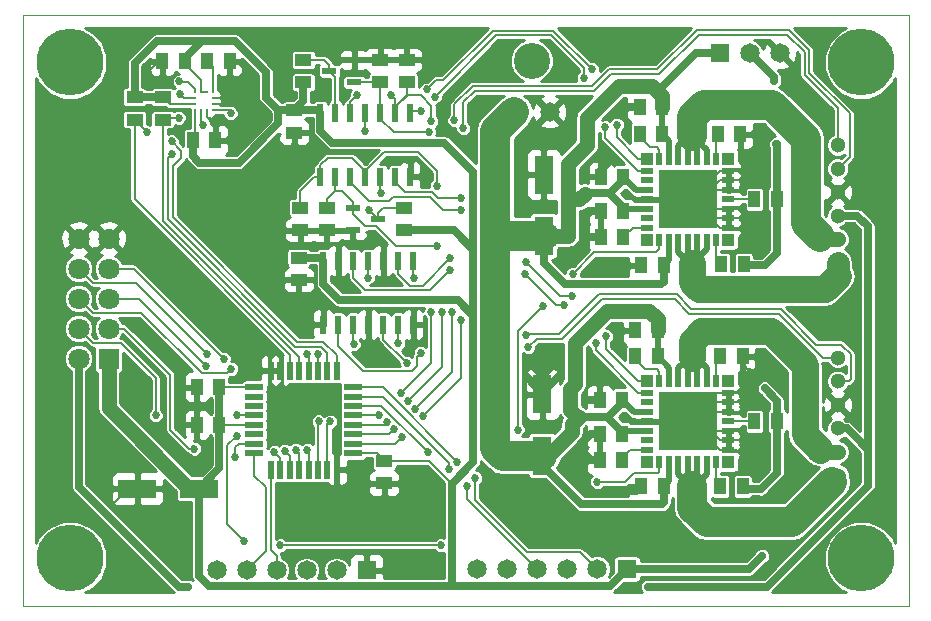
<source format=gtl>
G04 #@! TF.FileFunction,Copper,L1,Top,Signal*
%FSLAX46Y46*%
G04 Gerber Fmt 4.6, Leading zero omitted, Abs format (unit mm)*
G04 Created by KiCad (PCBNEW (2015-11-10 BZR 6307, Git a988d7a)-product) date Thu 12 Nov 2015 09:09:47 PM EST*
%MOMM*%
G01*
G04 APERTURE LIST*
%ADD10C,0.100000*%
%ADD11C,1.300000*%
%ADD12R,1.000000X1.450000*%
%ADD13R,1.450000X1.000000*%
%ADD14R,1.650000X3.250000*%
%ADD15R,1.650000X1.650000*%
%ADD16C,1.650000*%
%ADD17R,1.800000X1.800000*%
%ADD18C,1.800000*%
%ADD19R,1.300000X0.600000*%
%ADD20R,0.600000X1.550000*%
%ADD21R,1.080000X1.080000*%
%ADD22R,1.080000X0.550000*%
%ADD23R,0.550000X1.080000*%
%ADD24R,5.000000X5.000000*%
%ADD25C,3.050000*%
%ADD26R,1.500000X0.550000*%
%ADD27R,0.550000X1.500000*%
%ADD28R,0.250000X0.250000*%
%ADD29R,3.250000X1.650000*%
%ADD30C,5.650000*%
%ADD31C,0.685800*%
%ADD32C,0.635000*%
%ADD33C,0.203200*%
%ADD34C,1.270000*%
%ADD35C,0.508000*%
%ADD36C,2.540000*%
%ADD37C,1.905000*%
%ADD38C,2.286000*%
%ADD39C,0.254000*%
G04 APERTURE END LIST*
D10*
X113000000Y-150000000D02*
X113000000Y-100000000D01*
X188000000Y-150000000D02*
X113000000Y-150000000D01*
X188000000Y-100000000D02*
X188000000Y-150000000D01*
X113000000Y-100000000D02*
X188000000Y-100000000D01*
D11*
X182000000Y-139000000D03*
X182000000Y-137000000D03*
X182000000Y-135000000D03*
X182000000Y-133000000D03*
X182000000Y-131000000D03*
X182000000Y-129000000D03*
D12*
X129650000Y-134700000D03*
X127750000Y-134700000D03*
D13*
X143600000Y-137750000D03*
X143600000Y-139650000D03*
D12*
X129650000Y-131500000D03*
X127750000Y-131500000D03*
X126711457Y-103894165D03*
X124811457Y-103894165D03*
X127411457Y-110594165D03*
X129311457Y-110594165D03*
X128611457Y-103894165D03*
X130511457Y-103894165D03*
D13*
X136000000Y-108050000D03*
X136000000Y-109950000D03*
D14*
X157000000Y-137300000D03*
X157000000Y-132100000D03*
X157100000Y-118700000D03*
X157100000Y-113500000D03*
D12*
X166750000Y-126700000D03*
X164850000Y-126700000D03*
X167150000Y-107800000D03*
X165250000Y-107800000D03*
X167250000Y-139900000D03*
X165350000Y-139900000D03*
X163850000Y-113700000D03*
X161950000Y-113700000D03*
X163750000Y-135500000D03*
X161850000Y-135500000D03*
X167250000Y-121200000D03*
X165350000Y-121200000D03*
X163750000Y-132600000D03*
X161850000Y-132600000D03*
X163850000Y-116600000D03*
X161950000Y-116600000D03*
X166750000Y-128900000D03*
X164850000Y-128900000D03*
X167150000Y-110100000D03*
X165250000Y-110100000D03*
D13*
X136369145Y-120531052D03*
X136369145Y-122431052D03*
D15*
X164160000Y-146900000D03*
D16*
X161620000Y-146900000D03*
X159080000Y-146900000D03*
X156540000Y-146900000D03*
X154000000Y-146900000D03*
X151460000Y-146900000D03*
D17*
X120270000Y-129080000D03*
D18*
X117730000Y-129080000D03*
X120270000Y-126540000D03*
X117730000Y-126540000D03*
X120270000Y-124000000D03*
X117730000Y-124000000D03*
X120270000Y-121460000D03*
X117730000Y-121460000D03*
X120270000Y-118920000D03*
X117730000Y-118920000D03*
D15*
X142120000Y-147000000D03*
D16*
X139580000Y-147000000D03*
X137040000Y-147000000D03*
X134500000Y-147000000D03*
X131960000Y-147000000D03*
X129420000Y-147000000D03*
D13*
X122461457Y-106944165D03*
X122461457Y-108844165D03*
X124861457Y-106944165D03*
X124861457Y-108844165D03*
X138750000Y-116300000D03*
X138750000Y-118200000D03*
X143250000Y-105700000D03*
X143250000Y-103800000D03*
X145250000Y-118200000D03*
X145250000Y-116300000D03*
X136750000Y-105700000D03*
X136750000Y-103800000D03*
X136500000Y-116300000D03*
X136500000Y-118200000D03*
X145500000Y-105700000D03*
X145500000Y-103800000D03*
D12*
X173950000Y-139900000D03*
X172050000Y-139900000D03*
X172050000Y-128900000D03*
X173950000Y-128900000D03*
X174050000Y-121100000D03*
X172150000Y-121100000D03*
X171850000Y-110100000D03*
X173750000Y-110100000D03*
X176850000Y-134400000D03*
X174950000Y-134400000D03*
X176850000Y-115600000D03*
X174950000Y-115600000D03*
X163750000Y-137700000D03*
X161850000Y-137700000D03*
X163850000Y-118800000D03*
X161950000Y-118800000D03*
D19*
X140950000Y-116300000D03*
X140950000Y-118200000D03*
X143050000Y-117250000D03*
X141050000Y-105700000D03*
X141050000Y-103800000D03*
X138950000Y-104750000D03*
D20*
X138190000Y-113700000D03*
X139460000Y-113700000D03*
X140730000Y-113700000D03*
X142000000Y-113700000D03*
X143270000Y-113700000D03*
X144540000Y-113700000D03*
X145810000Y-113700000D03*
X145810000Y-108300000D03*
X144540000Y-108300000D03*
X143270000Y-108300000D03*
X142000000Y-108300000D03*
X140730000Y-108300000D03*
X139460000Y-108300000D03*
X138190000Y-108300000D03*
D21*
X165850000Y-130950000D03*
D22*
X165850000Y-132000000D03*
X165850000Y-132800000D03*
X165850000Y-133600000D03*
X165850000Y-134400000D03*
X165850000Y-135200000D03*
X165850000Y-136000000D03*
X165850000Y-136800000D03*
D21*
X165850000Y-137850000D03*
D23*
X166900000Y-137850000D03*
X167700000Y-137850000D03*
X168500000Y-137850000D03*
X169300000Y-137850000D03*
X170100000Y-137850000D03*
X170900000Y-137850000D03*
X171700000Y-137850000D03*
D21*
X172750000Y-137850000D03*
D22*
X172750000Y-136800000D03*
X172750000Y-136000000D03*
X172750000Y-135200000D03*
X172750000Y-134400000D03*
X172750000Y-133600000D03*
X172750000Y-132800000D03*
X172750000Y-132000000D03*
D21*
X172750000Y-130950000D03*
D23*
X171700000Y-130950000D03*
X170900000Y-130950000D03*
X170100000Y-130950000D03*
X169300000Y-130950000D03*
X168500000Y-130950000D03*
X167700000Y-130950000D03*
X166900000Y-130950000D03*
D24*
X169300000Y-134400000D03*
D21*
X165850000Y-112150000D03*
D22*
X165850000Y-113200000D03*
X165850000Y-114000000D03*
X165850000Y-114800000D03*
X165850000Y-115600000D03*
X165850000Y-116400000D03*
X165850000Y-117200000D03*
X165850000Y-118000000D03*
D21*
X165850000Y-119050000D03*
D23*
X166900000Y-119050000D03*
X167700000Y-119050000D03*
X168500000Y-119050000D03*
X169300000Y-119050000D03*
X170100000Y-119050000D03*
X170900000Y-119050000D03*
X171700000Y-119050000D03*
D21*
X172750000Y-119050000D03*
D22*
X172750000Y-118000000D03*
X172750000Y-117200000D03*
X172750000Y-116400000D03*
X172750000Y-115600000D03*
X172750000Y-114800000D03*
X172750000Y-114000000D03*
X172750000Y-113200000D03*
D21*
X172750000Y-112150000D03*
D23*
X171700000Y-112150000D03*
X170900000Y-112150000D03*
X170100000Y-112150000D03*
X169300000Y-112150000D03*
X168500000Y-112150000D03*
X167700000Y-112150000D03*
X166900000Y-112150000D03*
D24*
X169300000Y-115600000D03*
D11*
X182000000Y-121000000D03*
X182000000Y-119000000D03*
X182000000Y-117000000D03*
X182000000Y-115000000D03*
X182000000Y-113000000D03*
X182000000Y-111000000D03*
D16*
X154600000Y-108200000D03*
X157600000Y-108200000D03*
D25*
X156100000Y-103880000D03*
D26*
X132600000Y-131500000D03*
X132600000Y-132300000D03*
X132600000Y-133100000D03*
X132600000Y-133900000D03*
X132600000Y-134700000D03*
X132600000Y-135500000D03*
X132600000Y-136300000D03*
X132600000Y-137100000D03*
D27*
X134000000Y-138500000D03*
X134800000Y-138500000D03*
X135600000Y-138500000D03*
X136400000Y-138500000D03*
X137200000Y-138500000D03*
X138000000Y-138500000D03*
X138800000Y-138500000D03*
X139600000Y-138500000D03*
D26*
X141000000Y-137100000D03*
X141000000Y-136300000D03*
X141000000Y-135500000D03*
X141000000Y-134700000D03*
X141000000Y-133900000D03*
X141000000Y-133100000D03*
X141000000Y-132300000D03*
X141000000Y-131500000D03*
D27*
X139600000Y-130100000D03*
X138800000Y-130100000D03*
X138000000Y-130100000D03*
X137200000Y-130100000D03*
X136400000Y-130100000D03*
X135600000Y-130100000D03*
X134800000Y-130100000D03*
X134000000Y-130100000D03*
D28*
X129111457Y-108044165D03*
X129111457Y-107544165D03*
X129111457Y-107044165D03*
X129111457Y-106544165D03*
X128611457Y-106544165D03*
X128111457Y-106544165D03*
X127611457Y-106544165D03*
X127611457Y-107044165D03*
X127611457Y-107544165D03*
X127611457Y-108044165D03*
X128111457Y-108044165D03*
X128611457Y-108044165D03*
D29*
X127900000Y-140100000D03*
X122700000Y-140100000D03*
D15*
X172000000Y-103200000D03*
D16*
X174540000Y-103200000D03*
X177080000Y-103200000D03*
D30*
X117000000Y-146000000D03*
X184000000Y-146000000D03*
X184000000Y-104000000D03*
X117000000Y-104000000D03*
D20*
X138450000Y-126200000D03*
X139720000Y-126200000D03*
X140990000Y-126200000D03*
X142260000Y-126200000D03*
X143530000Y-126200000D03*
X144800000Y-126200000D03*
X146070000Y-126200000D03*
X146070000Y-120800000D03*
X144800000Y-120800000D03*
X143530000Y-120800000D03*
X142260000Y-120800000D03*
X140990000Y-120800000D03*
X139720000Y-120800000D03*
X138450000Y-120800000D03*
D31*
X176600000Y-105600000D03*
X176800000Y-110900000D03*
X175800000Y-121200000D03*
X175800000Y-131600000D03*
X175500000Y-140100000D03*
X175600000Y-145800000D03*
X161001937Y-102493070D03*
X153396950Y-104944264D03*
X158613594Y-104839513D03*
X157355812Y-144573337D03*
X145600000Y-112300000D03*
X123600000Y-104800000D03*
X163500000Y-126800000D03*
X164000000Y-121200000D03*
X164000000Y-134100000D03*
X163700000Y-108000000D03*
X143500000Y-119400000D03*
X146100000Y-127700000D03*
X142300000Y-127700000D03*
X137300000Y-125800000D03*
X136400000Y-123800000D03*
X174000000Y-137400000D03*
X174000000Y-136400000D03*
X174020590Y-135462393D03*
X174000000Y-133200000D03*
X174000000Y-132300000D03*
X174600000Y-130200000D03*
X174000000Y-131400000D03*
X174900000Y-110100000D03*
X174300000Y-112500000D03*
X174300000Y-113500000D03*
X173984021Y-114590235D03*
X173941031Y-116522932D03*
X174200000Y-117500000D03*
X174200000Y-118400000D03*
X160700000Y-118800000D03*
X160600000Y-117100000D03*
X162900000Y-112200000D03*
X155600000Y-130600000D03*
X158500000Y-130500000D03*
X156200000Y-129700000D03*
X157000000Y-129100000D03*
X157800000Y-129700000D03*
X160600000Y-132600000D03*
X160714410Y-135900000D03*
X160600000Y-137200000D03*
X163800000Y-140300000D03*
X130600000Y-107300000D03*
X131900000Y-104700000D03*
X136000000Y-111100000D03*
X130500000Y-110600000D03*
X120300000Y-141200000D03*
X119800000Y-140100000D03*
X120000000Y-139000000D03*
X134300000Y-128400000D03*
X143600000Y-140900000D03*
X139600000Y-140200000D03*
X126300000Y-134700000D03*
X126300000Y-131500000D03*
X149800000Y-137800000D03*
X151300000Y-139200000D03*
X149100000Y-138400000D03*
X150600000Y-139900000D03*
X124246109Y-133868405D03*
X131767887Y-144538816D03*
X148400000Y-144900000D03*
X134800000Y-144900000D03*
X131100000Y-135600000D03*
X131100000Y-133900000D03*
X165900000Y-148400000D03*
X127000000Y-148400000D03*
X127529874Y-136717842D03*
X131000000Y-137400000D03*
X128500000Y-129700000D03*
X134300000Y-137000000D03*
X130643847Y-129956153D03*
X136100000Y-136800000D03*
X130008000Y-129092000D03*
X137100000Y-136800000D03*
X128600000Y-128700000D03*
X135200000Y-136900000D03*
X123500000Y-109900000D03*
X128300000Y-109300000D03*
X126200000Y-108700000D03*
X130600000Y-108300000D03*
X148060907Y-119552812D03*
X149378006Y-125100000D03*
X146236619Y-133320618D03*
X144433705Y-135080771D03*
X147570770Y-125124791D03*
X147391761Y-109900000D03*
X145000000Y-132000000D03*
X143176467Y-133823533D03*
X142300000Y-116500000D03*
X143300000Y-115100000D03*
X148060907Y-114458233D03*
X150100000Y-125800000D03*
X146906199Y-133905414D03*
X145076467Y-135723533D03*
X148475498Y-125113505D03*
X144200000Y-106800000D03*
X141300000Y-106800000D03*
X147600000Y-109000000D03*
X145608000Y-132692000D03*
X143805086Y-134452152D03*
X158782647Y-124559602D03*
X161500000Y-127800000D03*
X155500000Y-121900000D03*
X150100000Y-116500000D03*
X159543156Y-123822859D03*
X150100000Y-115500000D03*
X155600000Y-120900000D03*
X162400000Y-127200000D03*
X146700000Y-108100000D03*
X147900000Y-106900000D03*
X160500000Y-105300000D03*
X162300000Y-109500000D03*
X142000000Y-109800000D03*
X147200000Y-106300000D03*
X161200000Y-104600000D03*
X163300000Y-109300000D03*
X157047736Y-124630900D03*
X154900000Y-135100000D03*
X159600000Y-121885590D03*
X161636291Y-139524078D03*
X147284467Y-137015533D03*
X142217105Y-122232604D03*
X137072025Y-128724273D03*
X146090586Y-122255710D03*
X137968087Y-128725402D03*
X139022825Y-134411568D03*
X144800000Y-127800000D03*
X138052103Y-134400661D03*
X141006661Y-127871466D03*
X126300000Y-106700000D03*
X125600000Y-110700000D03*
X125646949Y-111740730D03*
X126269140Y-105623762D03*
X146700000Y-128600000D03*
X155600000Y-127100000D03*
X145547045Y-129493342D03*
X155800000Y-128100000D03*
X149537886Y-108912526D03*
X149200000Y-120600000D03*
X149200000Y-121600000D03*
X150300000Y-109600000D03*
D32*
X176600000Y-105600000D02*
X176600000Y-105260000D01*
X176600000Y-105260000D02*
X174540000Y-103200000D01*
X151158490Y-125444375D02*
X149869408Y-124155293D01*
X149869408Y-124155293D02*
X149869408Y-124135856D01*
X139815856Y-124135856D02*
X138450000Y-122770000D01*
X149869408Y-124135856D02*
X139815856Y-124135856D01*
X138450000Y-122770000D02*
X138450000Y-120800000D01*
X176850000Y-115600000D02*
X176850000Y-110950000D01*
X176850000Y-110950000D02*
X176800000Y-110900000D01*
X176850000Y-120150000D02*
X176850000Y-115600000D01*
X175800000Y-121200000D02*
X176850000Y-120150000D01*
X175800000Y-121200000D02*
X174150000Y-121200000D01*
X174150000Y-121200000D02*
X174050000Y-121100000D01*
X176850000Y-134400000D02*
X176850000Y-132650000D01*
X176850000Y-132650000D02*
X175800000Y-131600000D01*
X176850000Y-134400000D02*
X176850000Y-138750000D01*
X176850000Y-138750000D02*
X175500000Y-140100000D01*
X136369145Y-120531052D02*
X138181052Y-120531052D01*
X138181052Y-120531052D02*
X138450000Y-120800000D01*
X134640000Y-108050000D02*
X134640000Y-109160000D01*
X134640000Y-109160000D02*
X131300000Y-112500000D01*
X131300000Y-112500000D02*
X127957292Y-112500000D01*
X127957292Y-112500000D02*
X127411457Y-111954165D01*
X127411457Y-111954165D02*
X127411457Y-110594165D01*
D33*
X127611457Y-108044165D02*
X127611457Y-110394165D01*
X127611457Y-110394165D02*
X127411457Y-110594165D01*
X127611457Y-107544165D02*
X125461457Y-107544165D01*
X128111457Y-106544165D02*
X128111457Y-105519165D01*
X128111457Y-105519165D02*
X126711457Y-104119165D01*
X126711457Y-104119165D02*
X126711457Y-103894165D01*
X128611457Y-106544165D02*
X128111457Y-106544165D01*
D32*
X128019907Y-102200000D02*
X124343360Y-102200000D01*
X130979554Y-102200000D02*
X128019907Y-102200000D01*
X128019907Y-102200000D02*
X128019907Y-102360715D01*
X126711457Y-103669165D02*
X126711457Y-103894165D01*
X128019907Y-102360715D02*
X126711457Y-103669165D01*
D33*
X125461457Y-107544165D02*
X124861457Y-106944165D01*
D32*
X122461457Y-106944165D02*
X124861457Y-106944165D01*
X124343360Y-102200000D02*
X122461457Y-104081903D01*
X122461457Y-104081903D02*
X122461457Y-105809165D01*
X122461457Y-105809165D02*
X122461457Y-106944165D01*
X133600000Y-107010000D02*
X133600000Y-104820446D01*
X133600000Y-104820446D02*
X130979554Y-102200000D01*
X136000000Y-108050000D02*
X134640000Y-108050000D01*
X134640000Y-108050000D02*
X133600000Y-107010000D01*
X151158490Y-137841510D02*
X151158490Y-125444375D01*
X151158490Y-125444375D02*
X151158490Y-123314825D01*
X151158490Y-123314825D02*
X151158490Y-119858490D01*
D33*
X143600000Y-137750000D02*
X147425714Y-137750000D01*
X147425714Y-137750000D02*
X149337857Y-139662143D01*
X132600000Y-131500000D02*
X129650000Y-131500000D01*
X132600000Y-134700000D02*
X129650000Y-134700000D01*
D32*
X136750000Y-105700000D02*
X136750000Y-107300000D01*
X136750000Y-107300000D02*
X136000000Y-108050000D01*
X136000000Y-108050000D02*
X137940000Y-108050000D01*
X137940000Y-108050000D02*
X138190000Y-108300000D01*
X139200000Y-110800000D02*
X138190000Y-109790000D01*
X138190000Y-109790000D02*
X138190000Y-108300000D01*
X148700000Y-110800000D02*
X139200000Y-110800000D01*
X151158490Y-113258490D02*
X148700000Y-110800000D01*
X151158490Y-119858490D02*
X151158490Y-113258490D01*
X151158490Y-119858490D02*
X149500000Y-118200000D01*
X149500000Y-118200000D02*
X145250000Y-118200000D01*
X149337857Y-139662143D02*
X151158490Y-137841510D01*
X149337857Y-148345701D02*
X162714299Y-148345701D01*
X128774063Y-148345701D02*
X149337857Y-148345701D01*
X149337857Y-148345701D02*
X149337857Y-139662143D01*
X175500000Y-140100000D02*
X174150000Y-140100000D01*
X174150000Y-140100000D02*
X173950000Y-139900000D01*
X164160000Y-146900000D02*
X174500000Y-146900000D01*
X174500000Y-146900000D02*
X175600000Y-145800000D01*
X127900000Y-140100000D02*
X127900000Y-147471638D01*
X162714299Y-148345701D02*
X164160000Y-146900000D01*
X127900000Y-147471638D02*
X128774063Y-148345701D01*
X129650000Y-134700000D02*
X129650000Y-131500000D01*
X129650000Y-134700000D02*
X129650000Y-138350000D01*
X129650000Y-138350000D02*
X127900000Y-140100000D01*
D34*
X127900000Y-140100000D02*
X127100000Y-140100000D01*
X127100000Y-140100000D02*
X120270000Y-133270000D01*
X120270000Y-133270000D02*
X120270000Y-131250000D01*
X120270000Y-131250000D02*
X120270000Y-129080000D01*
D33*
X141000000Y-137100000D02*
X142950000Y-137100000D01*
X142950000Y-137100000D02*
X143600000Y-137750000D01*
X145810000Y-113700000D02*
X145810000Y-112510000D01*
X145810000Y-112510000D02*
X145600000Y-112300000D01*
X124811457Y-103894165D02*
X124505835Y-103894165D01*
X124505835Y-103894165D02*
X123600000Y-104800000D01*
X164850000Y-126700000D02*
X163600000Y-126700000D01*
X163600000Y-126700000D02*
X163500000Y-126800000D01*
X165350000Y-121200000D02*
X164000000Y-121200000D01*
X165850000Y-115600000D02*
X169300000Y-115600000D01*
X172750000Y-113200000D02*
X172006800Y-113200000D01*
X172006800Y-113200000D02*
X169606800Y-115600000D01*
X169606800Y-115600000D02*
X169300000Y-115600000D01*
X172750000Y-114000000D02*
X172006800Y-114000000D01*
X172006800Y-114000000D02*
X170406800Y-115600000D01*
X170406800Y-115600000D02*
X169300000Y-115600000D01*
X172750000Y-114800000D02*
X170100000Y-114800000D01*
X170100000Y-114800000D02*
X169300000Y-115600000D01*
X172750000Y-116400000D02*
X170100000Y-116400000D01*
X170100000Y-116400000D02*
X169300000Y-115600000D01*
X172750000Y-117200000D02*
X170900000Y-117200000D01*
X170900000Y-117200000D02*
X169300000Y-115600000D01*
X172750000Y-118000000D02*
X172006800Y-118000000D01*
X172006800Y-118000000D02*
X169606800Y-115600000D01*
X172750000Y-136800000D02*
X172006800Y-136800000D01*
X172006800Y-136800000D02*
X169606800Y-134400000D01*
X169606800Y-134400000D02*
X169300000Y-134400000D01*
X172750000Y-136000000D02*
X172006800Y-136000000D01*
X172006800Y-136000000D02*
X170406800Y-134400000D01*
X170406800Y-134400000D02*
X169300000Y-134400000D01*
X172750000Y-135200000D02*
X170100000Y-135200000D01*
X170100000Y-135200000D02*
X169300000Y-134400000D01*
X172750000Y-132000000D02*
X171700000Y-132000000D01*
X171700000Y-132000000D02*
X169300000Y-134400000D01*
X172750000Y-132800000D02*
X170900000Y-132800000D01*
X170900000Y-132800000D02*
X169300000Y-134400000D01*
X172750000Y-133600000D02*
X170100000Y-133600000D01*
X170100000Y-133600000D02*
X169300000Y-134400000D01*
X165850000Y-134400000D02*
X169300000Y-134400000D01*
X165850000Y-134400000D02*
X164300000Y-134400000D01*
X164300000Y-134400000D02*
X164000000Y-134100000D01*
D32*
X165250000Y-107800000D02*
X163900000Y-107800000D01*
X163900000Y-107800000D02*
X163700000Y-108000000D01*
D33*
X143530000Y-120800000D02*
X143530000Y-119430000D01*
X143530000Y-119430000D02*
X143500000Y-119400000D01*
X146070000Y-126200000D02*
X146070000Y-127670000D01*
X146070000Y-127670000D02*
X146100000Y-127700000D01*
X142260000Y-126200000D02*
X142260000Y-127660000D01*
X142260000Y-127660000D02*
X142300000Y-127700000D01*
X138450000Y-126200000D02*
X137700000Y-126200000D01*
X137700000Y-126200000D02*
X137300000Y-125800000D01*
X136369145Y-122431052D02*
X136369145Y-123769145D01*
X136369145Y-123769145D02*
X136400000Y-123800000D01*
X172750000Y-136800000D02*
X173400000Y-136800000D01*
X173400000Y-136800000D02*
X174000000Y-137400000D01*
X172750000Y-136000000D02*
X173600000Y-136000000D01*
X173600000Y-136000000D02*
X174000000Y-136400000D01*
X172750000Y-135200000D02*
X173758197Y-135200000D01*
X173758197Y-135200000D02*
X174020590Y-135462393D01*
X172750000Y-133600000D02*
X173600000Y-133600000D01*
X173600000Y-133600000D02*
X174000000Y-133200000D01*
X172750000Y-132800000D02*
X173500000Y-132800000D01*
X173500000Y-132800000D02*
X174000000Y-132300000D01*
X173950000Y-128900000D02*
X173950000Y-129550000D01*
X173950000Y-129550000D02*
X174600000Y-130200000D01*
X172750000Y-132000000D02*
X173400000Y-132000000D01*
X173400000Y-132000000D02*
X174000000Y-131400000D01*
X173750000Y-110100000D02*
X174900000Y-110100000D01*
X172750000Y-113200000D02*
X173600000Y-113200000D01*
X173600000Y-113200000D02*
X174300000Y-112500000D01*
X172750000Y-114000000D02*
X173800000Y-114000000D01*
X173800000Y-114000000D02*
X174300000Y-113500000D01*
X172750000Y-114800000D02*
X173774256Y-114800000D01*
X173774256Y-114800000D02*
X173984021Y-114590235D01*
X172750000Y-116400000D02*
X173818099Y-116400000D01*
X173818099Y-116400000D02*
X173941031Y-116522932D01*
X172750000Y-117200000D02*
X173900000Y-117200000D01*
X173900000Y-117200000D02*
X174200000Y-117500000D01*
X172750000Y-118000000D02*
X173800000Y-118000000D01*
X173800000Y-118000000D02*
X174200000Y-118400000D01*
D32*
X161950000Y-118800000D02*
X160700000Y-118800000D01*
X161950000Y-116600000D02*
X161100000Y-116600000D01*
X161100000Y-116600000D02*
X160600000Y-117100000D01*
X161950000Y-113700000D02*
X161950000Y-113150000D01*
X161950000Y-113150000D02*
X162900000Y-112200000D01*
X157000000Y-132000000D02*
X155600000Y-130600000D01*
X157000000Y-132100000D02*
X157000000Y-132000000D01*
X157000000Y-132000000D02*
X158500000Y-130500000D01*
X157000000Y-130500000D02*
X156200000Y-129700000D01*
X157000000Y-132100000D02*
X157000000Y-129100000D01*
X157000000Y-132100000D02*
X157000000Y-130500000D01*
X157000000Y-130500000D02*
X157800000Y-129700000D01*
X161850000Y-132600000D02*
X160600000Y-132600000D01*
X161850000Y-135500000D02*
X161114410Y-135500000D01*
X161114410Y-135500000D02*
X160714410Y-135900000D01*
X161850000Y-137700000D02*
X161100000Y-137700000D01*
X161100000Y-137700000D02*
X160600000Y-137200000D01*
X165350000Y-139900000D02*
X164950000Y-140300000D01*
X164950000Y-140300000D02*
X163800000Y-140300000D01*
D33*
X128611457Y-108044165D02*
X128609669Y-108045953D01*
X128609669Y-108045953D02*
X128609669Y-108655015D01*
X128609669Y-108655015D02*
X129233885Y-109279231D01*
X129233885Y-109279231D02*
X129233885Y-110516593D01*
X129233885Y-110516593D02*
X129311457Y-110594165D01*
X129111457Y-107544165D02*
X130355835Y-107544165D01*
X130355835Y-107544165D02*
X130600000Y-107300000D01*
X129111457Y-107044165D02*
X130344165Y-107044165D01*
X130344165Y-107044165D02*
X130600000Y-107300000D01*
X130511457Y-103894165D02*
X131094165Y-103894165D01*
X131094165Y-103894165D02*
X131900000Y-104700000D01*
X136000000Y-109950000D02*
X136000000Y-111100000D01*
X129311457Y-110594165D02*
X130494165Y-110594165D01*
X130494165Y-110594165D02*
X130500000Y-110600000D01*
X122700000Y-140100000D02*
X121900000Y-140100000D01*
X121900000Y-140100000D02*
X120800000Y-141200000D01*
X120800000Y-141200000D02*
X120300000Y-141200000D01*
X122700000Y-140100000D02*
X119800000Y-140100000D01*
X122700000Y-140100000D02*
X120871800Y-140100000D01*
X120871800Y-140100000D02*
X120000000Y-139228200D01*
X120000000Y-139228200D02*
X120000000Y-139000000D01*
X134800000Y-130100000D02*
X134800000Y-128900000D01*
X134800000Y-128900000D02*
X134300000Y-128400000D01*
X143600000Y-139650000D02*
X143600000Y-140900000D01*
X139600000Y-138500000D02*
X139600000Y-140200000D01*
X127750000Y-134700000D02*
X126300000Y-134700000D01*
X127750000Y-131500000D02*
X126300000Y-131500000D01*
X129111457Y-106544165D02*
X129111457Y-104394165D01*
X129111457Y-104394165D02*
X128611457Y-103894165D01*
D34*
X159731901Y-131268099D02*
X159731901Y-129224050D01*
X166014938Y-125039736D02*
X162437050Y-125039736D01*
X162437050Y-125039736D02*
X159731901Y-127744885D01*
X159731901Y-127744885D02*
X159731901Y-129224050D01*
X159936201Y-134036201D02*
X159368099Y-133468099D01*
X159368099Y-133468099D02*
X159368099Y-131631901D01*
X159368099Y-131631901D02*
X159731901Y-131268099D01*
X166014938Y-125039736D02*
X166750000Y-125774798D01*
X166750000Y-125774798D02*
X166750000Y-126700000D01*
D32*
X167150000Y-107800000D02*
X167150000Y-106090000D01*
X167150000Y-106090000D02*
X170040000Y-103200000D01*
X170040000Y-103200000D02*
X172000000Y-103200000D01*
D34*
X167150000Y-107800000D02*
X167150000Y-106874798D01*
X167150000Y-106874798D02*
X166266606Y-105991404D01*
X166266606Y-105991404D02*
X163501924Y-105991404D01*
X163501924Y-105991404D02*
X160800000Y-108693328D01*
X160800000Y-108693328D02*
X160800000Y-111000000D01*
X160800000Y-111000000D02*
X159197619Y-112602381D01*
X159197619Y-112602381D02*
X159197619Y-115604754D01*
X159197619Y-115604754D02*
X159197619Y-118697381D01*
X159197619Y-118697381D02*
X159195000Y-118700000D01*
D32*
X161907008Y-115060000D02*
X160664798Y-115060000D01*
X160664798Y-115060000D02*
X160574798Y-115150000D01*
D34*
X160120044Y-115604754D02*
X160574798Y-115150000D01*
X159197619Y-115604754D02*
X160120044Y-115604754D01*
X157100000Y-118700000D02*
X159195000Y-118700000D01*
D32*
X162715000Y-115060000D02*
X161907008Y-115060000D01*
X163850000Y-116600000D02*
X163850000Y-116246298D01*
X163850000Y-116246298D02*
X162663702Y-115060000D01*
X162663702Y-115060000D02*
X161907008Y-115060000D01*
X163850000Y-113700000D02*
X163850000Y-113925000D01*
X163850000Y-113925000D02*
X162715000Y-115060000D01*
X162475000Y-134000000D02*
X159972402Y-134000000D01*
X159972402Y-134000000D02*
X159936201Y-134036201D01*
D34*
X157000000Y-137300000D02*
X157500000Y-137300000D01*
X157500000Y-137300000D02*
X159500000Y-135300000D01*
X159500000Y-134600000D02*
X160063799Y-134036201D01*
X159500000Y-135300000D02*
X159500000Y-134600000D01*
X160063799Y-134036201D02*
X159936201Y-134036201D01*
D35*
X167150000Y-110100000D02*
X167150000Y-107800000D01*
X167700000Y-112150000D02*
X167700000Y-110650000D01*
X167700000Y-110650000D02*
X167150000Y-110100000D01*
X165850000Y-114800000D02*
X164950000Y-114800000D01*
X164950000Y-114800000D02*
X163850000Y-113700000D01*
X165850000Y-116400000D02*
X164050000Y-116400000D01*
X164050000Y-116400000D02*
X163850000Y-116600000D01*
X167700000Y-119050000D02*
X167700000Y-120750000D01*
X167700000Y-120750000D02*
X167250000Y-121200000D01*
D32*
X167250000Y-121200000D02*
X167250000Y-122560000D01*
X167010000Y-122800000D02*
X158940000Y-122800000D01*
X167250000Y-122560000D02*
X167010000Y-122800000D01*
X158940000Y-122800000D02*
X157100000Y-120960000D01*
X157100000Y-120960000D02*
X157100000Y-118700000D01*
D35*
X167700000Y-129850000D02*
X166750000Y-128900000D01*
X166750000Y-128900000D02*
X166750000Y-126700000D01*
X167700000Y-130950000D02*
X167700000Y-129850000D01*
D32*
X167110000Y-141400000D02*
X160300000Y-141400000D01*
X160300000Y-141400000D02*
X157000000Y-138100000D01*
X157000000Y-138100000D02*
X157000000Y-137300000D01*
X167250000Y-139900000D02*
X167250000Y-141260000D01*
X167250000Y-141260000D02*
X167110000Y-141400000D01*
X163750000Y-132600000D02*
X163795065Y-132645065D01*
X163795065Y-132645065D02*
X163926315Y-132645065D01*
X163926315Y-132645065D02*
X162571380Y-134000000D01*
X162571380Y-134000000D02*
X162475000Y-134000000D01*
X162475000Y-134000000D02*
X163750000Y-135275000D01*
X163750000Y-135275000D02*
X163750000Y-135500000D01*
D35*
X165850000Y-133600000D02*
X164750000Y-133600000D01*
X164750000Y-133600000D02*
X163750000Y-132600000D01*
X165850000Y-135200000D02*
X164050000Y-135200000D01*
X164050000Y-135200000D02*
X163750000Y-135500000D01*
X167700000Y-137850000D02*
X167700000Y-139450000D01*
X167700000Y-139450000D02*
X167250000Y-139900000D01*
D36*
X153000000Y-109800000D02*
X153000000Y-118874555D01*
X153000000Y-118874555D02*
X153000000Y-136665000D01*
X157100000Y-118700000D02*
X153174555Y-118700000D01*
X153174555Y-118700000D02*
X153000000Y-118874555D01*
X153635000Y-137300000D02*
X157000000Y-137300000D01*
X153000000Y-136665000D02*
X153635000Y-137300000D01*
X154600000Y-108200000D02*
X153000000Y-109800000D01*
D33*
X166900000Y-130950000D02*
X166900000Y-130206800D01*
X166900000Y-130206800D02*
X166673801Y-129980601D01*
X166673801Y-129980601D02*
X165705601Y-129980601D01*
X164850000Y-129125000D02*
X164850000Y-128900000D01*
X165705601Y-129980601D02*
X164850000Y-129125000D01*
X166900000Y-112150000D02*
X166900000Y-111406800D01*
X166673801Y-111180601D02*
X166105601Y-111180601D01*
X166900000Y-111406800D02*
X166673801Y-111180601D01*
X166105601Y-111180601D02*
X165250000Y-110325000D01*
X165250000Y-110325000D02*
X165250000Y-110100000D01*
X149800000Y-137800000D02*
X143500000Y-131500000D01*
X143500000Y-131500000D02*
X141000000Y-131500000D01*
X151557375Y-141342625D02*
X151300000Y-141085250D01*
X151300000Y-141085250D02*
X151300000Y-139200000D01*
X155707375Y-145492625D02*
X151557375Y-141342625D01*
X160212625Y-145492625D02*
X155707375Y-145492625D01*
X161620000Y-146900000D02*
X160212625Y-145492625D01*
X149100000Y-138400000D02*
X149100000Y-137915067D01*
X149100000Y-137915067D02*
X143484933Y-132300000D01*
X143484933Y-132300000D02*
X141953200Y-132300000D01*
X141953200Y-132300000D02*
X141000000Y-132300000D01*
X156540000Y-146900000D02*
X150600000Y-140960000D01*
X150600000Y-140960000D02*
X150600000Y-139900000D01*
X124246109Y-133383472D02*
X124246109Y-133868405D01*
X124246109Y-130707467D02*
X124246109Y-133383472D01*
X121283443Y-127744801D02*
X124246109Y-130707467D01*
X118934801Y-127744801D02*
X121283443Y-127744801D01*
X117730000Y-126540000D02*
X118934801Y-127744801D01*
X131424988Y-144195917D02*
X131767887Y-144538816D01*
X130298240Y-143069169D02*
X131424988Y-144195917D01*
X130298240Y-136401760D02*
X130298240Y-143069169D01*
X131100000Y-135600000D02*
X130298240Y-136401760D01*
X134800000Y-144900000D02*
X148400000Y-144900000D01*
X132600000Y-133900000D02*
X131100000Y-133900000D01*
D32*
X182000000Y-117000000D02*
X183654062Y-117000000D01*
X183654062Y-117000000D02*
X184555638Y-117901576D01*
X184555638Y-117901576D02*
X184555638Y-136806757D01*
X165900000Y-148400000D02*
X176000000Y-148400000D01*
X176000000Y-148400000D02*
X184555638Y-139844362D01*
X184555638Y-139844362D02*
X184555638Y-136806757D01*
X184555638Y-136806757D02*
X183600000Y-135851119D01*
X183600000Y-135851119D02*
X182748881Y-135000000D01*
X182748881Y-135000000D02*
X182000000Y-135000000D01*
X117730000Y-139930000D02*
X126200000Y-148400000D01*
X126200000Y-148400000D02*
X127000000Y-148400000D01*
X117730000Y-129080000D02*
X117730000Y-139930000D01*
D33*
X125485102Y-135158003D02*
X127044941Y-136717842D01*
X125485102Y-130482310D02*
X125485102Y-135158003D01*
X121542792Y-126540000D02*
X125485102Y-130482310D01*
X120270000Y-126540000D02*
X121542792Y-126540000D01*
X127044941Y-136717842D02*
X127529874Y-136717842D01*
X131000000Y-137400000D02*
X130978004Y-137378004D01*
X130978004Y-137378004D02*
X130978004Y-136604382D01*
X130978004Y-136604382D02*
X131282386Y-136300000D01*
X131282386Y-136300000D02*
X132600000Y-136300000D01*
X128500000Y-129700000D02*
X122800000Y-124000000D01*
X122800000Y-124000000D02*
X120270000Y-124000000D01*
X134800000Y-138500000D02*
X134800000Y-137500000D01*
X134800000Y-137500000D02*
X134300000Y-137000000D01*
X130300948Y-130299052D02*
X130643847Y-129956153D01*
X128147701Y-130347701D02*
X130252299Y-130347701D01*
X118934801Y-125204801D02*
X123004801Y-125204801D01*
X117730000Y-124000000D02*
X118934801Y-125204801D01*
X130252299Y-130347701D02*
X130300948Y-130299052D01*
X123004801Y-125204801D02*
X128147701Y-130347701D01*
X136400000Y-138500000D02*
X136400000Y-137100000D01*
X136400000Y-137100000D02*
X136100000Y-136800000D01*
X130008000Y-129092000D02*
X122376000Y-121460000D01*
X122376000Y-121460000D02*
X120270000Y-121460000D01*
X137200000Y-138500000D02*
X137200000Y-136900000D01*
X137200000Y-136900000D02*
X137100000Y-136800000D01*
X128600000Y-128700000D02*
X122564801Y-122664801D01*
X122564801Y-122664801D02*
X118934801Y-122664801D01*
X118934801Y-122664801D02*
X118629999Y-122359999D01*
X118629999Y-122359999D02*
X117730000Y-121460000D01*
X135600000Y-138500000D02*
X135600000Y-137300000D01*
X135600000Y-137300000D02*
X135200000Y-136900000D01*
X134500000Y-147000000D02*
X134500000Y-145833274D01*
X134500000Y-145833274D02*
X134000000Y-145333274D01*
X134000000Y-145333274D02*
X134000000Y-139453200D01*
X134000000Y-139453200D02*
X134000000Y-138500000D01*
X133593590Y-139993590D02*
X132600000Y-139000000D01*
X132600000Y-139000000D02*
X132600000Y-137100000D01*
X131960000Y-147000000D02*
X133593590Y-145366410D01*
X133593590Y-145366410D02*
X133593590Y-139993590D01*
X123500000Y-109900000D02*
X123500000Y-109882708D01*
X123500000Y-109882708D02*
X122461457Y-108844165D01*
X128111457Y-108044165D02*
X128111457Y-109111457D01*
X128111457Y-109111457D02*
X128300000Y-109300000D01*
X135600000Y-130100000D02*
X135600000Y-128741402D01*
X135600000Y-128741402D02*
X122461457Y-115602859D01*
X122461457Y-115602859D02*
X122461457Y-109547365D01*
X122461457Y-109547365D02*
X122461457Y-108844165D01*
X136400000Y-130100000D02*
X136400000Y-128966652D01*
X136400000Y-128966652D02*
X124861457Y-117428109D01*
X124861457Y-117428109D02*
X124861457Y-109547365D01*
X124861457Y-109547365D02*
X124861457Y-108844165D01*
X126200000Y-108700000D02*
X125005622Y-108700000D01*
X125005622Y-108700000D02*
X124861457Y-108844165D01*
X129111457Y-108044165D02*
X130344165Y-108044165D01*
X130344165Y-108044165D02*
X130600000Y-108300000D01*
X144611410Y-119552812D02*
X147575974Y-119552812D01*
X142913399Y-117854801D02*
X144611410Y-119552812D01*
X140950000Y-116803200D02*
X142001601Y-117854801D01*
X142001601Y-117854801D02*
X142913399Y-117854801D01*
X140950000Y-116300000D02*
X140950000Y-116803200D01*
X147575974Y-119552812D02*
X148060907Y-119552812D01*
X146236619Y-133320618D02*
X149378006Y-130179231D01*
X149378006Y-130179231D02*
X149378006Y-125100000D01*
X141000000Y-135500000D02*
X144014476Y-135500000D01*
X144014476Y-135500000D02*
X144433705Y-135080771D01*
X140950000Y-116300000D02*
X140950000Y-115796800D01*
X140950000Y-115796800D02*
X140040000Y-114886800D01*
X140040000Y-114886800D02*
X139460000Y-114886800D01*
X138750000Y-116300000D02*
X138750000Y-115596800D01*
X139460000Y-114678200D02*
X139460000Y-113700000D01*
X138750000Y-115596800D02*
X139460000Y-114886800D01*
X139460000Y-114886800D02*
X139460000Y-114678200D01*
X147570770Y-125609724D02*
X147570770Y-125124791D01*
X145000000Y-132000000D02*
X147570770Y-129429230D01*
X147570770Y-129429230D02*
X147570770Y-125609724D01*
X144395000Y-109900000D02*
X146906828Y-109900000D01*
X143270000Y-108775000D02*
X144395000Y-109900000D01*
X146906828Y-109900000D02*
X147391761Y-109900000D01*
X143270000Y-108300000D02*
X143270000Y-108775000D01*
X143250000Y-105700000D02*
X143250000Y-108280000D01*
X143250000Y-108280000D02*
X143270000Y-108300000D01*
X141050000Y-105700000D02*
X143250000Y-105700000D01*
X141000000Y-133900000D02*
X143100000Y-133900000D01*
X143100000Y-133900000D02*
X143176467Y-133823533D01*
X142300000Y-116500000D02*
X143050000Y-117250000D01*
X143270000Y-113700000D02*
X143270000Y-115070000D01*
X143270000Y-115070000D02*
X143300000Y-115100000D01*
X145250000Y-116300000D02*
X143496800Y-116300000D01*
X143496800Y-116300000D02*
X143050000Y-116746800D01*
X143050000Y-116746800D02*
X143050000Y-117250000D01*
X139460000Y-108300000D02*
X139460000Y-105260000D01*
X139460000Y-105260000D02*
X138950000Y-104750000D01*
X138950000Y-104750000D02*
X138950000Y-104246800D01*
X138950000Y-104246800D02*
X138503200Y-103800000D01*
X138503200Y-103800000D02*
X137678200Y-103800000D01*
X137678200Y-103800000D02*
X136750000Y-103800000D01*
X142000000Y-113225000D02*
X143618198Y-111606802D01*
X143618198Y-111606802D02*
X146439911Y-111606802D01*
X146439911Y-111606802D02*
X148060907Y-113227798D01*
X148060907Y-113227798D02*
X148060907Y-114458233D01*
X142000000Y-113225000D02*
X142000000Y-113700000D01*
X146906199Y-133905414D02*
X150100000Y-130711613D01*
X150100000Y-130711613D02*
X150100000Y-125800000D01*
X141000000Y-136300000D02*
X144500000Y-136300000D01*
X144500000Y-136300000D02*
X145076467Y-135723533D01*
X138811800Y-112100000D02*
X140875000Y-112100000D01*
X140875000Y-112100000D02*
X142000000Y-113225000D01*
X138190000Y-113700000D02*
X138190000Y-112721800D01*
X138190000Y-112721800D02*
X138811800Y-112100000D01*
X136500000Y-116300000D02*
X136500000Y-114886800D01*
X136500000Y-114886800D02*
X137686800Y-113700000D01*
X137686800Y-113700000D02*
X138190000Y-113700000D01*
X148475498Y-125598438D02*
X148475498Y-125113505D01*
X148475498Y-129824502D02*
X148475498Y-125598438D01*
X145608000Y-132692000D02*
X148475498Y-129824502D01*
X144540000Y-108300000D02*
X144540000Y-107140000D01*
X144540000Y-107140000D02*
X144200000Y-106800000D01*
X140730000Y-108300000D02*
X140730000Y-107370000D01*
X140730000Y-107370000D02*
X141300000Y-106800000D01*
X145500000Y-105700000D02*
X145500000Y-106865000D01*
X145500000Y-106865000D02*
X144540000Y-107825000D01*
X144540000Y-107825000D02*
X144540000Y-108300000D01*
X146700000Y-106800000D02*
X145565000Y-106800000D01*
X145565000Y-106800000D02*
X144540000Y-107825000D01*
X147600000Y-107700000D02*
X146700000Y-106800000D01*
X147600000Y-109000000D02*
X147600000Y-107700000D01*
X141000000Y-134700000D02*
X143557238Y-134700000D01*
X143557238Y-134700000D02*
X143805086Y-134452152D01*
X171700000Y-137850000D02*
X171700000Y-139550000D01*
X171700000Y-139550000D02*
X172050000Y-139900000D01*
X171700000Y-130950000D02*
X171700000Y-129250000D01*
X171700000Y-129250000D02*
X172050000Y-128900000D01*
X171700000Y-119050000D02*
X171700000Y-120650000D01*
X171700000Y-120650000D02*
X172150000Y-121100000D01*
X171700000Y-112150000D02*
X171700000Y-110250000D01*
X171700000Y-110250000D02*
X171850000Y-110100000D01*
X172750000Y-134400000D02*
X174950000Y-134400000D01*
X172750000Y-115600000D02*
X173493200Y-115600000D01*
X173493200Y-115600000D02*
X174950000Y-115600000D01*
X165850000Y-136800000D02*
X164425000Y-136800000D01*
X164425000Y-136800000D02*
X163750000Y-137475000D01*
X163750000Y-137475000D02*
X163750000Y-137700000D01*
X165850000Y-118000000D02*
X164650000Y-118000000D01*
X164650000Y-118000000D02*
X163850000Y-118800000D01*
X158159602Y-124559602D02*
X158297714Y-124559602D01*
X155500000Y-121900000D02*
X158159602Y-124559602D01*
X158297714Y-124559602D02*
X158782647Y-124559602D01*
X140730000Y-113700000D02*
X140730000Y-114175000D01*
X148569326Y-116500000D02*
X150100000Y-116500000D01*
X140730000Y-114175000D02*
X142338633Y-115783633D01*
X142338633Y-115783633D02*
X143992725Y-115783633D01*
X143992725Y-115783633D02*
X144369948Y-115406410D01*
X144369948Y-115406410D02*
X147475736Y-115406410D01*
X147475736Y-115406410D02*
X148569326Y-116500000D01*
X161500000Y-127800000D02*
X161500000Y-128393200D01*
X161500000Y-128393200D02*
X165106800Y-132000000D01*
X165106800Y-132000000D02*
X165850000Y-132000000D01*
X159058223Y-123822859D02*
X159543156Y-123822859D01*
X155600000Y-120900000D02*
X158522859Y-123822859D01*
X158522859Y-123822859D02*
X159058223Y-123822859D01*
X147644076Y-115000000D02*
X145365000Y-115000000D01*
X145365000Y-115000000D02*
X144540000Y-114175000D01*
X144540000Y-114175000D02*
X144540000Y-113700000D01*
X150100000Y-115500000D02*
X148144076Y-115500000D01*
X148144076Y-115500000D02*
X147644076Y-115000000D01*
X165850000Y-130950000D02*
X165106800Y-130950000D01*
X165106800Y-130950000D02*
X162400000Y-128243200D01*
X162400000Y-128243200D02*
X162400000Y-127200000D01*
X146700000Y-108100000D02*
X146010000Y-108100000D01*
X146010000Y-108100000D02*
X145810000Y-108300000D01*
X153078860Y-101721140D02*
X147900000Y-106900000D01*
X157746390Y-101721140D02*
X153078860Y-101721140D01*
X160500000Y-104474750D02*
X157746390Y-101721140D01*
X160500000Y-105300000D02*
X160500000Y-104474750D01*
X165850000Y-113200000D02*
X165106800Y-113200000D01*
X165106800Y-113200000D02*
X162300000Y-110393200D01*
X162300000Y-110393200D02*
X162300000Y-109500000D01*
X142000000Y-109800000D02*
X142000000Y-108300000D01*
X148600000Y-105500000D02*
X148000000Y-105500000D01*
X148000000Y-105500000D02*
X147200000Y-106300000D01*
X161200000Y-104600000D02*
X157914730Y-101314730D01*
X157914730Y-101314730D02*
X152785270Y-101314730D01*
X152785270Y-101314730D02*
X148600000Y-105500000D01*
X165850000Y-112150000D02*
X165106800Y-112150000D01*
X165106800Y-112150000D02*
X163300000Y-110343200D01*
X163300000Y-110343200D02*
X163300000Y-109300000D01*
X154900000Y-135100000D02*
X154900000Y-126778636D01*
X156704837Y-124973799D02*
X157047736Y-124630900D01*
X154900000Y-126778636D02*
X156704837Y-124973799D01*
X166900000Y-137850000D02*
X166900000Y-138649665D01*
X166900000Y-138649665D02*
X166765112Y-138784553D01*
X164751880Y-138784553D02*
X164012355Y-139524078D01*
X166765112Y-138784553D02*
X164751880Y-138784553D01*
X164012355Y-139524078D02*
X162121224Y-139524078D01*
X162121224Y-139524078D02*
X161636291Y-139524078D01*
X166593200Y-120100000D02*
X161385590Y-120100000D01*
X161385590Y-120100000D02*
X159600000Y-121885590D01*
X166900000Y-119050000D02*
X166900000Y-119793200D01*
X166900000Y-119793200D02*
X166593200Y-120100000D01*
X141000000Y-133100000D02*
X143368934Y-133100000D01*
X143368934Y-133100000D02*
X147284467Y-137015533D01*
X142260000Y-120800000D02*
X142260000Y-122189709D01*
X142260000Y-122189709D02*
X142217105Y-122232604D01*
X137200000Y-130100000D02*
X137200000Y-128852248D01*
X137200000Y-128852248D02*
X137072025Y-128724273D01*
X146070000Y-120800000D02*
X146070000Y-122235124D01*
X146070000Y-122235124D02*
X146090586Y-122255710D01*
X146110000Y-121400000D02*
X146090586Y-121419414D01*
X138000000Y-130100000D02*
X138000000Y-128757315D01*
X138000000Y-128757315D02*
X137968087Y-128725402D01*
X138800000Y-134634393D02*
X139022825Y-134411568D01*
X138800000Y-138500000D02*
X138800000Y-134634393D01*
X144800000Y-127800000D02*
X144800000Y-126200000D01*
X138000000Y-134452764D02*
X138052103Y-134400661D01*
X138000000Y-138500000D02*
X138000000Y-134452764D01*
X140990000Y-127854805D02*
X141006661Y-127871466D01*
X140990000Y-126200000D02*
X140990000Y-127854805D01*
X139600000Y-130100000D02*
X139600000Y-128823967D01*
X139600000Y-128823967D02*
X138446195Y-127670162D01*
X126400000Y-111500000D02*
X125600000Y-110700000D01*
X138446195Y-127670162D02*
X136253010Y-127670162D01*
X136253010Y-127670162D02*
X125710460Y-117127612D01*
X125710460Y-117127612D02*
X125710460Y-112789540D01*
X125710460Y-112789540D02*
X126400000Y-112100000D01*
X126400000Y-112100000D02*
X126400000Y-111500000D01*
X126300000Y-106700000D02*
X126644165Y-107044165D01*
X126644165Y-107044165D02*
X127611457Y-107044165D01*
X125304050Y-112083629D02*
X125646949Y-111740730D01*
X125304050Y-117295952D02*
X125304050Y-112083629D01*
X136084670Y-128076572D02*
X125304050Y-117295952D01*
X138277855Y-128076572D02*
X136084670Y-128076572D01*
X138800000Y-130100000D02*
X138800000Y-128598717D01*
X138800000Y-128598717D02*
X138277855Y-128076572D01*
X127611457Y-106544165D02*
X127611457Y-106247281D01*
X127611457Y-106247281D02*
X127000548Y-105636372D01*
X127000548Y-105636372D02*
X126281750Y-105636372D01*
X126281750Y-105636372D02*
X126269140Y-105623762D01*
D35*
X170100000Y-139500000D02*
X169906306Y-139693694D01*
X169906306Y-139693694D02*
X169700000Y-139900000D01*
X170900000Y-137850000D02*
X170900000Y-138898000D01*
X170900000Y-138898000D02*
X170104306Y-139693694D01*
X170104306Y-139693694D02*
X169906306Y-139693694D01*
X170100000Y-137850000D02*
X170100000Y-139500000D01*
X168500000Y-138898000D02*
X169352169Y-139750169D01*
X169352169Y-139750169D02*
X169502000Y-139900000D01*
X169300000Y-137850000D02*
X169300000Y-139698000D01*
X169300000Y-139698000D02*
X169352169Y-139750169D01*
X168500000Y-137850000D02*
X168500000Y-138898000D01*
X169502000Y-139900000D02*
X169700000Y-139900000D01*
D36*
X169700000Y-141700000D02*
X169700000Y-139900000D01*
X170900000Y-142900000D02*
X169700000Y-141700000D01*
X178100000Y-142900000D02*
X170900000Y-142900000D01*
X179700000Y-141300000D02*
X178100000Y-142900000D01*
X181500000Y-139500000D02*
X179700000Y-141300000D01*
D37*
X181500000Y-139500000D02*
X181000000Y-140000000D01*
D34*
X182000000Y-139000000D02*
X181500000Y-139500000D01*
D38*
X180500000Y-136800000D02*
X179200000Y-135500000D01*
X175567601Y-126777999D02*
X170432399Y-126777999D01*
X179200000Y-135500000D02*
X179200000Y-129600000D01*
X179200000Y-129600000D02*
X176387719Y-126787719D01*
X176387719Y-126787719D02*
X175577321Y-126787719D01*
X175577321Y-126787719D02*
X175567601Y-126777999D01*
X170432399Y-126777999D02*
X170152999Y-127057399D01*
X170152999Y-127057399D02*
X170152999Y-127147001D01*
X170152999Y-127147001D02*
X169700000Y-127600000D01*
X169700000Y-127600000D02*
X169700000Y-129000000D01*
D34*
X180700000Y-137000000D02*
X180500000Y-136800000D01*
X182000000Y-137000000D02*
X180700000Y-137000000D01*
D35*
X170900000Y-130950000D02*
X170900000Y-129902000D01*
X170900000Y-129902000D02*
X170398000Y-129400000D01*
X170398000Y-129400000D02*
X170100000Y-129400000D01*
X170100000Y-130950000D02*
X170100000Y-129400000D01*
X170100000Y-129400000D02*
X169700000Y-129000000D01*
X169300000Y-130950000D02*
X169300000Y-129400000D01*
X169300000Y-129400000D02*
X169700000Y-129000000D01*
X168500000Y-130950000D02*
X168500000Y-129902000D01*
X169402000Y-129000000D02*
X169700000Y-129000000D01*
X168500000Y-129902000D02*
X169402000Y-129000000D01*
D38*
X182000000Y-122100000D02*
X180888614Y-123211386D01*
X180888614Y-123211386D02*
X175678216Y-123211386D01*
X175678216Y-123211386D02*
X175667601Y-123222001D01*
X175667601Y-123222001D02*
X170532399Y-123222001D01*
X170293184Y-123211386D02*
X169700000Y-122618202D01*
X170532399Y-123222001D02*
X170521784Y-123211386D01*
X170521784Y-123211386D02*
X170293184Y-123211386D01*
X169700000Y-122618202D02*
X169700000Y-121000000D01*
D37*
X182000000Y-121000000D02*
X182000000Y-122100000D01*
D35*
X170100000Y-120600000D02*
X169913360Y-120786640D01*
X170900000Y-119800000D02*
X169913360Y-120786640D01*
X169913360Y-120786640D02*
X169700000Y-121000000D01*
X170900000Y-119050000D02*
X170900000Y-119800000D01*
X170100000Y-119050000D02*
X170100000Y-120600000D01*
X169300000Y-119050000D02*
X169300000Y-120600000D01*
X169300000Y-120600000D02*
X169700000Y-121000000D01*
X168500000Y-119050000D02*
X168500000Y-120098000D01*
X168500000Y-120098000D02*
X169402000Y-121000000D01*
X169402000Y-121000000D02*
X169700000Y-121000000D01*
D34*
X182000000Y-119000000D02*
X180700000Y-119000000D01*
X180700000Y-119000000D02*
X179300000Y-117600000D01*
D36*
X179300000Y-117600000D02*
X180500000Y-118800000D01*
X179300000Y-110500000D02*
X179300000Y-117600000D01*
X169700000Y-110200000D02*
X169700000Y-108600000D01*
X176400000Y-107600000D02*
X179300000Y-110500000D01*
X169700000Y-108600000D02*
X170700000Y-107600000D01*
X170700000Y-107600000D02*
X176400000Y-107600000D01*
D35*
X168500000Y-112150000D02*
X168500000Y-111102000D01*
X168500000Y-111102000D02*
X169402000Y-110200000D01*
X169402000Y-110200000D02*
X169700000Y-110200000D01*
X170916999Y-111483001D02*
X170916999Y-111416999D01*
X170916999Y-111416999D02*
X169700000Y-110200000D01*
X170900000Y-112150000D02*
X170900000Y-111500000D01*
X170900000Y-111500000D02*
X170916999Y-111483001D01*
X170100000Y-112150000D02*
X170100000Y-110600000D01*
X170100000Y-110600000D02*
X169700000Y-110200000D01*
X169300000Y-112150000D02*
X169300000Y-110600000D01*
X169300000Y-110600000D02*
X169700000Y-110200000D01*
D33*
X182000000Y-131000000D02*
X182919238Y-131000000D01*
X182919238Y-131000000D02*
X183100000Y-130819238D01*
X155706410Y-126993590D02*
X155600000Y-127100000D01*
X183100000Y-130819238D02*
X183100000Y-128686894D01*
X183100000Y-128686894D02*
X182313106Y-127900000D01*
X182313106Y-127900000D02*
X180194104Y-127900000D01*
X180194104Y-127900000D02*
X177167083Y-124872979D01*
X177167083Y-124872979D02*
X169588951Y-124872979D01*
X169588951Y-124872979D02*
X168358690Y-123642718D01*
X168358690Y-123642718D02*
X161757282Y-123642718D01*
X161757282Y-123642718D02*
X158406410Y-126993590D01*
X158406410Y-126993590D02*
X155706410Y-126993590D01*
X141841043Y-130141043D02*
X139720000Y-128020000D01*
X139720000Y-128020000D02*
X139720000Y-126200000D01*
X146357101Y-129742899D02*
X145958957Y-130141043D01*
X145958957Y-130141043D02*
X141841043Y-130141043D01*
X146700000Y-128600000D02*
X146357101Y-128942899D01*
X146357101Y-128942899D02*
X146357101Y-129742899D01*
X145204146Y-129150443D02*
X145547045Y-129493342D01*
X143530000Y-127476297D02*
X145204146Y-129150443D01*
X143530000Y-126200000D02*
X143530000Y-127476297D01*
X158675852Y-127400000D02*
X156500000Y-127400000D01*
X156500000Y-127400000D02*
X155800000Y-128100000D01*
X166425262Y-124049126D02*
X162026725Y-124049127D01*
X162026725Y-124049127D02*
X158675852Y-127400000D01*
X169420611Y-125279389D02*
X168190348Y-124049126D01*
X168190348Y-124049126D02*
X166425262Y-124049126D01*
X182000000Y-129000000D02*
X180719354Y-129000000D01*
X180719354Y-129000000D02*
X176998743Y-125279389D01*
X176998743Y-125279389D02*
X169420611Y-125279389D01*
X182000000Y-113000000D02*
X183004987Y-111995013D01*
X149537886Y-107564931D02*
X149537886Y-108427593D01*
X183004987Y-111995013D02*
X183004987Y-108304987D01*
X183004987Y-108304987D02*
X179600000Y-104900000D01*
X151109226Y-105993591D02*
X149537886Y-107564931D01*
X179600000Y-104900000D02*
X179600000Y-103000000D01*
X166731660Y-104593590D02*
X162631659Y-104593591D01*
X179600000Y-103000000D02*
X177870658Y-101270658D01*
X177870658Y-101270658D02*
X170054592Y-101270658D01*
X149537886Y-108427593D02*
X149537886Y-108912526D01*
X170054592Y-101270658D02*
X166731660Y-104593590D01*
X161231660Y-105993590D02*
X151109226Y-105993591D01*
X162631659Y-104593591D02*
X161231660Y-105993590D01*
X144800000Y-120800000D02*
X144800000Y-121923722D01*
X144800000Y-121923722D02*
X145779689Y-122903411D01*
X145779689Y-122903411D02*
X146896589Y-122903411D01*
X146896589Y-122903411D02*
X149200000Y-120600000D01*
X182000000Y-111000000D02*
X182000000Y-107874750D01*
X182000000Y-107874750D02*
X179193590Y-105068340D01*
X161400000Y-106400000D02*
X151277567Y-106400000D01*
X179193590Y-105068340D02*
X179193590Y-103168340D01*
X179193590Y-103168340D02*
X177702318Y-101677068D01*
X177702318Y-101677068D02*
X170222932Y-101677068D01*
X170222932Y-101677068D02*
X166900000Y-105000000D01*
X151277567Y-106400000D02*
X150300000Y-107377567D01*
X166900000Y-105000000D02*
X162800000Y-105000000D01*
X162800000Y-105000000D02*
X161400000Y-106400000D01*
X150300000Y-107377567D02*
X150300000Y-109600000D01*
X142009820Y-123309820D02*
X140990000Y-122290000D01*
X140990000Y-122290000D02*
X140990000Y-120800000D01*
X149200000Y-121600000D02*
X147490180Y-123309820D01*
X147490180Y-123309820D02*
X142009820Y-123309820D01*
D39*
G36*
X182215058Y-101323592D02*
X181326711Y-102210389D01*
X180845349Y-103369639D01*
X180844254Y-104624855D01*
X181323592Y-105784942D01*
X182210389Y-106673289D01*
X183369639Y-107154651D01*
X184624855Y-107155746D01*
X185784942Y-106676408D01*
X186673289Y-105789611D01*
X186873000Y-105308653D01*
X186873000Y-144690847D01*
X186676408Y-144215058D01*
X185789611Y-143326711D01*
X184630361Y-142845349D01*
X183375145Y-142844254D01*
X182215058Y-143323592D01*
X181326711Y-144210389D01*
X180845349Y-145369639D01*
X180844254Y-146624855D01*
X181323592Y-147784942D01*
X182210389Y-148673289D01*
X182691347Y-148873000D01*
X176435533Y-148873000D01*
X176457993Y-148857993D01*
X185013631Y-140302355D01*
X185154035Y-140092226D01*
X185203338Y-139844362D01*
X185203338Y-117901576D01*
X185154035Y-117653712D01*
X185013631Y-117443583D01*
X184112055Y-116542007D01*
X183901926Y-116401603D01*
X183654062Y-116352300D01*
X182738433Y-116352300D01*
X182559309Y-116172863D01*
X182663729Y-116129611D01*
X182719410Y-115899016D01*
X182000000Y-115179605D01*
X181280590Y-115899016D01*
X181336271Y-116129611D01*
X181446704Y-116168040D01*
X181445487Y-116168543D01*
X181169512Y-116444036D01*
X181019971Y-116804171D01*
X181019813Y-116984947D01*
X180951000Y-116916134D01*
X180951000Y-115683194D01*
X181100984Y-115719410D01*
X181820395Y-115000000D01*
X182179605Y-115000000D01*
X182899016Y-115719410D01*
X183129611Y-115663729D01*
X183297622Y-115180922D01*
X183268083Y-114670572D01*
X183129611Y-114336271D01*
X182899016Y-114280590D01*
X182179605Y-115000000D01*
X181820395Y-115000000D01*
X181100984Y-114280590D01*
X180951000Y-114316806D01*
X180951000Y-110500000D01*
X180833920Y-109911400D01*
X180825325Y-109868189D01*
X180467433Y-109332566D01*
X177567433Y-106432567D01*
X177059022Y-106092857D01*
X177170294Y-105981778D01*
X177272983Y-105734475D01*
X177273217Y-105466699D01*
X177247700Y-105404943D01*
X177247700Y-105260000D01*
X177198397Y-105012136D01*
X177057993Y-104802007D01*
X176924713Y-104668727D01*
X177437456Y-104645048D01*
X177849044Y-104474563D01*
X177926248Y-104225853D01*
X177080000Y-103379605D01*
X177065858Y-103393748D01*
X176886253Y-103214143D01*
X176900395Y-103200000D01*
X176054147Y-102353752D01*
X175805437Y-102430956D01*
X175650006Y-102861364D01*
X175519902Y-102546486D01*
X175195223Y-102221240D01*
X174924601Y-102108868D01*
X176254016Y-102108868D01*
X176233752Y-102174147D01*
X177080000Y-103020395D01*
X177094143Y-103006253D01*
X177273748Y-103185858D01*
X177259605Y-103200000D01*
X178105853Y-104046248D01*
X178354563Y-103969044D01*
X178551843Y-103422750D01*
X178538020Y-103123428D01*
X178761790Y-103347198D01*
X178761790Y-105068340D01*
X178794659Y-105233583D01*
X178860285Y-105331800D01*
X178888261Y-105373669D01*
X181568200Y-108053608D01*
X181568200Y-110117839D01*
X181445487Y-110168543D01*
X181169512Y-110444036D01*
X181019971Y-110804171D01*
X181019630Y-111194118D01*
X181168543Y-111554513D01*
X181444036Y-111830488D01*
X181804171Y-111980029D01*
X182194118Y-111980370D01*
X182554513Y-111831457D01*
X182573187Y-111812816D01*
X182573187Y-111816155D01*
X182318453Y-112070889D01*
X182195829Y-112019971D01*
X181805882Y-112019630D01*
X181445487Y-112168543D01*
X181169512Y-112444036D01*
X181019971Y-112804171D01*
X181019630Y-113194118D01*
X181168543Y-113554513D01*
X181440691Y-113827137D01*
X181336271Y-113870389D01*
X181280590Y-114100984D01*
X182000000Y-114820395D01*
X182719410Y-114100984D01*
X182663729Y-113870389D01*
X182553296Y-113831960D01*
X182554513Y-113831457D01*
X182830488Y-113555964D01*
X182980029Y-113195829D01*
X182980370Y-112805882D01*
X182929029Y-112681629D01*
X183310316Y-112300342D01*
X183403918Y-112160256D01*
X183436787Y-111995013D01*
X183436787Y-108304992D01*
X183436788Y-108304987D01*
X183403918Y-108139745D01*
X183403918Y-108139744D01*
X183310316Y-107999658D01*
X180031800Y-104721142D01*
X180031800Y-103000000D01*
X179998931Y-102834757D01*
X179905329Y-102694671D01*
X178337658Y-101127000D01*
X182690847Y-101127000D01*
X182215058Y-101323592D01*
X182215058Y-101323592D01*
G37*
X182215058Y-101323592D02*
X181326711Y-102210389D01*
X180845349Y-103369639D01*
X180844254Y-104624855D01*
X181323592Y-105784942D01*
X182210389Y-106673289D01*
X183369639Y-107154651D01*
X184624855Y-107155746D01*
X185784942Y-106676408D01*
X186673289Y-105789611D01*
X186873000Y-105308653D01*
X186873000Y-144690847D01*
X186676408Y-144215058D01*
X185789611Y-143326711D01*
X184630361Y-142845349D01*
X183375145Y-142844254D01*
X182215058Y-143323592D01*
X181326711Y-144210389D01*
X180845349Y-145369639D01*
X180844254Y-146624855D01*
X181323592Y-147784942D01*
X182210389Y-148673289D01*
X182691347Y-148873000D01*
X176435533Y-148873000D01*
X176457993Y-148857993D01*
X185013631Y-140302355D01*
X185154035Y-140092226D01*
X185203338Y-139844362D01*
X185203338Y-117901576D01*
X185154035Y-117653712D01*
X185013631Y-117443583D01*
X184112055Y-116542007D01*
X183901926Y-116401603D01*
X183654062Y-116352300D01*
X182738433Y-116352300D01*
X182559309Y-116172863D01*
X182663729Y-116129611D01*
X182719410Y-115899016D01*
X182000000Y-115179605D01*
X181280590Y-115899016D01*
X181336271Y-116129611D01*
X181446704Y-116168040D01*
X181445487Y-116168543D01*
X181169512Y-116444036D01*
X181019971Y-116804171D01*
X181019813Y-116984947D01*
X180951000Y-116916134D01*
X180951000Y-115683194D01*
X181100984Y-115719410D01*
X181820395Y-115000000D01*
X182179605Y-115000000D01*
X182899016Y-115719410D01*
X183129611Y-115663729D01*
X183297622Y-115180922D01*
X183268083Y-114670572D01*
X183129611Y-114336271D01*
X182899016Y-114280590D01*
X182179605Y-115000000D01*
X181820395Y-115000000D01*
X181100984Y-114280590D01*
X180951000Y-114316806D01*
X180951000Y-110500000D01*
X180833920Y-109911400D01*
X180825325Y-109868189D01*
X180467433Y-109332566D01*
X177567433Y-106432567D01*
X177059022Y-106092857D01*
X177170294Y-105981778D01*
X177272983Y-105734475D01*
X177273217Y-105466699D01*
X177247700Y-105404943D01*
X177247700Y-105260000D01*
X177198397Y-105012136D01*
X177057993Y-104802007D01*
X176924713Y-104668727D01*
X177437456Y-104645048D01*
X177849044Y-104474563D01*
X177926248Y-104225853D01*
X177080000Y-103379605D01*
X177065858Y-103393748D01*
X176886253Y-103214143D01*
X176900395Y-103200000D01*
X176054147Y-102353752D01*
X175805437Y-102430956D01*
X175650006Y-102861364D01*
X175519902Y-102546486D01*
X175195223Y-102221240D01*
X174924601Y-102108868D01*
X176254016Y-102108868D01*
X176233752Y-102174147D01*
X177080000Y-103020395D01*
X177094143Y-103006253D01*
X177273748Y-103185858D01*
X177259605Y-103200000D01*
X178105853Y-104046248D01*
X178354563Y-103969044D01*
X178551843Y-103422750D01*
X178538020Y-103123428D01*
X178761790Y-103347198D01*
X178761790Y-105068340D01*
X178794659Y-105233583D01*
X178860285Y-105331800D01*
X178888261Y-105373669D01*
X181568200Y-108053608D01*
X181568200Y-110117839D01*
X181445487Y-110168543D01*
X181169512Y-110444036D01*
X181019971Y-110804171D01*
X181019630Y-111194118D01*
X181168543Y-111554513D01*
X181444036Y-111830488D01*
X181804171Y-111980029D01*
X182194118Y-111980370D01*
X182554513Y-111831457D01*
X182573187Y-111812816D01*
X182573187Y-111816155D01*
X182318453Y-112070889D01*
X182195829Y-112019971D01*
X181805882Y-112019630D01*
X181445487Y-112168543D01*
X181169512Y-112444036D01*
X181019971Y-112804171D01*
X181019630Y-113194118D01*
X181168543Y-113554513D01*
X181440691Y-113827137D01*
X181336271Y-113870389D01*
X181280590Y-114100984D01*
X182000000Y-114820395D01*
X182719410Y-114100984D01*
X182663729Y-113870389D01*
X182553296Y-113831960D01*
X182554513Y-113831457D01*
X182830488Y-113555964D01*
X182980029Y-113195829D01*
X182980370Y-112805882D01*
X182929029Y-112681629D01*
X183310316Y-112300342D01*
X183403918Y-112160256D01*
X183436787Y-111995013D01*
X183436787Y-108304992D01*
X183436788Y-108304987D01*
X183403918Y-108139745D01*
X183403918Y-108139744D01*
X183310316Y-107999658D01*
X180031800Y-104721142D01*
X180031800Y-103000000D01*
X179998931Y-102834757D01*
X179905329Y-102694671D01*
X178337658Y-101127000D01*
X182690847Y-101127000D01*
X182215058Y-101323592D01*
G36*
X183907938Y-137075043D02*
X183907938Y-139576076D01*
X175731714Y-147752300D01*
X166095363Y-147752300D01*
X166034475Y-147727017D01*
X165766699Y-147726783D01*
X165519217Y-147829041D01*
X165329706Y-148018222D01*
X165227017Y-148265525D01*
X165226783Y-148533301D01*
X165329041Y-148780783D01*
X165421097Y-148873000D01*
X163068568Y-148873000D01*
X163172292Y-148803694D01*
X163914317Y-148061669D01*
X164985000Y-148061669D01*
X165110904Y-148037241D01*
X165221562Y-147964550D01*
X165295636Y-147854813D01*
X165321669Y-147725000D01*
X165321669Y-147547700D01*
X174500000Y-147547700D01*
X174747864Y-147498397D01*
X174957993Y-147357993D01*
X175919850Y-146396136D01*
X175980783Y-146370959D01*
X176170294Y-146181778D01*
X176272983Y-145934475D01*
X176273217Y-145666699D01*
X176170959Y-145419217D01*
X175981778Y-145229706D01*
X175734475Y-145127017D01*
X175466699Y-145126783D01*
X175219217Y-145229041D01*
X175029706Y-145418222D01*
X175004082Y-145479932D01*
X174231714Y-146252300D01*
X165321669Y-146252300D01*
X165321669Y-146075000D01*
X165297241Y-145949096D01*
X165224550Y-145838438D01*
X165114813Y-145764364D01*
X164985000Y-145738331D01*
X163335000Y-145738331D01*
X163209096Y-145762759D01*
X163098438Y-145835450D01*
X163024364Y-145945187D01*
X162998331Y-146075000D01*
X162998331Y-147145683D01*
X162605839Y-147538175D01*
X162774999Y-147130792D01*
X162775400Y-146671225D01*
X162599902Y-146246486D01*
X162275223Y-145921240D01*
X161850792Y-145745001D01*
X161391225Y-145744600D01*
X161167641Y-145836983D01*
X160517954Y-145187296D01*
X160489123Y-145168032D01*
X160377868Y-145093694D01*
X160212625Y-145060825D01*
X155886233Y-145060825D01*
X151731800Y-140906392D01*
X151731800Y-139720031D01*
X151870294Y-139581778D01*
X151972983Y-139334475D01*
X151973217Y-139066699D01*
X151870959Y-138819217D01*
X151681778Y-138629706D01*
X151434475Y-138527017D01*
X151389009Y-138526977D01*
X151616483Y-138299503D01*
X151756887Y-138089374D01*
X151806190Y-137841510D01*
X151806190Y-137792957D01*
X151832567Y-137832433D01*
X152467567Y-138467434D01*
X153003190Y-138825325D01*
X153635000Y-138951000D01*
X155791581Y-138951000D01*
X155814722Y-139070274D01*
X155898596Y-139197956D01*
X156025216Y-139283426D01*
X156175000Y-139313464D01*
X157225636Y-139313464D01*
X159806086Y-141893914D01*
X160032695Y-142045330D01*
X160300000Y-142098500D01*
X167110000Y-142098500D01*
X167377305Y-142045330D01*
X167603914Y-141893914D01*
X167743914Y-141753914D01*
X167895330Y-141527305D01*
X167948500Y-141260000D01*
X167948500Y-140950314D01*
X168022956Y-140901404D01*
X168049000Y-140862821D01*
X168049000Y-141700000D01*
X168174675Y-142331811D01*
X168532567Y-142867433D01*
X169732567Y-144067433D01*
X170268189Y-144425325D01*
X170373013Y-144446176D01*
X170900000Y-144551000D01*
X178100000Y-144551000D01*
X178731811Y-144425325D01*
X179267433Y-144067433D01*
X180867434Y-142467433D01*
X180867436Y-142467430D01*
X182667433Y-140667434D01*
X183025324Y-140131811D01*
X183150999Y-139500000D01*
X183031090Y-138897175D01*
X183031178Y-138795821D01*
X182874549Y-138416749D01*
X182584777Y-138126471D01*
X182279919Y-137999883D01*
X182583251Y-137874549D01*
X182873529Y-137584777D01*
X183030820Y-137205978D01*
X183031178Y-136795821D01*
X182874549Y-136416749D01*
X182584777Y-136126471D01*
X182213570Y-135972333D01*
X182554513Y-135831457D01*
X182609481Y-135776586D01*
X183907938Y-137075043D01*
X183907938Y-137075043D01*
G37*
X183907938Y-137075043D02*
X183907938Y-139576076D01*
X175731714Y-147752300D01*
X166095363Y-147752300D01*
X166034475Y-147727017D01*
X165766699Y-147726783D01*
X165519217Y-147829041D01*
X165329706Y-148018222D01*
X165227017Y-148265525D01*
X165226783Y-148533301D01*
X165329041Y-148780783D01*
X165421097Y-148873000D01*
X163068568Y-148873000D01*
X163172292Y-148803694D01*
X163914317Y-148061669D01*
X164985000Y-148061669D01*
X165110904Y-148037241D01*
X165221562Y-147964550D01*
X165295636Y-147854813D01*
X165321669Y-147725000D01*
X165321669Y-147547700D01*
X174500000Y-147547700D01*
X174747864Y-147498397D01*
X174957993Y-147357993D01*
X175919850Y-146396136D01*
X175980783Y-146370959D01*
X176170294Y-146181778D01*
X176272983Y-145934475D01*
X176273217Y-145666699D01*
X176170959Y-145419217D01*
X175981778Y-145229706D01*
X175734475Y-145127017D01*
X175466699Y-145126783D01*
X175219217Y-145229041D01*
X175029706Y-145418222D01*
X175004082Y-145479932D01*
X174231714Y-146252300D01*
X165321669Y-146252300D01*
X165321669Y-146075000D01*
X165297241Y-145949096D01*
X165224550Y-145838438D01*
X165114813Y-145764364D01*
X164985000Y-145738331D01*
X163335000Y-145738331D01*
X163209096Y-145762759D01*
X163098438Y-145835450D01*
X163024364Y-145945187D01*
X162998331Y-146075000D01*
X162998331Y-147145683D01*
X162605839Y-147538175D01*
X162774999Y-147130792D01*
X162775400Y-146671225D01*
X162599902Y-146246486D01*
X162275223Y-145921240D01*
X161850792Y-145745001D01*
X161391225Y-145744600D01*
X161167641Y-145836983D01*
X160517954Y-145187296D01*
X160489123Y-145168032D01*
X160377868Y-145093694D01*
X160212625Y-145060825D01*
X155886233Y-145060825D01*
X151731800Y-140906392D01*
X151731800Y-139720031D01*
X151870294Y-139581778D01*
X151972983Y-139334475D01*
X151973217Y-139066699D01*
X151870959Y-138819217D01*
X151681778Y-138629706D01*
X151434475Y-138527017D01*
X151389009Y-138526977D01*
X151616483Y-138299503D01*
X151756887Y-138089374D01*
X151806190Y-137841510D01*
X151806190Y-137792957D01*
X151832567Y-137832433D01*
X152467567Y-138467434D01*
X153003190Y-138825325D01*
X153635000Y-138951000D01*
X155791581Y-138951000D01*
X155814722Y-139070274D01*
X155898596Y-139197956D01*
X156025216Y-139283426D01*
X156175000Y-139313464D01*
X157225636Y-139313464D01*
X159806086Y-141893914D01*
X160032695Y-142045330D01*
X160300000Y-142098500D01*
X167110000Y-142098500D01*
X167377305Y-142045330D01*
X167603914Y-141893914D01*
X167743914Y-141753914D01*
X167895330Y-141527305D01*
X167948500Y-141260000D01*
X167948500Y-140950314D01*
X168022956Y-140901404D01*
X168049000Y-140862821D01*
X168049000Y-141700000D01*
X168174675Y-142331811D01*
X168532567Y-142867433D01*
X169732567Y-144067433D01*
X170268189Y-144425325D01*
X170373013Y-144446176D01*
X170900000Y-144551000D01*
X178100000Y-144551000D01*
X178731811Y-144425325D01*
X179267433Y-144067433D01*
X180867434Y-142467433D01*
X180867436Y-142467430D01*
X182667433Y-140667434D01*
X183025324Y-140131811D01*
X183150999Y-139500000D01*
X183031090Y-138897175D01*
X183031178Y-138795821D01*
X182874549Y-138416749D01*
X182584777Y-138126471D01*
X182279919Y-137999883D01*
X182583251Y-137874549D01*
X182873529Y-137584777D01*
X183030820Y-137205978D01*
X183031178Y-136795821D01*
X182874549Y-136416749D01*
X182584777Y-136126471D01*
X182213570Y-135972333D01*
X182554513Y-135831457D01*
X182609481Y-135776586D01*
X183907938Y-137075043D01*
G36*
X148421142Y-105068200D02*
X148000005Y-105068200D01*
X148000000Y-105068199D01*
X147866489Y-105094757D01*
X147834757Y-105101069D01*
X147731154Y-105170294D01*
X147694671Y-105194671D01*
X147262388Y-105626954D01*
X147066699Y-105626783D01*
X146819217Y-105729041D01*
X146629706Y-105918222D01*
X146561669Y-106082074D01*
X146561669Y-105200000D01*
X146537241Y-105074096D01*
X146464550Y-104963438D01*
X146395378Y-104916746D01*
X146584699Y-104838327D01*
X146763327Y-104659698D01*
X146860000Y-104426309D01*
X146860000Y-104085750D01*
X146701250Y-103927000D01*
X145627000Y-103927000D01*
X145627000Y-103947000D01*
X145373000Y-103947000D01*
X145373000Y-103927000D01*
X143377000Y-103927000D01*
X143377000Y-103947000D01*
X143123000Y-103947000D01*
X143123000Y-103927000D01*
X141177000Y-103927000D01*
X141177000Y-104576250D01*
X141335750Y-104735000D01*
X141826309Y-104735000D01*
X141992950Y-104665975D01*
X142165301Y-104838327D01*
X142354834Y-104916834D01*
X142288438Y-104960450D01*
X142214364Y-105070187D01*
X142188331Y-105200000D01*
X142188331Y-105268200D01*
X142008368Y-105268200D01*
X141939550Y-105163438D01*
X141829813Y-105089364D01*
X141700000Y-105063331D01*
X140400000Y-105063331D01*
X140274096Y-105087759D01*
X140163438Y-105160450D01*
X140089364Y-105270187D01*
X140063331Y-105400000D01*
X140063331Y-106000000D01*
X140087759Y-106125904D01*
X140160450Y-106236562D01*
X140270187Y-106310636D01*
X140400000Y-106336669D01*
X140811401Y-106336669D01*
X140729706Y-106418222D01*
X140627017Y-106665525D01*
X140626845Y-106862497D01*
X140424671Y-107064671D01*
X140331069Y-107204757D01*
X140330496Y-107207637D01*
X140304096Y-107212759D01*
X140193438Y-107285450D01*
X140119364Y-107395187D01*
X140095028Y-107516540D01*
X140072241Y-107399096D01*
X139999550Y-107288438D01*
X139891800Y-107215705D01*
X139891800Y-105260000D01*
X139883767Y-105219618D01*
X139910636Y-105179813D01*
X139936669Y-105050000D01*
X139936669Y-104534695D01*
X140040302Y-104638327D01*
X140273691Y-104735000D01*
X140764250Y-104735000D01*
X140923000Y-104576250D01*
X140923000Y-103927000D01*
X139923750Y-103927000D01*
X139765000Y-104085750D01*
X139765000Y-104163116D01*
X139729813Y-104139364D01*
X139600000Y-104113331D01*
X139355252Y-104113331D01*
X139348932Y-104081558D01*
X139311141Y-104025000D01*
X139255329Y-103941471D01*
X139255326Y-103941469D01*
X138808529Y-103494671D01*
X138777097Y-103473669D01*
X138668443Y-103401069D01*
X138530800Y-103373690D01*
X139765000Y-103373690D01*
X139765000Y-103514250D01*
X139923750Y-103673000D01*
X140923000Y-103673000D01*
X140923000Y-103023750D01*
X141177000Y-103023750D01*
X141177000Y-103673000D01*
X143123000Y-103673000D01*
X143123000Y-102823750D01*
X143377000Y-102823750D01*
X143377000Y-103673000D01*
X145373000Y-103673000D01*
X145373000Y-102823750D01*
X145627000Y-102823750D01*
X145627000Y-103673000D01*
X146701250Y-103673000D01*
X146860000Y-103514250D01*
X146860000Y-103173691D01*
X146763327Y-102940302D01*
X146584699Y-102761673D01*
X146351310Y-102665000D01*
X145785750Y-102665000D01*
X145627000Y-102823750D01*
X145373000Y-102823750D01*
X145214250Y-102665000D01*
X144648690Y-102665000D01*
X144415301Y-102761673D01*
X144375000Y-102801974D01*
X144334699Y-102761673D01*
X144101310Y-102665000D01*
X143535750Y-102665000D01*
X143377000Y-102823750D01*
X143123000Y-102823750D01*
X142964250Y-102665000D01*
X142398690Y-102665000D01*
X142165301Y-102761673D01*
X141992950Y-102934025D01*
X141826309Y-102865000D01*
X141335750Y-102865000D01*
X141177000Y-103023750D01*
X140923000Y-103023750D01*
X140764250Y-102865000D01*
X140273691Y-102865000D01*
X140040302Y-102961673D01*
X139861673Y-103140301D01*
X139765000Y-103373690D01*
X138530800Y-103373690D01*
X138503200Y-103368200D01*
X137811669Y-103368200D01*
X137811669Y-103300000D01*
X137787241Y-103174096D01*
X137714550Y-103063438D01*
X137604813Y-102989364D01*
X137475000Y-102963331D01*
X136025000Y-102963331D01*
X135899096Y-102987759D01*
X135788438Y-103060450D01*
X135714364Y-103170187D01*
X135688331Y-103300000D01*
X135688331Y-104300000D01*
X135712759Y-104425904D01*
X135785450Y-104536562D01*
X135895187Y-104610636D01*
X136025000Y-104636669D01*
X137475000Y-104636669D01*
X137600904Y-104612241D01*
X137711562Y-104539550D01*
X137785636Y-104429813D01*
X137811669Y-104300000D01*
X137811669Y-104231800D01*
X138049026Y-104231800D01*
X137989364Y-104320187D01*
X137963331Y-104450000D01*
X137963331Y-105050000D01*
X137987759Y-105175904D01*
X138060450Y-105286562D01*
X138170187Y-105360636D01*
X138300000Y-105386669D01*
X138976011Y-105386669D01*
X139028200Y-105438858D01*
X139028200Y-107216632D01*
X138923438Y-107285450D01*
X138849364Y-107395187D01*
X138825028Y-107516540D01*
X138802241Y-107399096D01*
X138729550Y-107288438D01*
X138619813Y-107214364D01*
X138490000Y-107188331D01*
X137890000Y-107188331D01*
X137764096Y-107212759D01*
X137653438Y-107285450D01*
X137579364Y-107395187D01*
X137577938Y-107402300D01*
X137377351Y-107402300D01*
X137397700Y-107300000D01*
X137397700Y-106536669D01*
X137475000Y-106536669D01*
X137600904Y-106512241D01*
X137711562Y-106439550D01*
X137785636Y-106329813D01*
X137811669Y-106200000D01*
X137811669Y-105200000D01*
X137787241Y-105074096D01*
X137714550Y-104963438D01*
X137604813Y-104889364D01*
X137475000Y-104863331D01*
X136025000Y-104863331D01*
X135899096Y-104887759D01*
X135788438Y-104960450D01*
X135714364Y-105070187D01*
X135688331Y-105200000D01*
X135688331Y-106200000D01*
X135712759Y-106325904D01*
X135785450Y-106436562D01*
X135895187Y-106510636D01*
X136025000Y-106536669D01*
X136102300Y-106536669D01*
X136102300Y-107031714D01*
X135920683Y-107213331D01*
X135275000Y-107213331D01*
X135149096Y-107237759D01*
X135038438Y-107310450D01*
X134976438Y-107402300D01*
X134908286Y-107402300D01*
X134247700Y-106741714D01*
X134247700Y-104820446D01*
X134198397Y-104572582D01*
X134057993Y-104362453D01*
X131437547Y-101742007D01*
X131227418Y-101601603D01*
X130979554Y-101552300D01*
X124343360Y-101552300D01*
X124095496Y-101601603D01*
X123885367Y-101742007D01*
X122003464Y-103623910D01*
X121863060Y-103834039D01*
X121813757Y-104081903D01*
X121813757Y-106107496D01*
X121736457Y-106107496D01*
X121610553Y-106131924D01*
X121499895Y-106204615D01*
X121425821Y-106314352D01*
X121399788Y-106444165D01*
X121399788Y-107444165D01*
X121424216Y-107570069D01*
X121496907Y-107680727D01*
X121606644Y-107754801D01*
X121736457Y-107780834D01*
X123186457Y-107780834D01*
X123312361Y-107756406D01*
X123423019Y-107683715D01*
X123485019Y-107591865D01*
X123838534Y-107591865D01*
X123896907Y-107680727D01*
X124006644Y-107754801D01*
X124136457Y-107780834D01*
X125087468Y-107780834D01*
X125156128Y-107849494D01*
X125296214Y-107943096D01*
X125461457Y-107975965D01*
X127149788Y-107975965D01*
X127149788Y-108169165D01*
X127174216Y-108295069D01*
X127179657Y-108303352D01*
X127179657Y-109532496D01*
X126911457Y-109532496D01*
X126785553Y-109556924D01*
X126674895Y-109629615D01*
X126600821Y-109739352D01*
X126574788Y-109869165D01*
X126574788Y-111064130D01*
X126273046Y-110762388D01*
X126273217Y-110566699D01*
X126170959Y-110319217D01*
X125981778Y-110129706D01*
X125734475Y-110027017D01*
X125466699Y-110026783D01*
X125293257Y-110098448D01*
X125293257Y-109680834D01*
X125586457Y-109680834D01*
X125712361Y-109656406D01*
X125823019Y-109583715D01*
X125897093Y-109473978D01*
X125923126Y-109344165D01*
X125923126Y-109313854D01*
X126065525Y-109372983D01*
X126333301Y-109373217D01*
X126580783Y-109270959D01*
X126770294Y-109081778D01*
X126872983Y-108834475D01*
X126873217Y-108566699D01*
X126770959Y-108319217D01*
X126581778Y-108129706D01*
X126334475Y-108027017D01*
X126066699Y-108026783D01*
X125835634Y-108122258D01*
X125826007Y-108107603D01*
X125716270Y-108033529D01*
X125586457Y-108007496D01*
X124136457Y-108007496D01*
X124010553Y-108031924D01*
X123899895Y-108104615D01*
X123825821Y-108214352D01*
X123799788Y-108344165D01*
X123799788Y-109295661D01*
X123634475Y-109227017D01*
X123523126Y-109226920D01*
X123523126Y-108344165D01*
X123498698Y-108218261D01*
X123426007Y-108107603D01*
X123316270Y-108033529D01*
X123186457Y-108007496D01*
X121736457Y-108007496D01*
X121610553Y-108031924D01*
X121499895Y-108104615D01*
X121425821Y-108214352D01*
X121399788Y-108344165D01*
X121399788Y-109344165D01*
X121424216Y-109470069D01*
X121496907Y-109580727D01*
X121606644Y-109654801D01*
X121736457Y-109680834D01*
X122029657Y-109680834D01*
X122029657Y-115602859D01*
X122062526Y-115768102D01*
X122151371Y-115901068D01*
X122156128Y-115908188D01*
X135024345Y-128776405D01*
X134927000Y-128873750D01*
X134927000Y-129973000D01*
X134947000Y-129973000D01*
X134947000Y-130227000D01*
X134927000Y-130227000D01*
X134927000Y-131326250D01*
X135085750Y-131485000D01*
X135201309Y-131485000D01*
X135434698Y-131388327D01*
X135598836Y-131224190D01*
X135875000Y-131224190D01*
X136002067Y-131199536D01*
X136125000Y-131224190D01*
X136675000Y-131224190D01*
X136802067Y-131199536D01*
X136925000Y-131224190D01*
X137475000Y-131224190D01*
X137602067Y-131199536D01*
X137725000Y-131224190D01*
X138275000Y-131224190D01*
X138402067Y-131199536D01*
X138525000Y-131224190D01*
X139075000Y-131224190D01*
X139202067Y-131199536D01*
X139325000Y-131224190D01*
X139875000Y-131224190D01*
X139876012Y-131223994D01*
X139875810Y-131225000D01*
X139875810Y-131775000D01*
X139900464Y-131902067D01*
X139875810Y-132025000D01*
X139875810Y-132575000D01*
X139900464Y-132702067D01*
X139875810Y-132825000D01*
X139875810Y-133375000D01*
X139900464Y-133502067D01*
X139875810Y-133625000D01*
X139875810Y-134175000D01*
X139900464Y-134302067D01*
X139875810Y-134425000D01*
X139875810Y-134975000D01*
X139900464Y-135102067D01*
X139875810Y-135225000D01*
X139875810Y-135775000D01*
X139900464Y-135902067D01*
X139875810Y-136025000D01*
X139875810Y-136575000D01*
X139900464Y-136702067D01*
X139875810Y-136825000D01*
X139875810Y-137124940D01*
X139727000Y-137273750D01*
X139727000Y-138373000D01*
X140351250Y-138373000D01*
X140510000Y-138214250D01*
X140510000Y-137749190D01*
X141750000Y-137749190D01*
X141889936Y-137722039D01*
X142012927Y-137641247D01*
X142086804Y-137531800D01*
X142538331Y-137531800D01*
X142538331Y-138250000D01*
X142562759Y-138375904D01*
X142635450Y-138486562D01*
X142704622Y-138533254D01*
X142515301Y-138611673D01*
X142336673Y-138790302D01*
X142240000Y-139023691D01*
X142240000Y-139364250D01*
X142398750Y-139523000D01*
X143473000Y-139523000D01*
X143473000Y-139503000D01*
X143727000Y-139503000D01*
X143727000Y-139523000D01*
X144801250Y-139523000D01*
X144960000Y-139364250D01*
X144960000Y-139023691D01*
X144863327Y-138790302D01*
X144684699Y-138611673D01*
X144495166Y-138533166D01*
X144561562Y-138489550D01*
X144635636Y-138379813D01*
X144661669Y-138250000D01*
X144661669Y-138181800D01*
X147246856Y-138181800D01*
X148696303Y-139631246D01*
X148690157Y-139662143D01*
X148690157Y-144291662D01*
X148534475Y-144227017D01*
X148266699Y-144226783D01*
X148019217Y-144329041D01*
X147879815Y-144468200D01*
X135320031Y-144468200D01*
X135181778Y-144329706D01*
X134934475Y-144227017D01*
X134666699Y-144226783D01*
X134431800Y-144323842D01*
X134431800Y-139935750D01*
X142240000Y-139935750D01*
X142240000Y-140276309D01*
X142336673Y-140509698D01*
X142515301Y-140688327D01*
X142748690Y-140785000D01*
X143314250Y-140785000D01*
X143473000Y-140626250D01*
X143473000Y-139777000D01*
X143727000Y-139777000D01*
X143727000Y-140626250D01*
X143885750Y-140785000D01*
X144451310Y-140785000D01*
X144684699Y-140688327D01*
X144863327Y-140509698D01*
X144960000Y-140276309D01*
X144960000Y-139935750D01*
X144801250Y-139777000D01*
X143727000Y-139777000D01*
X143473000Y-139777000D01*
X142398750Y-139777000D01*
X142240000Y-139935750D01*
X134431800Y-139935750D01*
X134431800Y-139605499D01*
X134525000Y-139624190D01*
X135075000Y-139624190D01*
X135202067Y-139599536D01*
X135325000Y-139624190D01*
X135875000Y-139624190D01*
X136002067Y-139599536D01*
X136125000Y-139624190D01*
X136675000Y-139624190D01*
X136802067Y-139599536D01*
X136925000Y-139624190D01*
X137475000Y-139624190D01*
X137602067Y-139599536D01*
X137725000Y-139624190D01*
X138275000Y-139624190D01*
X138402067Y-139599536D01*
X138525000Y-139624190D01*
X138801164Y-139624190D01*
X138965302Y-139788327D01*
X139198691Y-139885000D01*
X139314250Y-139885000D01*
X139473000Y-139726250D01*
X139473000Y-138627000D01*
X139727000Y-138627000D01*
X139727000Y-139726250D01*
X139885750Y-139885000D01*
X140001309Y-139885000D01*
X140234698Y-139788327D01*
X140413327Y-139609699D01*
X140510000Y-139376310D01*
X140510000Y-138785750D01*
X140351250Y-138627000D01*
X139727000Y-138627000D01*
X139473000Y-138627000D01*
X139453000Y-138627000D01*
X139453000Y-138373000D01*
X139473000Y-138373000D01*
X139473000Y-137273750D01*
X139314250Y-137115000D01*
X139231800Y-137115000D01*
X139231800Y-135053517D01*
X139403608Y-134982527D01*
X139593119Y-134793346D01*
X139695808Y-134546043D01*
X139696042Y-134278267D01*
X139593784Y-134030785D01*
X139404603Y-133841274D01*
X139157300Y-133738585D01*
X138889524Y-133738351D01*
X138642042Y-133840609D01*
X138542901Y-133939577D01*
X138433881Y-133830367D01*
X138186578Y-133727678D01*
X137918802Y-133727444D01*
X137671320Y-133829702D01*
X137481809Y-134018883D01*
X137379120Y-134266186D01*
X137378886Y-134533962D01*
X137481144Y-134781444D01*
X137568200Y-134868652D01*
X137568200Y-136316279D01*
X137481778Y-136229706D01*
X137234475Y-136127017D01*
X136966699Y-136126783D01*
X136719217Y-136229041D01*
X136599958Y-136348092D01*
X136481778Y-136229706D01*
X136234475Y-136127017D01*
X135966699Y-136126783D01*
X135719217Y-136229041D01*
X135600045Y-136348005D01*
X135581778Y-136329706D01*
X135334475Y-136227017D01*
X135066699Y-136226783D01*
X134819217Y-136329041D01*
X134700045Y-136448005D01*
X134681778Y-136429706D01*
X134434475Y-136327017D01*
X134166699Y-136326783D01*
X133919217Y-136429041D01*
X133729706Y-136618222D01*
X133702272Y-136684290D01*
X133724190Y-136575000D01*
X133724190Y-136025000D01*
X133699536Y-135897933D01*
X133724190Y-135775000D01*
X133724190Y-135225000D01*
X133699536Y-135097933D01*
X133724190Y-134975000D01*
X133724190Y-134425000D01*
X133699536Y-134297933D01*
X133724190Y-134175000D01*
X133724190Y-133625000D01*
X133699536Y-133497933D01*
X133724190Y-133375000D01*
X133724190Y-132825000D01*
X133699536Y-132697933D01*
X133724190Y-132575000D01*
X133724190Y-132025000D01*
X133699536Y-131897933D01*
X133724190Y-131775000D01*
X133724190Y-131475060D01*
X133873000Y-131326250D01*
X133873000Y-130385750D01*
X133890000Y-130385750D01*
X133890000Y-130976310D01*
X133986673Y-131209699D01*
X134165302Y-131388327D01*
X134205888Y-131405138D01*
X134285750Y-131485000D01*
X134514250Y-131485000D01*
X134594112Y-131405138D01*
X134634698Y-131388327D01*
X134813327Y-131209699D01*
X134910000Y-130976310D01*
X134910000Y-130385750D01*
X134751250Y-130227000D01*
X134048750Y-130227000D01*
X133890000Y-130385750D01*
X133873000Y-130385750D01*
X133873000Y-130227000D01*
X133248750Y-130227000D01*
X133090000Y-130385750D01*
X133090000Y-130850810D01*
X131850000Y-130850810D01*
X131710064Y-130877961D01*
X131587073Y-130958753D01*
X131513196Y-131068200D01*
X130486669Y-131068200D01*
X130486669Y-130775000D01*
X130473864Y-130708999D01*
X130557628Y-130653030D01*
X130581459Y-130629199D01*
X130777148Y-130629370D01*
X131024630Y-130527112D01*
X131214141Y-130337931D01*
X131316830Y-130090628D01*
X131317064Y-129822852D01*
X131214806Y-129575370D01*
X131025625Y-129385859D01*
X130778322Y-129283170D01*
X130657485Y-129283064D01*
X130680983Y-129226475D01*
X130680985Y-129223690D01*
X133090000Y-129223690D01*
X133090000Y-129814250D01*
X133248750Y-129973000D01*
X133873000Y-129973000D01*
X133873000Y-129223690D01*
X133890000Y-129223690D01*
X133890000Y-129814250D01*
X134048750Y-129973000D01*
X134751250Y-129973000D01*
X134910000Y-129814250D01*
X134910000Y-129223690D01*
X134813327Y-128990301D01*
X134634698Y-128811673D01*
X134594112Y-128794862D01*
X134514250Y-128715000D01*
X134285750Y-128715000D01*
X134205888Y-128794862D01*
X134165302Y-128811673D01*
X133986673Y-128990301D01*
X133890000Y-129223690D01*
X133873000Y-129223690D01*
X133873000Y-128873750D01*
X133714250Y-128715000D01*
X133598691Y-128715000D01*
X133365302Y-128811673D01*
X133186673Y-128990301D01*
X133090000Y-129223690D01*
X130680985Y-129223690D01*
X130681217Y-128958699D01*
X130578959Y-128711217D01*
X130389778Y-128521706D01*
X130142475Y-128419017D01*
X129945503Y-128418845D01*
X122681329Y-121154671D01*
X122620587Y-121114085D01*
X122541243Y-121061069D01*
X122376000Y-121028200D01*
X121422662Y-121028200D01*
X121313521Y-120764058D01*
X120967762Y-120417695D01*
X120831716Y-120361204D01*
X121084148Y-120256643D01*
X121170554Y-120000159D01*
X120270000Y-119099605D01*
X119369446Y-120000159D01*
X119455852Y-120256643D01*
X119723713Y-120354643D01*
X119574058Y-120416479D01*
X119227695Y-120762238D01*
X119040014Y-121214225D01*
X119039587Y-121703628D01*
X119226479Y-122155942D01*
X119303404Y-122233001D01*
X119113659Y-122233001D01*
X118850384Y-121969726D01*
X118959986Y-121705775D01*
X118960413Y-121216372D01*
X118773521Y-120764058D01*
X118427762Y-120417695D01*
X118291716Y-120361204D01*
X118544148Y-120256643D01*
X118630554Y-120000159D01*
X117730000Y-119099605D01*
X116829446Y-120000159D01*
X116915852Y-120256643D01*
X117183713Y-120354643D01*
X117034058Y-120416479D01*
X116687695Y-120762238D01*
X116500014Y-121214225D01*
X116499587Y-121703628D01*
X116686479Y-122155942D01*
X117032238Y-122502305D01*
X117484225Y-122689986D01*
X117973628Y-122690413D01*
X118239782Y-122580440D01*
X118629472Y-122970130D01*
X118769558Y-123063732D01*
X118934801Y-123096601D01*
X119433691Y-123096601D01*
X119227695Y-123302238D01*
X119040014Y-123754225D01*
X119039587Y-124243628D01*
X119226479Y-124695942D01*
X119303404Y-124773001D01*
X119113659Y-124773001D01*
X118850384Y-124509726D01*
X118959986Y-124245775D01*
X118960413Y-123756372D01*
X118773521Y-123304058D01*
X118427762Y-122957695D01*
X117975775Y-122770014D01*
X117486372Y-122769587D01*
X117034058Y-122956479D01*
X116687695Y-123302238D01*
X116500014Y-123754225D01*
X116499587Y-124243628D01*
X116686479Y-124695942D01*
X117032238Y-125042305D01*
X117484225Y-125229986D01*
X117973628Y-125230413D01*
X118239782Y-125120440D01*
X118629472Y-125510130D01*
X118769558Y-125603732D01*
X118934801Y-125636601D01*
X119433691Y-125636601D01*
X119227695Y-125842238D01*
X119040014Y-126294225D01*
X119039587Y-126783628D01*
X119226479Y-127235942D01*
X119303404Y-127313001D01*
X119113659Y-127313001D01*
X118850384Y-127049726D01*
X118959986Y-126785775D01*
X118960413Y-126296372D01*
X118773521Y-125844058D01*
X118427762Y-125497695D01*
X117975775Y-125310014D01*
X117486372Y-125309587D01*
X117034058Y-125496479D01*
X116687695Y-125842238D01*
X116500014Y-126294225D01*
X116499587Y-126783628D01*
X116686479Y-127235942D01*
X117032238Y-127582305D01*
X117484225Y-127769986D01*
X117973628Y-127770413D01*
X118239782Y-127660440D01*
X118629472Y-128050130D01*
X118769558Y-128143732D01*
X118934801Y-128176601D01*
X119034013Y-128176601D01*
X119033331Y-128180000D01*
X119033331Y-129980000D01*
X119057759Y-130105904D01*
X119130450Y-130216562D01*
X119240187Y-130290636D01*
X119304800Y-130303594D01*
X119304800Y-133270000D01*
X119360744Y-133551250D01*
X119378271Y-133639366D01*
X119587501Y-133952499D01*
X124275001Y-138640000D01*
X122985750Y-138640000D01*
X122827000Y-138798750D01*
X122827000Y-139973000D01*
X124801250Y-139973000D01*
X124960000Y-139814250D01*
X124960000Y-139324999D01*
X125938331Y-140303330D01*
X125938331Y-140925000D01*
X125962759Y-141050904D01*
X126035450Y-141161562D01*
X126145187Y-141235636D01*
X126275000Y-141261669D01*
X127252300Y-141261669D01*
X127252300Y-147471638D01*
X127301603Y-147719502D01*
X127372728Y-147825948D01*
X127134475Y-147727017D01*
X126866699Y-147726783D01*
X126804943Y-147752300D01*
X126468286Y-147752300D01*
X119101736Y-140385750D01*
X120440000Y-140385750D01*
X120440000Y-141051310D01*
X120536673Y-141284699D01*
X120715302Y-141463327D01*
X120948691Y-141560000D01*
X122414250Y-141560000D01*
X122573000Y-141401250D01*
X122573000Y-140227000D01*
X122827000Y-140227000D01*
X122827000Y-141401250D01*
X122985750Y-141560000D01*
X124451309Y-141560000D01*
X124684698Y-141463327D01*
X124863327Y-141284699D01*
X124960000Y-141051310D01*
X124960000Y-140385750D01*
X124801250Y-140227000D01*
X122827000Y-140227000D01*
X122573000Y-140227000D01*
X120598750Y-140227000D01*
X120440000Y-140385750D01*
X119101736Y-140385750D01*
X118377700Y-139661714D01*
X118377700Y-139148690D01*
X120440000Y-139148690D01*
X120440000Y-139814250D01*
X120598750Y-139973000D01*
X122573000Y-139973000D01*
X122573000Y-138798750D01*
X122414250Y-138640000D01*
X120948691Y-138640000D01*
X120715302Y-138736673D01*
X120536673Y-138915301D01*
X120440000Y-139148690D01*
X118377700Y-139148690D01*
X118377700Y-130143454D01*
X118425942Y-130123521D01*
X118772305Y-129777762D01*
X118959986Y-129325775D01*
X118960413Y-128836372D01*
X118773521Y-128384058D01*
X118427762Y-128037695D01*
X117975775Y-127850014D01*
X117486372Y-127849587D01*
X117034058Y-128036479D01*
X116687695Y-128382238D01*
X116500014Y-128834225D01*
X116499587Y-129323628D01*
X116686479Y-129775942D01*
X117032238Y-130122305D01*
X117082300Y-130143093D01*
X117082300Y-139930000D01*
X117131603Y-140177864D01*
X117272007Y-140387993D01*
X125742007Y-148857993D01*
X125764467Y-148873000D01*
X118309153Y-148873000D01*
X118784942Y-148676408D01*
X119673289Y-147789611D01*
X120154651Y-146630361D01*
X120155746Y-145375145D01*
X119676408Y-144215058D01*
X118789611Y-143326711D01*
X117630361Y-142845349D01*
X116375145Y-142844254D01*
X115215058Y-143323592D01*
X114326711Y-144210389D01*
X114127000Y-144691347D01*
X114127000Y-118679336D01*
X116183542Y-118679336D01*
X116209161Y-119289460D01*
X116393357Y-119734148D01*
X116649841Y-119820554D01*
X117550395Y-118920000D01*
X117909605Y-118920000D01*
X118810159Y-119820554D01*
X119000000Y-119756599D01*
X119189841Y-119820554D01*
X120090395Y-118920000D01*
X120449605Y-118920000D01*
X121350159Y-119820554D01*
X121606643Y-119734148D01*
X121816458Y-119160664D01*
X121790839Y-118550540D01*
X121606643Y-118105852D01*
X121350159Y-118019446D01*
X120449605Y-118920000D01*
X120090395Y-118920000D01*
X119189841Y-118019446D01*
X119000000Y-118083401D01*
X118810159Y-118019446D01*
X117909605Y-118920000D01*
X117550395Y-118920000D01*
X116649841Y-118019446D01*
X116393357Y-118105852D01*
X116183542Y-118679336D01*
X114127000Y-118679336D01*
X114127000Y-117839841D01*
X116829446Y-117839841D01*
X117730000Y-118740395D01*
X118630554Y-117839841D01*
X119369446Y-117839841D01*
X120270000Y-118740395D01*
X121170554Y-117839841D01*
X121084148Y-117583357D01*
X120510664Y-117373542D01*
X119900540Y-117399161D01*
X119455852Y-117583357D01*
X119369446Y-117839841D01*
X118630554Y-117839841D01*
X118544148Y-117583357D01*
X117970664Y-117373542D01*
X117360540Y-117399161D01*
X116915852Y-117583357D01*
X116829446Y-117839841D01*
X114127000Y-117839841D01*
X114127000Y-105309153D01*
X114323592Y-105784942D01*
X115210389Y-106673289D01*
X116369639Y-107154651D01*
X117624855Y-107155746D01*
X118784942Y-106676408D01*
X119673289Y-105789611D01*
X120154651Y-104630361D01*
X120155746Y-103375145D01*
X119676408Y-102215058D01*
X118789611Y-101326711D01*
X118308653Y-101127000D01*
X152362343Y-101127000D01*
X148421142Y-105068200D01*
X148421142Y-105068200D01*
G37*
X148421142Y-105068200D02*
X148000005Y-105068200D01*
X148000000Y-105068199D01*
X147866489Y-105094757D01*
X147834757Y-105101069D01*
X147731154Y-105170294D01*
X147694671Y-105194671D01*
X147262388Y-105626954D01*
X147066699Y-105626783D01*
X146819217Y-105729041D01*
X146629706Y-105918222D01*
X146561669Y-106082074D01*
X146561669Y-105200000D01*
X146537241Y-105074096D01*
X146464550Y-104963438D01*
X146395378Y-104916746D01*
X146584699Y-104838327D01*
X146763327Y-104659698D01*
X146860000Y-104426309D01*
X146860000Y-104085750D01*
X146701250Y-103927000D01*
X145627000Y-103927000D01*
X145627000Y-103947000D01*
X145373000Y-103947000D01*
X145373000Y-103927000D01*
X143377000Y-103927000D01*
X143377000Y-103947000D01*
X143123000Y-103947000D01*
X143123000Y-103927000D01*
X141177000Y-103927000D01*
X141177000Y-104576250D01*
X141335750Y-104735000D01*
X141826309Y-104735000D01*
X141992950Y-104665975D01*
X142165301Y-104838327D01*
X142354834Y-104916834D01*
X142288438Y-104960450D01*
X142214364Y-105070187D01*
X142188331Y-105200000D01*
X142188331Y-105268200D01*
X142008368Y-105268200D01*
X141939550Y-105163438D01*
X141829813Y-105089364D01*
X141700000Y-105063331D01*
X140400000Y-105063331D01*
X140274096Y-105087759D01*
X140163438Y-105160450D01*
X140089364Y-105270187D01*
X140063331Y-105400000D01*
X140063331Y-106000000D01*
X140087759Y-106125904D01*
X140160450Y-106236562D01*
X140270187Y-106310636D01*
X140400000Y-106336669D01*
X140811401Y-106336669D01*
X140729706Y-106418222D01*
X140627017Y-106665525D01*
X140626845Y-106862497D01*
X140424671Y-107064671D01*
X140331069Y-107204757D01*
X140330496Y-107207637D01*
X140304096Y-107212759D01*
X140193438Y-107285450D01*
X140119364Y-107395187D01*
X140095028Y-107516540D01*
X140072241Y-107399096D01*
X139999550Y-107288438D01*
X139891800Y-107215705D01*
X139891800Y-105260000D01*
X139883767Y-105219618D01*
X139910636Y-105179813D01*
X139936669Y-105050000D01*
X139936669Y-104534695D01*
X140040302Y-104638327D01*
X140273691Y-104735000D01*
X140764250Y-104735000D01*
X140923000Y-104576250D01*
X140923000Y-103927000D01*
X139923750Y-103927000D01*
X139765000Y-104085750D01*
X139765000Y-104163116D01*
X139729813Y-104139364D01*
X139600000Y-104113331D01*
X139355252Y-104113331D01*
X139348932Y-104081558D01*
X139311141Y-104025000D01*
X139255329Y-103941471D01*
X139255326Y-103941469D01*
X138808529Y-103494671D01*
X138777097Y-103473669D01*
X138668443Y-103401069D01*
X138530800Y-103373690D01*
X139765000Y-103373690D01*
X139765000Y-103514250D01*
X139923750Y-103673000D01*
X140923000Y-103673000D01*
X140923000Y-103023750D01*
X141177000Y-103023750D01*
X141177000Y-103673000D01*
X143123000Y-103673000D01*
X143123000Y-102823750D01*
X143377000Y-102823750D01*
X143377000Y-103673000D01*
X145373000Y-103673000D01*
X145373000Y-102823750D01*
X145627000Y-102823750D01*
X145627000Y-103673000D01*
X146701250Y-103673000D01*
X146860000Y-103514250D01*
X146860000Y-103173691D01*
X146763327Y-102940302D01*
X146584699Y-102761673D01*
X146351310Y-102665000D01*
X145785750Y-102665000D01*
X145627000Y-102823750D01*
X145373000Y-102823750D01*
X145214250Y-102665000D01*
X144648690Y-102665000D01*
X144415301Y-102761673D01*
X144375000Y-102801974D01*
X144334699Y-102761673D01*
X144101310Y-102665000D01*
X143535750Y-102665000D01*
X143377000Y-102823750D01*
X143123000Y-102823750D01*
X142964250Y-102665000D01*
X142398690Y-102665000D01*
X142165301Y-102761673D01*
X141992950Y-102934025D01*
X141826309Y-102865000D01*
X141335750Y-102865000D01*
X141177000Y-103023750D01*
X140923000Y-103023750D01*
X140764250Y-102865000D01*
X140273691Y-102865000D01*
X140040302Y-102961673D01*
X139861673Y-103140301D01*
X139765000Y-103373690D01*
X138530800Y-103373690D01*
X138503200Y-103368200D01*
X137811669Y-103368200D01*
X137811669Y-103300000D01*
X137787241Y-103174096D01*
X137714550Y-103063438D01*
X137604813Y-102989364D01*
X137475000Y-102963331D01*
X136025000Y-102963331D01*
X135899096Y-102987759D01*
X135788438Y-103060450D01*
X135714364Y-103170187D01*
X135688331Y-103300000D01*
X135688331Y-104300000D01*
X135712759Y-104425904D01*
X135785450Y-104536562D01*
X135895187Y-104610636D01*
X136025000Y-104636669D01*
X137475000Y-104636669D01*
X137600904Y-104612241D01*
X137711562Y-104539550D01*
X137785636Y-104429813D01*
X137811669Y-104300000D01*
X137811669Y-104231800D01*
X138049026Y-104231800D01*
X137989364Y-104320187D01*
X137963331Y-104450000D01*
X137963331Y-105050000D01*
X137987759Y-105175904D01*
X138060450Y-105286562D01*
X138170187Y-105360636D01*
X138300000Y-105386669D01*
X138976011Y-105386669D01*
X139028200Y-105438858D01*
X139028200Y-107216632D01*
X138923438Y-107285450D01*
X138849364Y-107395187D01*
X138825028Y-107516540D01*
X138802241Y-107399096D01*
X138729550Y-107288438D01*
X138619813Y-107214364D01*
X138490000Y-107188331D01*
X137890000Y-107188331D01*
X137764096Y-107212759D01*
X137653438Y-107285450D01*
X137579364Y-107395187D01*
X137577938Y-107402300D01*
X137377351Y-107402300D01*
X137397700Y-107300000D01*
X137397700Y-106536669D01*
X137475000Y-106536669D01*
X137600904Y-106512241D01*
X137711562Y-106439550D01*
X137785636Y-106329813D01*
X137811669Y-106200000D01*
X137811669Y-105200000D01*
X137787241Y-105074096D01*
X137714550Y-104963438D01*
X137604813Y-104889364D01*
X137475000Y-104863331D01*
X136025000Y-104863331D01*
X135899096Y-104887759D01*
X135788438Y-104960450D01*
X135714364Y-105070187D01*
X135688331Y-105200000D01*
X135688331Y-106200000D01*
X135712759Y-106325904D01*
X135785450Y-106436562D01*
X135895187Y-106510636D01*
X136025000Y-106536669D01*
X136102300Y-106536669D01*
X136102300Y-107031714D01*
X135920683Y-107213331D01*
X135275000Y-107213331D01*
X135149096Y-107237759D01*
X135038438Y-107310450D01*
X134976438Y-107402300D01*
X134908286Y-107402300D01*
X134247700Y-106741714D01*
X134247700Y-104820446D01*
X134198397Y-104572582D01*
X134057993Y-104362453D01*
X131437547Y-101742007D01*
X131227418Y-101601603D01*
X130979554Y-101552300D01*
X124343360Y-101552300D01*
X124095496Y-101601603D01*
X123885367Y-101742007D01*
X122003464Y-103623910D01*
X121863060Y-103834039D01*
X121813757Y-104081903D01*
X121813757Y-106107496D01*
X121736457Y-106107496D01*
X121610553Y-106131924D01*
X121499895Y-106204615D01*
X121425821Y-106314352D01*
X121399788Y-106444165D01*
X121399788Y-107444165D01*
X121424216Y-107570069D01*
X121496907Y-107680727D01*
X121606644Y-107754801D01*
X121736457Y-107780834D01*
X123186457Y-107780834D01*
X123312361Y-107756406D01*
X123423019Y-107683715D01*
X123485019Y-107591865D01*
X123838534Y-107591865D01*
X123896907Y-107680727D01*
X124006644Y-107754801D01*
X124136457Y-107780834D01*
X125087468Y-107780834D01*
X125156128Y-107849494D01*
X125296214Y-107943096D01*
X125461457Y-107975965D01*
X127149788Y-107975965D01*
X127149788Y-108169165D01*
X127174216Y-108295069D01*
X127179657Y-108303352D01*
X127179657Y-109532496D01*
X126911457Y-109532496D01*
X126785553Y-109556924D01*
X126674895Y-109629615D01*
X126600821Y-109739352D01*
X126574788Y-109869165D01*
X126574788Y-111064130D01*
X126273046Y-110762388D01*
X126273217Y-110566699D01*
X126170959Y-110319217D01*
X125981778Y-110129706D01*
X125734475Y-110027017D01*
X125466699Y-110026783D01*
X125293257Y-110098448D01*
X125293257Y-109680834D01*
X125586457Y-109680834D01*
X125712361Y-109656406D01*
X125823019Y-109583715D01*
X125897093Y-109473978D01*
X125923126Y-109344165D01*
X125923126Y-109313854D01*
X126065525Y-109372983D01*
X126333301Y-109373217D01*
X126580783Y-109270959D01*
X126770294Y-109081778D01*
X126872983Y-108834475D01*
X126873217Y-108566699D01*
X126770959Y-108319217D01*
X126581778Y-108129706D01*
X126334475Y-108027017D01*
X126066699Y-108026783D01*
X125835634Y-108122258D01*
X125826007Y-108107603D01*
X125716270Y-108033529D01*
X125586457Y-108007496D01*
X124136457Y-108007496D01*
X124010553Y-108031924D01*
X123899895Y-108104615D01*
X123825821Y-108214352D01*
X123799788Y-108344165D01*
X123799788Y-109295661D01*
X123634475Y-109227017D01*
X123523126Y-109226920D01*
X123523126Y-108344165D01*
X123498698Y-108218261D01*
X123426007Y-108107603D01*
X123316270Y-108033529D01*
X123186457Y-108007496D01*
X121736457Y-108007496D01*
X121610553Y-108031924D01*
X121499895Y-108104615D01*
X121425821Y-108214352D01*
X121399788Y-108344165D01*
X121399788Y-109344165D01*
X121424216Y-109470069D01*
X121496907Y-109580727D01*
X121606644Y-109654801D01*
X121736457Y-109680834D01*
X122029657Y-109680834D01*
X122029657Y-115602859D01*
X122062526Y-115768102D01*
X122151371Y-115901068D01*
X122156128Y-115908188D01*
X135024345Y-128776405D01*
X134927000Y-128873750D01*
X134927000Y-129973000D01*
X134947000Y-129973000D01*
X134947000Y-130227000D01*
X134927000Y-130227000D01*
X134927000Y-131326250D01*
X135085750Y-131485000D01*
X135201309Y-131485000D01*
X135434698Y-131388327D01*
X135598836Y-131224190D01*
X135875000Y-131224190D01*
X136002067Y-131199536D01*
X136125000Y-131224190D01*
X136675000Y-131224190D01*
X136802067Y-131199536D01*
X136925000Y-131224190D01*
X137475000Y-131224190D01*
X137602067Y-131199536D01*
X137725000Y-131224190D01*
X138275000Y-131224190D01*
X138402067Y-131199536D01*
X138525000Y-131224190D01*
X139075000Y-131224190D01*
X139202067Y-131199536D01*
X139325000Y-131224190D01*
X139875000Y-131224190D01*
X139876012Y-131223994D01*
X139875810Y-131225000D01*
X139875810Y-131775000D01*
X139900464Y-131902067D01*
X139875810Y-132025000D01*
X139875810Y-132575000D01*
X139900464Y-132702067D01*
X139875810Y-132825000D01*
X139875810Y-133375000D01*
X139900464Y-133502067D01*
X139875810Y-133625000D01*
X139875810Y-134175000D01*
X139900464Y-134302067D01*
X139875810Y-134425000D01*
X139875810Y-134975000D01*
X139900464Y-135102067D01*
X139875810Y-135225000D01*
X139875810Y-135775000D01*
X139900464Y-135902067D01*
X139875810Y-136025000D01*
X139875810Y-136575000D01*
X139900464Y-136702067D01*
X139875810Y-136825000D01*
X139875810Y-137124940D01*
X139727000Y-137273750D01*
X139727000Y-138373000D01*
X140351250Y-138373000D01*
X140510000Y-138214250D01*
X140510000Y-137749190D01*
X141750000Y-137749190D01*
X141889936Y-137722039D01*
X142012927Y-137641247D01*
X142086804Y-137531800D01*
X142538331Y-137531800D01*
X142538331Y-138250000D01*
X142562759Y-138375904D01*
X142635450Y-138486562D01*
X142704622Y-138533254D01*
X142515301Y-138611673D01*
X142336673Y-138790302D01*
X142240000Y-139023691D01*
X142240000Y-139364250D01*
X142398750Y-139523000D01*
X143473000Y-139523000D01*
X143473000Y-139503000D01*
X143727000Y-139503000D01*
X143727000Y-139523000D01*
X144801250Y-139523000D01*
X144960000Y-139364250D01*
X144960000Y-139023691D01*
X144863327Y-138790302D01*
X144684699Y-138611673D01*
X144495166Y-138533166D01*
X144561562Y-138489550D01*
X144635636Y-138379813D01*
X144661669Y-138250000D01*
X144661669Y-138181800D01*
X147246856Y-138181800D01*
X148696303Y-139631246D01*
X148690157Y-139662143D01*
X148690157Y-144291662D01*
X148534475Y-144227017D01*
X148266699Y-144226783D01*
X148019217Y-144329041D01*
X147879815Y-144468200D01*
X135320031Y-144468200D01*
X135181778Y-144329706D01*
X134934475Y-144227017D01*
X134666699Y-144226783D01*
X134431800Y-144323842D01*
X134431800Y-139935750D01*
X142240000Y-139935750D01*
X142240000Y-140276309D01*
X142336673Y-140509698D01*
X142515301Y-140688327D01*
X142748690Y-140785000D01*
X143314250Y-140785000D01*
X143473000Y-140626250D01*
X143473000Y-139777000D01*
X143727000Y-139777000D01*
X143727000Y-140626250D01*
X143885750Y-140785000D01*
X144451310Y-140785000D01*
X144684699Y-140688327D01*
X144863327Y-140509698D01*
X144960000Y-140276309D01*
X144960000Y-139935750D01*
X144801250Y-139777000D01*
X143727000Y-139777000D01*
X143473000Y-139777000D01*
X142398750Y-139777000D01*
X142240000Y-139935750D01*
X134431800Y-139935750D01*
X134431800Y-139605499D01*
X134525000Y-139624190D01*
X135075000Y-139624190D01*
X135202067Y-139599536D01*
X135325000Y-139624190D01*
X135875000Y-139624190D01*
X136002067Y-139599536D01*
X136125000Y-139624190D01*
X136675000Y-139624190D01*
X136802067Y-139599536D01*
X136925000Y-139624190D01*
X137475000Y-139624190D01*
X137602067Y-139599536D01*
X137725000Y-139624190D01*
X138275000Y-139624190D01*
X138402067Y-139599536D01*
X138525000Y-139624190D01*
X138801164Y-139624190D01*
X138965302Y-139788327D01*
X139198691Y-139885000D01*
X139314250Y-139885000D01*
X139473000Y-139726250D01*
X139473000Y-138627000D01*
X139727000Y-138627000D01*
X139727000Y-139726250D01*
X139885750Y-139885000D01*
X140001309Y-139885000D01*
X140234698Y-139788327D01*
X140413327Y-139609699D01*
X140510000Y-139376310D01*
X140510000Y-138785750D01*
X140351250Y-138627000D01*
X139727000Y-138627000D01*
X139473000Y-138627000D01*
X139453000Y-138627000D01*
X139453000Y-138373000D01*
X139473000Y-138373000D01*
X139473000Y-137273750D01*
X139314250Y-137115000D01*
X139231800Y-137115000D01*
X139231800Y-135053517D01*
X139403608Y-134982527D01*
X139593119Y-134793346D01*
X139695808Y-134546043D01*
X139696042Y-134278267D01*
X139593784Y-134030785D01*
X139404603Y-133841274D01*
X139157300Y-133738585D01*
X138889524Y-133738351D01*
X138642042Y-133840609D01*
X138542901Y-133939577D01*
X138433881Y-133830367D01*
X138186578Y-133727678D01*
X137918802Y-133727444D01*
X137671320Y-133829702D01*
X137481809Y-134018883D01*
X137379120Y-134266186D01*
X137378886Y-134533962D01*
X137481144Y-134781444D01*
X137568200Y-134868652D01*
X137568200Y-136316279D01*
X137481778Y-136229706D01*
X137234475Y-136127017D01*
X136966699Y-136126783D01*
X136719217Y-136229041D01*
X136599958Y-136348092D01*
X136481778Y-136229706D01*
X136234475Y-136127017D01*
X135966699Y-136126783D01*
X135719217Y-136229041D01*
X135600045Y-136348005D01*
X135581778Y-136329706D01*
X135334475Y-136227017D01*
X135066699Y-136226783D01*
X134819217Y-136329041D01*
X134700045Y-136448005D01*
X134681778Y-136429706D01*
X134434475Y-136327017D01*
X134166699Y-136326783D01*
X133919217Y-136429041D01*
X133729706Y-136618222D01*
X133702272Y-136684290D01*
X133724190Y-136575000D01*
X133724190Y-136025000D01*
X133699536Y-135897933D01*
X133724190Y-135775000D01*
X133724190Y-135225000D01*
X133699536Y-135097933D01*
X133724190Y-134975000D01*
X133724190Y-134425000D01*
X133699536Y-134297933D01*
X133724190Y-134175000D01*
X133724190Y-133625000D01*
X133699536Y-133497933D01*
X133724190Y-133375000D01*
X133724190Y-132825000D01*
X133699536Y-132697933D01*
X133724190Y-132575000D01*
X133724190Y-132025000D01*
X133699536Y-131897933D01*
X133724190Y-131775000D01*
X133724190Y-131475060D01*
X133873000Y-131326250D01*
X133873000Y-130385750D01*
X133890000Y-130385750D01*
X133890000Y-130976310D01*
X133986673Y-131209699D01*
X134165302Y-131388327D01*
X134205888Y-131405138D01*
X134285750Y-131485000D01*
X134514250Y-131485000D01*
X134594112Y-131405138D01*
X134634698Y-131388327D01*
X134813327Y-131209699D01*
X134910000Y-130976310D01*
X134910000Y-130385750D01*
X134751250Y-130227000D01*
X134048750Y-130227000D01*
X133890000Y-130385750D01*
X133873000Y-130385750D01*
X133873000Y-130227000D01*
X133248750Y-130227000D01*
X133090000Y-130385750D01*
X133090000Y-130850810D01*
X131850000Y-130850810D01*
X131710064Y-130877961D01*
X131587073Y-130958753D01*
X131513196Y-131068200D01*
X130486669Y-131068200D01*
X130486669Y-130775000D01*
X130473864Y-130708999D01*
X130557628Y-130653030D01*
X130581459Y-130629199D01*
X130777148Y-130629370D01*
X131024630Y-130527112D01*
X131214141Y-130337931D01*
X131316830Y-130090628D01*
X131317064Y-129822852D01*
X131214806Y-129575370D01*
X131025625Y-129385859D01*
X130778322Y-129283170D01*
X130657485Y-129283064D01*
X130680983Y-129226475D01*
X130680985Y-129223690D01*
X133090000Y-129223690D01*
X133090000Y-129814250D01*
X133248750Y-129973000D01*
X133873000Y-129973000D01*
X133873000Y-129223690D01*
X133890000Y-129223690D01*
X133890000Y-129814250D01*
X134048750Y-129973000D01*
X134751250Y-129973000D01*
X134910000Y-129814250D01*
X134910000Y-129223690D01*
X134813327Y-128990301D01*
X134634698Y-128811673D01*
X134594112Y-128794862D01*
X134514250Y-128715000D01*
X134285750Y-128715000D01*
X134205888Y-128794862D01*
X134165302Y-128811673D01*
X133986673Y-128990301D01*
X133890000Y-129223690D01*
X133873000Y-129223690D01*
X133873000Y-128873750D01*
X133714250Y-128715000D01*
X133598691Y-128715000D01*
X133365302Y-128811673D01*
X133186673Y-128990301D01*
X133090000Y-129223690D01*
X130680985Y-129223690D01*
X130681217Y-128958699D01*
X130578959Y-128711217D01*
X130389778Y-128521706D01*
X130142475Y-128419017D01*
X129945503Y-128418845D01*
X122681329Y-121154671D01*
X122620587Y-121114085D01*
X122541243Y-121061069D01*
X122376000Y-121028200D01*
X121422662Y-121028200D01*
X121313521Y-120764058D01*
X120967762Y-120417695D01*
X120831716Y-120361204D01*
X121084148Y-120256643D01*
X121170554Y-120000159D01*
X120270000Y-119099605D01*
X119369446Y-120000159D01*
X119455852Y-120256643D01*
X119723713Y-120354643D01*
X119574058Y-120416479D01*
X119227695Y-120762238D01*
X119040014Y-121214225D01*
X119039587Y-121703628D01*
X119226479Y-122155942D01*
X119303404Y-122233001D01*
X119113659Y-122233001D01*
X118850384Y-121969726D01*
X118959986Y-121705775D01*
X118960413Y-121216372D01*
X118773521Y-120764058D01*
X118427762Y-120417695D01*
X118291716Y-120361204D01*
X118544148Y-120256643D01*
X118630554Y-120000159D01*
X117730000Y-119099605D01*
X116829446Y-120000159D01*
X116915852Y-120256643D01*
X117183713Y-120354643D01*
X117034058Y-120416479D01*
X116687695Y-120762238D01*
X116500014Y-121214225D01*
X116499587Y-121703628D01*
X116686479Y-122155942D01*
X117032238Y-122502305D01*
X117484225Y-122689986D01*
X117973628Y-122690413D01*
X118239782Y-122580440D01*
X118629472Y-122970130D01*
X118769558Y-123063732D01*
X118934801Y-123096601D01*
X119433691Y-123096601D01*
X119227695Y-123302238D01*
X119040014Y-123754225D01*
X119039587Y-124243628D01*
X119226479Y-124695942D01*
X119303404Y-124773001D01*
X119113659Y-124773001D01*
X118850384Y-124509726D01*
X118959986Y-124245775D01*
X118960413Y-123756372D01*
X118773521Y-123304058D01*
X118427762Y-122957695D01*
X117975775Y-122770014D01*
X117486372Y-122769587D01*
X117034058Y-122956479D01*
X116687695Y-123302238D01*
X116500014Y-123754225D01*
X116499587Y-124243628D01*
X116686479Y-124695942D01*
X117032238Y-125042305D01*
X117484225Y-125229986D01*
X117973628Y-125230413D01*
X118239782Y-125120440D01*
X118629472Y-125510130D01*
X118769558Y-125603732D01*
X118934801Y-125636601D01*
X119433691Y-125636601D01*
X119227695Y-125842238D01*
X119040014Y-126294225D01*
X119039587Y-126783628D01*
X119226479Y-127235942D01*
X119303404Y-127313001D01*
X119113659Y-127313001D01*
X118850384Y-127049726D01*
X118959986Y-126785775D01*
X118960413Y-126296372D01*
X118773521Y-125844058D01*
X118427762Y-125497695D01*
X117975775Y-125310014D01*
X117486372Y-125309587D01*
X117034058Y-125496479D01*
X116687695Y-125842238D01*
X116500014Y-126294225D01*
X116499587Y-126783628D01*
X116686479Y-127235942D01*
X117032238Y-127582305D01*
X117484225Y-127769986D01*
X117973628Y-127770413D01*
X118239782Y-127660440D01*
X118629472Y-128050130D01*
X118769558Y-128143732D01*
X118934801Y-128176601D01*
X119034013Y-128176601D01*
X119033331Y-128180000D01*
X119033331Y-129980000D01*
X119057759Y-130105904D01*
X119130450Y-130216562D01*
X119240187Y-130290636D01*
X119304800Y-130303594D01*
X119304800Y-133270000D01*
X119360744Y-133551250D01*
X119378271Y-133639366D01*
X119587501Y-133952499D01*
X124275001Y-138640000D01*
X122985750Y-138640000D01*
X122827000Y-138798750D01*
X122827000Y-139973000D01*
X124801250Y-139973000D01*
X124960000Y-139814250D01*
X124960000Y-139324999D01*
X125938331Y-140303330D01*
X125938331Y-140925000D01*
X125962759Y-141050904D01*
X126035450Y-141161562D01*
X126145187Y-141235636D01*
X126275000Y-141261669D01*
X127252300Y-141261669D01*
X127252300Y-147471638D01*
X127301603Y-147719502D01*
X127372728Y-147825948D01*
X127134475Y-147727017D01*
X126866699Y-147726783D01*
X126804943Y-147752300D01*
X126468286Y-147752300D01*
X119101736Y-140385750D01*
X120440000Y-140385750D01*
X120440000Y-141051310D01*
X120536673Y-141284699D01*
X120715302Y-141463327D01*
X120948691Y-141560000D01*
X122414250Y-141560000D01*
X122573000Y-141401250D01*
X122573000Y-140227000D01*
X122827000Y-140227000D01*
X122827000Y-141401250D01*
X122985750Y-141560000D01*
X124451309Y-141560000D01*
X124684698Y-141463327D01*
X124863327Y-141284699D01*
X124960000Y-141051310D01*
X124960000Y-140385750D01*
X124801250Y-140227000D01*
X122827000Y-140227000D01*
X122573000Y-140227000D01*
X120598750Y-140227000D01*
X120440000Y-140385750D01*
X119101736Y-140385750D01*
X118377700Y-139661714D01*
X118377700Y-139148690D01*
X120440000Y-139148690D01*
X120440000Y-139814250D01*
X120598750Y-139973000D01*
X122573000Y-139973000D01*
X122573000Y-138798750D01*
X122414250Y-138640000D01*
X120948691Y-138640000D01*
X120715302Y-138736673D01*
X120536673Y-138915301D01*
X120440000Y-139148690D01*
X118377700Y-139148690D01*
X118377700Y-130143454D01*
X118425942Y-130123521D01*
X118772305Y-129777762D01*
X118959986Y-129325775D01*
X118960413Y-128836372D01*
X118773521Y-128384058D01*
X118427762Y-128037695D01*
X117975775Y-127850014D01*
X117486372Y-127849587D01*
X117034058Y-128036479D01*
X116687695Y-128382238D01*
X116500014Y-128834225D01*
X116499587Y-129323628D01*
X116686479Y-129775942D01*
X117032238Y-130122305D01*
X117082300Y-130143093D01*
X117082300Y-139930000D01*
X117131603Y-140177864D01*
X117272007Y-140387993D01*
X125742007Y-148857993D01*
X125764467Y-148873000D01*
X118309153Y-148873000D01*
X118784942Y-148676408D01*
X119673289Y-147789611D01*
X120154651Y-146630361D01*
X120155746Y-145375145D01*
X119676408Y-144215058D01*
X118789611Y-143326711D01*
X117630361Y-142845349D01*
X116375145Y-142844254D01*
X115215058Y-143323592D01*
X114326711Y-144210389D01*
X114127000Y-144691347D01*
X114127000Y-118679336D01*
X116183542Y-118679336D01*
X116209161Y-119289460D01*
X116393357Y-119734148D01*
X116649841Y-119820554D01*
X117550395Y-118920000D01*
X117909605Y-118920000D01*
X118810159Y-119820554D01*
X119000000Y-119756599D01*
X119189841Y-119820554D01*
X120090395Y-118920000D01*
X120449605Y-118920000D01*
X121350159Y-119820554D01*
X121606643Y-119734148D01*
X121816458Y-119160664D01*
X121790839Y-118550540D01*
X121606643Y-118105852D01*
X121350159Y-118019446D01*
X120449605Y-118920000D01*
X120090395Y-118920000D01*
X119189841Y-118019446D01*
X119000000Y-118083401D01*
X118810159Y-118019446D01*
X117909605Y-118920000D01*
X117550395Y-118920000D01*
X116649841Y-118019446D01*
X116393357Y-118105852D01*
X116183542Y-118679336D01*
X114127000Y-118679336D01*
X114127000Y-117839841D01*
X116829446Y-117839841D01*
X117730000Y-118740395D01*
X118630554Y-117839841D01*
X119369446Y-117839841D01*
X120270000Y-118740395D01*
X121170554Y-117839841D01*
X121084148Y-117583357D01*
X120510664Y-117373542D01*
X119900540Y-117399161D01*
X119455852Y-117583357D01*
X119369446Y-117839841D01*
X118630554Y-117839841D01*
X118544148Y-117583357D01*
X117970664Y-117373542D01*
X117360540Y-117399161D01*
X116915852Y-117583357D01*
X116829446Y-117839841D01*
X114127000Y-117839841D01*
X114127000Y-105309153D01*
X114323592Y-105784942D01*
X115210389Y-106673289D01*
X116369639Y-107154651D01*
X117624855Y-107155746D01*
X118784942Y-106676408D01*
X119673289Y-105789611D01*
X120154651Y-104630361D01*
X120155746Y-103375145D01*
X119676408Y-102215058D01*
X118789611Y-101326711D01*
X118308653Y-101127000D01*
X152362343Y-101127000D01*
X148421142Y-105068200D01*
G36*
X148018222Y-145470294D02*
X148265525Y-145572983D01*
X148533301Y-145573217D01*
X148690157Y-145508405D01*
X148690157Y-147698001D01*
X143580000Y-147698001D01*
X143580000Y-147285750D01*
X143421250Y-147127000D01*
X142247000Y-147127000D01*
X142247000Y-147147000D01*
X141993000Y-147147000D01*
X141993000Y-147127000D01*
X141973000Y-147127000D01*
X141973000Y-146873000D01*
X141993000Y-146873000D01*
X141993000Y-145698750D01*
X142247000Y-145698750D01*
X142247000Y-146873000D01*
X143421250Y-146873000D01*
X143580000Y-146714250D01*
X143580000Y-146048690D01*
X143483327Y-145815301D01*
X143304698Y-145636673D01*
X143071309Y-145540000D01*
X142405750Y-145540000D01*
X142247000Y-145698750D01*
X141993000Y-145698750D01*
X141834250Y-145540000D01*
X141168691Y-145540000D01*
X140935302Y-145636673D01*
X140756673Y-145815301D01*
X140660000Y-146048690D01*
X140660000Y-146588742D01*
X140559902Y-146346486D01*
X140235223Y-146021240D01*
X139810792Y-145845001D01*
X139351225Y-145844600D01*
X138926486Y-146020098D01*
X138601240Y-146344777D01*
X138425001Y-146769208D01*
X138424600Y-147228775D01*
X138600098Y-147653514D01*
X138644507Y-147698001D01*
X137975907Y-147698001D01*
X138018760Y-147655223D01*
X138194999Y-147230792D01*
X138195400Y-146771225D01*
X138019902Y-146346486D01*
X137695223Y-146021240D01*
X137270792Y-145845001D01*
X136811225Y-145844600D01*
X136386486Y-146020098D01*
X136061240Y-146344777D01*
X135885001Y-146769208D01*
X135884600Y-147228775D01*
X136060098Y-147653514D01*
X136104507Y-147698001D01*
X135435907Y-147698001D01*
X135478760Y-147655223D01*
X135654999Y-147230792D01*
X135655400Y-146771225D01*
X135479902Y-146346486D01*
X135155223Y-146021240D01*
X134931800Y-145928467D01*
X134931800Y-145833279D01*
X134931801Y-145833274D01*
X134904385Y-145695447D01*
X134898931Y-145668031D01*
X134835522Y-145573132D01*
X134933301Y-145573217D01*
X135180783Y-145470959D01*
X135320185Y-145331800D01*
X147879969Y-145331800D01*
X148018222Y-145470294D01*
X148018222Y-145470294D01*
G37*
X148018222Y-145470294D02*
X148265525Y-145572983D01*
X148533301Y-145573217D01*
X148690157Y-145508405D01*
X148690157Y-147698001D01*
X143580000Y-147698001D01*
X143580000Y-147285750D01*
X143421250Y-147127000D01*
X142247000Y-147127000D01*
X142247000Y-147147000D01*
X141993000Y-147147000D01*
X141993000Y-147127000D01*
X141973000Y-147127000D01*
X141973000Y-146873000D01*
X141993000Y-146873000D01*
X141993000Y-145698750D01*
X142247000Y-145698750D01*
X142247000Y-146873000D01*
X143421250Y-146873000D01*
X143580000Y-146714250D01*
X143580000Y-146048690D01*
X143483327Y-145815301D01*
X143304698Y-145636673D01*
X143071309Y-145540000D01*
X142405750Y-145540000D01*
X142247000Y-145698750D01*
X141993000Y-145698750D01*
X141834250Y-145540000D01*
X141168691Y-145540000D01*
X140935302Y-145636673D01*
X140756673Y-145815301D01*
X140660000Y-146048690D01*
X140660000Y-146588742D01*
X140559902Y-146346486D01*
X140235223Y-146021240D01*
X139810792Y-145845001D01*
X139351225Y-145844600D01*
X138926486Y-146020098D01*
X138601240Y-146344777D01*
X138425001Y-146769208D01*
X138424600Y-147228775D01*
X138600098Y-147653514D01*
X138644507Y-147698001D01*
X137975907Y-147698001D01*
X138018760Y-147655223D01*
X138194999Y-147230792D01*
X138195400Y-146771225D01*
X138019902Y-146346486D01*
X137695223Y-146021240D01*
X137270792Y-145845001D01*
X136811225Y-145844600D01*
X136386486Y-146020098D01*
X136061240Y-146344777D01*
X135885001Y-146769208D01*
X135884600Y-147228775D01*
X136060098Y-147653514D01*
X136104507Y-147698001D01*
X135435907Y-147698001D01*
X135478760Y-147655223D01*
X135654999Y-147230792D01*
X135655400Y-146771225D01*
X135479902Y-146346486D01*
X135155223Y-146021240D01*
X134931800Y-145928467D01*
X134931800Y-145833279D01*
X134931801Y-145833274D01*
X134904385Y-145695447D01*
X134898931Y-145668031D01*
X134835522Y-145573132D01*
X134933301Y-145573217D01*
X135180783Y-145470959D01*
X135320185Y-145331800D01*
X147879969Y-145331800D01*
X148018222Y-145470294D01*
G36*
X159273748Y-146885858D02*
X159259605Y-146900000D01*
X159273748Y-146914143D01*
X159094143Y-147093748D01*
X159080000Y-147079605D01*
X159065858Y-147093748D01*
X158886253Y-146914143D01*
X158900395Y-146900000D01*
X158886253Y-146885858D01*
X159065858Y-146706253D01*
X159080000Y-146720395D01*
X159094143Y-146706253D01*
X159273748Y-146885858D01*
X159273748Y-146885858D01*
G37*
X159273748Y-146885858D02*
X159259605Y-146900000D01*
X159273748Y-146914143D01*
X159094143Y-147093748D01*
X159080000Y-147079605D01*
X159065858Y-147093748D01*
X158886253Y-146914143D01*
X158900395Y-146900000D01*
X158886253Y-146885858D01*
X159065858Y-146706253D01*
X159080000Y-146720395D01*
X159094143Y-146706253D01*
X159273748Y-146885858D01*
G36*
X175577321Y-128311719D02*
X175756457Y-128311719D01*
X177676000Y-130231262D01*
X177676000Y-133620011D01*
X177662241Y-133549096D01*
X177589550Y-133438438D01*
X177497700Y-133376438D01*
X177497700Y-132650000D01*
X177448397Y-132402136D01*
X177307993Y-132192007D01*
X176396136Y-131280150D01*
X176370959Y-131219217D01*
X176181778Y-131029706D01*
X175934475Y-130927017D01*
X175666699Y-130926783D01*
X175419217Y-131029041D01*
X175229706Y-131218222D01*
X175127017Y-131465525D01*
X175126783Y-131733301D01*
X175229041Y-131980783D01*
X175418222Y-132170294D01*
X175479932Y-132195918D01*
X176202300Y-132918286D01*
X176202300Y-133377077D01*
X176113438Y-133435450D01*
X176039364Y-133545187D01*
X176013331Y-133675000D01*
X176013331Y-135125000D01*
X176037759Y-135250904D01*
X176110450Y-135361562D01*
X176202300Y-135423562D01*
X176202300Y-138481714D01*
X175231714Y-139452300D01*
X174786669Y-139452300D01*
X174786669Y-139175000D01*
X174762241Y-139049096D01*
X174689550Y-138938438D01*
X174579813Y-138864364D01*
X174450000Y-138838331D01*
X173450000Y-138838331D01*
X173324096Y-138862759D01*
X173213438Y-138935450D01*
X173139364Y-139045187D01*
X173113331Y-139175000D01*
X173113331Y-140625000D01*
X173137759Y-140750904D01*
X173210450Y-140861562D01*
X173320187Y-140935636D01*
X173450000Y-140961669D01*
X174450000Y-140961669D01*
X174575904Y-140937241D01*
X174686562Y-140864550D01*
X174760636Y-140754813D01*
X174762062Y-140747700D01*
X175304637Y-140747700D01*
X175365525Y-140772983D01*
X175633301Y-140773217D01*
X175880783Y-140670959D01*
X176070294Y-140481778D01*
X176095918Y-140420068D01*
X177307993Y-139207993D01*
X177448397Y-138997864D01*
X177497700Y-138750000D01*
X177497700Y-135422923D01*
X177586562Y-135364550D01*
X177660636Y-135254813D01*
X177676000Y-135178201D01*
X177676000Y-135500000D01*
X177792008Y-136083210D01*
X178115267Y-136567002D01*
X178122369Y-136577631D01*
X179422370Y-137877631D01*
X179916791Y-138207993D01*
X180380855Y-138300301D01*
X180332566Y-138332567D01*
X178532570Y-140132564D01*
X178532567Y-140132566D01*
X177416134Y-141249000D01*
X171583866Y-141249000D01*
X171351000Y-141016134D01*
X171351000Y-140888934D01*
X171420187Y-140935636D01*
X171550000Y-140961669D01*
X172550000Y-140961669D01*
X172675904Y-140937241D01*
X172786562Y-140864550D01*
X172860636Y-140754813D01*
X172886669Y-140625000D01*
X172886669Y-139175000D01*
X172862241Y-139049096D01*
X172789550Y-138938438D01*
X172679813Y-138864364D01*
X172550000Y-138838331D01*
X172131800Y-138838331D01*
X172131800Y-138736884D01*
X172210000Y-138752567D01*
X173290000Y-138752567D01*
X173425589Y-138726259D01*
X173544759Y-138647977D01*
X173624531Y-138529799D01*
X173652567Y-138390000D01*
X173652567Y-137610458D01*
X173828327Y-137434699D01*
X173925000Y-137201310D01*
X173925000Y-137085750D01*
X173766250Y-136927000D01*
X172877000Y-136927000D01*
X172877000Y-136947000D01*
X172623000Y-136947000D01*
X172623000Y-136927000D01*
X172603000Y-136927000D01*
X172603000Y-136771250D01*
X172623000Y-136751250D01*
X172623000Y-136048750D01*
X172603000Y-136028750D01*
X172603000Y-135971250D01*
X172623000Y-135951250D01*
X172623000Y-135248750D01*
X172877000Y-135248750D01*
X172877000Y-135951250D01*
X172925750Y-136000000D01*
X172877000Y-136048750D01*
X172877000Y-136751250D01*
X173035750Y-136910000D01*
X173416309Y-136910000D01*
X173649698Y-136813327D01*
X173828327Y-136634699D01*
X173845139Y-136594111D01*
X173925000Y-136514250D01*
X173925000Y-136285750D01*
X173845139Y-136205889D01*
X173828327Y-136165301D01*
X173663025Y-136000000D01*
X173828327Y-135834699D01*
X173845139Y-135794111D01*
X173925000Y-135714250D01*
X173925000Y-135485750D01*
X173845139Y-135405889D01*
X173828327Y-135365301D01*
X173649698Y-135186673D01*
X173416309Y-135090000D01*
X173035750Y-135090000D01*
X172877000Y-135248750D01*
X172623000Y-135248750D01*
X172603000Y-135228750D01*
X172603000Y-135073000D01*
X172623000Y-135073000D01*
X172623000Y-135053000D01*
X172877000Y-135053000D01*
X172877000Y-135073000D01*
X173766250Y-135073000D01*
X173925000Y-134914250D01*
X173925000Y-134831800D01*
X174113331Y-134831800D01*
X174113331Y-135125000D01*
X174137759Y-135250904D01*
X174210450Y-135361562D01*
X174320187Y-135435636D01*
X174450000Y-135461669D01*
X175450000Y-135461669D01*
X175575904Y-135437241D01*
X175686562Y-135364550D01*
X175760636Y-135254813D01*
X175786669Y-135125000D01*
X175786669Y-133675000D01*
X175762241Y-133549096D01*
X175689550Y-133438438D01*
X175579813Y-133364364D01*
X175450000Y-133338331D01*
X174450000Y-133338331D01*
X174324096Y-133362759D01*
X174213438Y-133435450D01*
X174139364Y-133545187D01*
X174113331Y-133675000D01*
X174113331Y-133968200D01*
X173925000Y-133968200D01*
X173925000Y-133885750D01*
X173766250Y-133727000D01*
X172877000Y-133727000D01*
X172877000Y-133747000D01*
X172623000Y-133747000D01*
X172623000Y-133727000D01*
X172603000Y-133727000D01*
X172603000Y-133571250D01*
X172623000Y-133551250D01*
X172623000Y-132848750D01*
X172603000Y-132828750D01*
X172603000Y-132771250D01*
X172623000Y-132751250D01*
X172623000Y-132048750D01*
X172877000Y-132048750D01*
X172877000Y-132751250D01*
X172925750Y-132800000D01*
X172877000Y-132848750D01*
X172877000Y-133551250D01*
X173035750Y-133710000D01*
X173416309Y-133710000D01*
X173649698Y-133613327D01*
X173828327Y-133434699D01*
X173845139Y-133394111D01*
X173925000Y-133314250D01*
X173925000Y-133085750D01*
X173845139Y-133005889D01*
X173828327Y-132965301D01*
X173663025Y-132800000D01*
X173828327Y-132634699D01*
X173845139Y-132594111D01*
X173925000Y-132514250D01*
X173925000Y-132285750D01*
X173845139Y-132205889D01*
X173828327Y-132165301D01*
X173649698Y-131986673D01*
X173416309Y-131890000D01*
X173035750Y-131890000D01*
X172877000Y-132048750D01*
X172623000Y-132048750D01*
X172603000Y-132028750D01*
X172603000Y-131873000D01*
X172623000Y-131873000D01*
X172623000Y-131853000D01*
X172877000Y-131853000D01*
X172877000Y-131873000D01*
X173766250Y-131873000D01*
X173925000Y-131714250D01*
X173925000Y-131598690D01*
X173828327Y-131365301D01*
X173652567Y-131189542D01*
X173652567Y-130410000D01*
X173626259Y-130274411D01*
X173616793Y-130260000D01*
X173664250Y-130260000D01*
X173823000Y-130101250D01*
X173823000Y-129027000D01*
X174077000Y-129027000D01*
X174077000Y-130101250D01*
X174235750Y-130260000D01*
X174576309Y-130260000D01*
X174809698Y-130163327D01*
X174988327Y-129984699D01*
X175085000Y-129751310D01*
X175085000Y-129185750D01*
X174926250Y-129027000D01*
X174077000Y-129027000D01*
X173823000Y-129027000D01*
X173803000Y-129027000D01*
X173803000Y-128773000D01*
X173823000Y-128773000D01*
X173823000Y-128753000D01*
X174077000Y-128753000D01*
X174077000Y-128773000D01*
X174926250Y-128773000D01*
X175085000Y-128614250D01*
X175085000Y-128301999D01*
X175528455Y-128301999D01*
X175577321Y-128311719D01*
X175577321Y-128311719D01*
G37*
X175577321Y-128311719D02*
X175756457Y-128311719D01*
X177676000Y-130231262D01*
X177676000Y-133620011D01*
X177662241Y-133549096D01*
X177589550Y-133438438D01*
X177497700Y-133376438D01*
X177497700Y-132650000D01*
X177448397Y-132402136D01*
X177307993Y-132192007D01*
X176396136Y-131280150D01*
X176370959Y-131219217D01*
X176181778Y-131029706D01*
X175934475Y-130927017D01*
X175666699Y-130926783D01*
X175419217Y-131029041D01*
X175229706Y-131218222D01*
X175127017Y-131465525D01*
X175126783Y-131733301D01*
X175229041Y-131980783D01*
X175418222Y-132170294D01*
X175479932Y-132195918D01*
X176202300Y-132918286D01*
X176202300Y-133377077D01*
X176113438Y-133435450D01*
X176039364Y-133545187D01*
X176013331Y-133675000D01*
X176013331Y-135125000D01*
X176037759Y-135250904D01*
X176110450Y-135361562D01*
X176202300Y-135423562D01*
X176202300Y-138481714D01*
X175231714Y-139452300D01*
X174786669Y-139452300D01*
X174786669Y-139175000D01*
X174762241Y-139049096D01*
X174689550Y-138938438D01*
X174579813Y-138864364D01*
X174450000Y-138838331D01*
X173450000Y-138838331D01*
X173324096Y-138862759D01*
X173213438Y-138935450D01*
X173139364Y-139045187D01*
X173113331Y-139175000D01*
X173113331Y-140625000D01*
X173137759Y-140750904D01*
X173210450Y-140861562D01*
X173320187Y-140935636D01*
X173450000Y-140961669D01*
X174450000Y-140961669D01*
X174575904Y-140937241D01*
X174686562Y-140864550D01*
X174760636Y-140754813D01*
X174762062Y-140747700D01*
X175304637Y-140747700D01*
X175365525Y-140772983D01*
X175633301Y-140773217D01*
X175880783Y-140670959D01*
X176070294Y-140481778D01*
X176095918Y-140420068D01*
X177307993Y-139207993D01*
X177448397Y-138997864D01*
X177497700Y-138750000D01*
X177497700Y-135422923D01*
X177586562Y-135364550D01*
X177660636Y-135254813D01*
X177676000Y-135178201D01*
X177676000Y-135500000D01*
X177792008Y-136083210D01*
X178115267Y-136567002D01*
X178122369Y-136577631D01*
X179422370Y-137877631D01*
X179916791Y-138207993D01*
X180380855Y-138300301D01*
X180332566Y-138332567D01*
X178532570Y-140132564D01*
X178532567Y-140132566D01*
X177416134Y-141249000D01*
X171583866Y-141249000D01*
X171351000Y-141016134D01*
X171351000Y-140888934D01*
X171420187Y-140935636D01*
X171550000Y-140961669D01*
X172550000Y-140961669D01*
X172675904Y-140937241D01*
X172786562Y-140864550D01*
X172860636Y-140754813D01*
X172886669Y-140625000D01*
X172886669Y-139175000D01*
X172862241Y-139049096D01*
X172789550Y-138938438D01*
X172679813Y-138864364D01*
X172550000Y-138838331D01*
X172131800Y-138838331D01*
X172131800Y-138736884D01*
X172210000Y-138752567D01*
X173290000Y-138752567D01*
X173425589Y-138726259D01*
X173544759Y-138647977D01*
X173624531Y-138529799D01*
X173652567Y-138390000D01*
X173652567Y-137610458D01*
X173828327Y-137434699D01*
X173925000Y-137201310D01*
X173925000Y-137085750D01*
X173766250Y-136927000D01*
X172877000Y-136927000D01*
X172877000Y-136947000D01*
X172623000Y-136947000D01*
X172623000Y-136927000D01*
X172603000Y-136927000D01*
X172603000Y-136771250D01*
X172623000Y-136751250D01*
X172623000Y-136048750D01*
X172603000Y-136028750D01*
X172603000Y-135971250D01*
X172623000Y-135951250D01*
X172623000Y-135248750D01*
X172877000Y-135248750D01*
X172877000Y-135951250D01*
X172925750Y-136000000D01*
X172877000Y-136048750D01*
X172877000Y-136751250D01*
X173035750Y-136910000D01*
X173416309Y-136910000D01*
X173649698Y-136813327D01*
X173828327Y-136634699D01*
X173845139Y-136594111D01*
X173925000Y-136514250D01*
X173925000Y-136285750D01*
X173845139Y-136205889D01*
X173828327Y-136165301D01*
X173663025Y-136000000D01*
X173828327Y-135834699D01*
X173845139Y-135794111D01*
X173925000Y-135714250D01*
X173925000Y-135485750D01*
X173845139Y-135405889D01*
X173828327Y-135365301D01*
X173649698Y-135186673D01*
X173416309Y-135090000D01*
X173035750Y-135090000D01*
X172877000Y-135248750D01*
X172623000Y-135248750D01*
X172603000Y-135228750D01*
X172603000Y-135073000D01*
X172623000Y-135073000D01*
X172623000Y-135053000D01*
X172877000Y-135053000D01*
X172877000Y-135073000D01*
X173766250Y-135073000D01*
X173925000Y-134914250D01*
X173925000Y-134831800D01*
X174113331Y-134831800D01*
X174113331Y-135125000D01*
X174137759Y-135250904D01*
X174210450Y-135361562D01*
X174320187Y-135435636D01*
X174450000Y-135461669D01*
X175450000Y-135461669D01*
X175575904Y-135437241D01*
X175686562Y-135364550D01*
X175760636Y-135254813D01*
X175786669Y-135125000D01*
X175786669Y-133675000D01*
X175762241Y-133549096D01*
X175689550Y-133438438D01*
X175579813Y-133364364D01*
X175450000Y-133338331D01*
X174450000Y-133338331D01*
X174324096Y-133362759D01*
X174213438Y-133435450D01*
X174139364Y-133545187D01*
X174113331Y-133675000D01*
X174113331Y-133968200D01*
X173925000Y-133968200D01*
X173925000Y-133885750D01*
X173766250Y-133727000D01*
X172877000Y-133727000D01*
X172877000Y-133747000D01*
X172623000Y-133747000D01*
X172623000Y-133727000D01*
X172603000Y-133727000D01*
X172603000Y-133571250D01*
X172623000Y-133551250D01*
X172623000Y-132848750D01*
X172603000Y-132828750D01*
X172603000Y-132771250D01*
X172623000Y-132751250D01*
X172623000Y-132048750D01*
X172877000Y-132048750D01*
X172877000Y-132751250D01*
X172925750Y-132800000D01*
X172877000Y-132848750D01*
X172877000Y-133551250D01*
X173035750Y-133710000D01*
X173416309Y-133710000D01*
X173649698Y-133613327D01*
X173828327Y-133434699D01*
X173845139Y-133394111D01*
X173925000Y-133314250D01*
X173925000Y-133085750D01*
X173845139Y-133005889D01*
X173828327Y-132965301D01*
X173663025Y-132800000D01*
X173828327Y-132634699D01*
X173845139Y-132594111D01*
X173925000Y-132514250D01*
X173925000Y-132285750D01*
X173845139Y-132205889D01*
X173828327Y-132165301D01*
X173649698Y-131986673D01*
X173416309Y-131890000D01*
X173035750Y-131890000D01*
X172877000Y-132048750D01*
X172623000Y-132048750D01*
X172603000Y-132028750D01*
X172603000Y-131873000D01*
X172623000Y-131873000D01*
X172623000Y-131853000D01*
X172877000Y-131853000D01*
X172877000Y-131873000D01*
X173766250Y-131873000D01*
X173925000Y-131714250D01*
X173925000Y-131598690D01*
X173828327Y-131365301D01*
X173652567Y-131189542D01*
X173652567Y-130410000D01*
X173626259Y-130274411D01*
X173616793Y-130260000D01*
X173664250Y-130260000D01*
X173823000Y-130101250D01*
X173823000Y-129027000D01*
X174077000Y-129027000D01*
X174077000Y-130101250D01*
X174235750Y-130260000D01*
X174576309Y-130260000D01*
X174809698Y-130163327D01*
X174988327Y-129984699D01*
X175085000Y-129751310D01*
X175085000Y-129185750D01*
X174926250Y-129027000D01*
X174077000Y-129027000D01*
X173823000Y-129027000D01*
X173803000Y-129027000D01*
X173803000Y-128773000D01*
X173823000Y-128773000D01*
X173823000Y-128753000D01*
X174077000Y-128753000D01*
X174077000Y-128773000D01*
X174926250Y-128773000D01*
X175085000Y-128614250D01*
X175085000Y-128301999D01*
X175528455Y-128301999D01*
X175577321Y-128311719D01*
G36*
X160715000Y-135214250D02*
X160873750Y-135373000D01*
X161723000Y-135373000D01*
X161723000Y-135353000D01*
X161977000Y-135353000D01*
X161977000Y-135373000D01*
X161997000Y-135373000D01*
X161997000Y-135627000D01*
X161977000Y-135627000D01*
X161977000Y-137573000D01*
X161997000Y-137573000D01*
X161997000Y-137827000D01*
X161977000Y-137827000D01*
X161977000Y-137847000D01*
X161723000Y-137847000D01*
X161723000Y-137827000D01*
X160873750Y-137827000D01*
X160715000Y-137985750D01*
X160715000Y-138551310D01*
X160811673Y-138784699D01*
X160990302Y-138963327D01*
X161170508Y-139037971D01*
X161065997Y-139142300D01*
X160963308Y-139389603D01*
X160963074Y-139657379D01*
X161065332Y-139904861D01*
X161254513Y-140094372D01*
X161501816Y-140197061D01*
X161769592Y-140197295D01*
X162017074Y-140095037D01*
X162156476Y-139955878D01*
X164012355Y-139955878D01*
X164177598Y-139923009D01*
X164317684Y-139829407D01*
X164374091Y-139773000D01*
X165223000Y-139773000D01*
X165223000Y-139753000D01*
X165477000Y-139753000D01*
X165477000Y-139773000D01*
X165497000Y-139773000D01*
X165497000Y-140027000D01*
X165477000Y-140027000D01*
X165477000Y-140047000D01*
X165223000Y-140047000D01*
X165223000Y-140027000D01*
X164373750Y-140027000D01*
X164215000Y-140185750D01*
X164215000Y-140701500D01*
X160589328Y-140701500D01*
X158242666Y-138354838D01*
X158525325Y-137931810D01*
X158580025Y-137656815D01*
X160218420Y-136018421D01*
X160373886Y-135785750D01*
X160715000Y-135785750D01*
X160715000Y-136351310D01*
X160811673Y-136584699D01*
X160826974Y-136600000D01*
X160811673Y-136615301D01*
X160715000Y-136848690D01*
X160715000Y-137414250D01*
X160873750Y-137573000D01*
X161723000Y-137573000D01*
X161723000Y-135627000D01*
X160873750Y-135627000D01*
X160715000Y-135785750D01*
X160373886Y-135785750D01*
X160438662Y-135688807D01*
X160456066Y-135601310D01*
X160516000Y-135300000D01*
X160516000Y-135020841D01*
X160715000Y-134821841D01*
X160715000Y-135214250D01*
X160715000Y-135214250D01*
G37*
X160715000Y-135214250D02*
X160873750Y-135373000D01*
X161723000Y-135373000D01*
X161723000Y-135353000D01*
X161977000Y-135353000D01*
X161977000Y-135373000D01*
X161997000Y-135373000D01*
X161997000Y-135627000D01*
X161977000Y-135627000D01*
X161977000Y-137573000D01*
X161997000Y-137573000D01*
X161997000Y-137827000D01*
X161977000Y-137827000D01*
X161977000Y-137847000D01*
X161723000Y-137847000D01*
X161723000Y-137827000D01*
X160873750Y-137827000D01*
X160715000Y-137985750D01*
X160715000Y-138551310D01*
X160811673Y-138784699D01*
X160990302Y-138963327D01*
X161170508Y-139037971D01*
X161065997Y-139142300D01*
X160963308Y-139389603D01*
X160963074Y-139657379D01*
X161065332Y-139904861D01*
X161254513Y-140094372D01*
X161501816Y-140197061D01*
X161769592Y-140197295D01*
X162017074Y-140095037D01*
X162156476Y-139955878D01*
X164012355Y-139955878D01*
X164177598Y-139923009D01*
X164317684Y-139829407D01*
X164374091Y-139773000D01*
X165223000Y-139773000D01*
X165223000Y-139753000D01*
X165477000Y-139753000D01*
X165477000Y-139773000D01*
X165497000Y-139773000D01*
X165497000Y-140027000D01*
X165477000Y-140027000D01*
X165477000Y-140047000D01*
X165223000Y-140047000D01*
X165223000Y-140027000D01*
X164373750Y-140027000D01*
X164215000Y-140185750D01*
X164215000Y-140701500D01*
X160589328Y-140701500D01*
X158242666Y-138354838D01*
X158525325Y-137931810D01*
X158580025Y-137656815D01*
X160218420Y-136018421D01*
X160373886Y-135785750D01*
X160715000Y-135785750D01*
X160715000Y-136351310D01*
X160811673Y-136584699D01*
X160826974Y-136600000D01*
X160811673Y-136615301D01*
X160715000Y-136848690D01*
X160715000Y-137414250D01*
X160873750Y-137573000D01*
X161723000Y-137573000D01*
X161723000Y-135627000D01*
X160873750Y-135627000D01*
X160715000Y-135785750D01*
X160373886Y-135785750D01*
X160438662Y-135688807D01*
X160456066Y-135601310D01*
X160516000Y-135300000D01*
X160516000Y-135020841D01*
X160715000Y-134821841D01*
X160715000Y-135214250D01*
G36*
X127329342Y-130140000D02*
X127123691Y-130140000D01*
X126890302Y-130236673D01*
X126711673Y-130415301D01*
X126615000Y-130648690D01*
X126615000Y-131214250D01*
X126773750Y-131373000D01*
X127623000Y-131373000D01*
X127623000Y-131353000D01*
X127877000Y-131353000D01*
X127877000Y-131373000D01*
X127897000Y-131373000D01*
X127897000Y-131627000D01*
X127877000Y-131627000D01*
X127877000Y-132701250D01*
X128035750Y-132860000D01*
X128376309Y-132860000D01*
X128609698Y-132763327D01*
X128788327Y-132584699D01*
X128866834Y-132395166D01*
X128910450Y-132461562D01*
X129002300Y-132523562D01*
X129002300Y-133677077D01*
X128913438Y-133735450D01*
X128866746Y-133804622D01*
X128788327Y-133615301D01*
X128609698Y-133436673D01*
X128376309Y-133340000D01*
X128035750Y-133340000D01*
X127877000Y-133498750D01*
X127877000Y-134573000D01*
X127897000Y-134573000D01*
X127897000Y-134827000D01*
X127877000Y-134827000D01*
X127877000Y-135901250D01*
X128035750Y-136060000D01*
X128376309Y-136060000D01*
X128609698Y-135963327D01*
X128788327Y-135784699D01*
X128866834Y-135595166D01*
X128910450Y-135661562D01*
X129002300Y-135723562D01*
X129002300Y-138081714D01*
X128145683Y-138938331D01*
X127303330Y-138938331D01*
X121235200Y-132870202D01*
X121235200Y-130304019D01*
X121295904Y-130292241D01*
X121406562Y-130219550D01*
X121480636Y-130109813D01*
X121506669Y-129980000D01*
X121506669Y-128578685D01*
X123814309Y-130886324D01*
X123814309Y-133348374D01*
X123675815Y-133486627D01*
X123573126Y-133733930D01*
X123572892Y-134001706D01*
X123675150Y-134249188D01*
X123864331Y-134438699D01*
X124111634Y-134541388D01*
X124379410Y-134541622D01*
X124626892Y-134439364D01*
X124816403Y-134250183D01*
X124919092Y-134002880D01*
X124919326Y-133735104D01*
X124817068Y-133487622D01*
X124677909Y-133348220D01*
X124677909Y-130707467D01*
X124645040Y-130542224D01*
X124551438Y-130402138D01*
X124551435Y-130402136D01*
X121588772Y-127439472D01*
X121537673Y-127405329D01*
X121448686Y-127345870D01*
X121283443Y-127313001D01*
X121236935Y-127313001D01*
X121312305Y-127237762D01*
X121405487Y-127013353D01*
X125053302Y-130661168D01*
X125053302Y-135158003D01*
X125086171Y-135323246D01*
X125129933Y-135388741D01*
X125179773Y-135463332D01*
X126739610Y-137023168D01*
X126739612Y-137023171D01*
X126879698Y-137116773D01*
X127001147Y-137140931D01*
X127148096Y-137288136D01*
X127395399Y-137390825D01*
X127663175Y-137391059D01*
X127910657Y-137288801D01*
X128100168Y-137099620D01*
X128202857Y-136852317D01*
X128203091Y-136584541D01*
X128100833Y-136337059D01*
X127911652Y-136147548D01*
X127664349Y-136044859D01*
X127479552Y-136044698D01*
X127623000Y-135901250D01*
X127623000Y-134827000D01*
X126773750Y-134827000D01*
X126615000Y-134985750D01*
X126615000Y-135551310D01*
X126704049Y-135766292D01*
X125916902Y-134979145D01*
X125916902Y-133848690D01*
X126615000Y-133848690D01*
X126615000Y-134414250D01*
X126773750Y-134573000D01*
X127623000Y-134573000D01*
X127623000Y-133498750D01*
X127464250Y-133340000D01*
X127123691Y-133340000D01*
X126890302Y-133436673D01*
X126711673Y-133615301D01*
X126615000Y-133848690D01*
X125916902Y-133848690D01*
X125916902Y-131785750D01*
X126615000Y-131785750D01*
X126615000Y-132351310D01*
X126711673Y-132584699D01*
X126890302Y-132763327D01*
X127123691Y-132860000D01*
X127464250Y-132860000D01*
X127623000Y-132701250D01*
X127623000Y-131627000D01*
X126773750Y-131627000D01*
X126615000Y-131785750D01*
X125916902Y-131785750D01*
X125916902Y-130482310D01*
X125884033Y-130317067D01*
X125790431Y-130176981D01*
X121848121Y-126234671D01*
X121708035Y-126141069D01*
X121542792Y-126108200D01*
X121422662Y-126108200D01*
X121313521Y-125844058D01*
X121106426Y-125636601D01*
X122825943Y-125636601D01*
X127329342Y-130140000D01*
X127329342Y-130140000D01*
G37*
X127329342Y-130140000D02*
X127123691Y-130140000D01*
X126890302Y-130236673D01*
X126711673Y-130415301D01*
X126615000Y-130648690D01*
X126615000Y-131214250D01*
X126773750Y-131373000D01*
X127623000Y-131373000D01*
X127623000Y-131353000D01*
X127877000Y-131353000D01*
X127877000Y-131373000D01*
X127897000Y-131373000D01*
X127897000Y-131627000D01*
X127877000Y-131627000D01*
X127877000Y-132701250D01*
X128035750Y-132860000D01*
X128376309Y-132860000D01*
X128609698Y-132763327D01*
X128788327Y-132584699D01*
X128866834Y-132395166D01*
X128910450Y-132461562D01*
X129002300Y-132523562D01*
X129002300Y-133677077D01*
X128913438Y-133735450D01*
X128866746Y-133804622D01*
X128788327Y-133615301D01*
X128609698Y-133436673D01*
X128376309Y-133340000D01*
X128035750Y-133340000D01*
X127877000Y-133498750D01*
X127877000Y-134573000D01*
X127897000Y-134573000D01*
X127897000Y-134827000D01*
X127877000Y-134827000D01*
X127877000Y-135901250D01*
X128035750Y-136060000D01*
X128376309Y-136060000D01*
X128609698Y-135963327D01*
X128788327Y-135784699D01*
X128866834Y-135595166D01*
X128910450Y-135661562D01*
X129002300Y-135723562D01*
X129002300Y-138081714D01*
X128145683Y-138938331D01*
X127303330Y-138938331D01*
X121235200Y-132870202D01*
X121235200Y-130304019D01*
X121295904Y-130292241D01*
X121406562Y-130219550D01*
X121480636Y-130109813D01*
X121506669Y-129980000D01*
X121506669Y-128578685D01*
X123814309Y-130886324D01*
X123814309Y-133348374D01*
X123675815Y-133486627D01*
X123573126Y-133733930D01*
X123572892Y-134001706D01*
X123675150Y-134249188D01*
X123864331Y-134438699D01*
X124111634Y-134541388D01*
X124379410Y-134541622D01*
X124626892Y-134439364D01*
X124816403Y-134250183D01*
X124919092Y-134002880D01*
X124919326Y-133735104D01*
X124817068Y-133487622D01*
X124677909Y-133348220D01*
X124677909Y-130707467D01*
X124645040Y-130542224D01*
X124551438Y-130402138D01*
X124551435Y-130402136D01*
X121588772Y-127439472D01*
X121537673Y-127405329D01*
X121448686Y-127345870D01*
X121283443Y-127313001D01*
X121236935Y-127313001D01*
X121312305Y-127237762D01*
X121405487Y-127013353D01*
X125053302Y-130661168D01*
X125053302Y-135158003D01*
X125086171Y-135323246D01*
X125129933Y-135388741D01*
X125179773Y-135463332D01*
X126739610Y-137023168D01*
X126739612Y-137023171D01*
X126879698Y-137116773D01*
X127001147Y-137140931D01*
X127148096Y-137288136D01*
X127395399Y-137390825D01*
X127663175Y-137391059D01*
X127910657Y-137288801D01*
X128100168Y-137099620D01*
X128202857Y-136852317D01*
X128203091Y-136584541D01*
X128100833Y-136337059D01*
X127911652Y-136147548D01*
X127664349Y-136044859D01*
X127479552Y-136044698D01*
X127623000Y-135901250D01*
X127623000Y-134827000D01*
X126773750Y-134827000D01*
X126615000Y-134985750D01*
X126615000Y-135551310D01*
X126704049Y-135766292D01*
X125916902Y-134979145D01*
X125916902Y-133848690D01*
X126615000Y-133848690D01*
X126615000Y-134414250D01*
X126773750Y-134573000D01*
X127623000Y-134573000D01*
X127623000Y-133498750D01*
X127464250Y-133340000D01*
X127123691Y-133340000D01*
X126890302Y-133436673D01*
X126711673Y-133615301D01*
X126615000Y-133848690D01*
X125916902Y-133848690D01*
X125916902Y-131785750D01*
X126615000Y-131785750D01*
X126615000Y-132351310D01*
X126711673Y-132584699D01*
X126890302Y-132763327D01*
X127123691Y-132860000D01*
X127464250Y-132860000D01*
X127623000Y-132701250D01*
X127623000Y-131627000D01*
X126773750Y-131627000D01*
X126615000Y-131785750D01*
X125916902Y-131785750D01*
X125916902Y-130482310D01*
X125884033Y-130317067D01*
X125790431Y-130176981D01*
X121848121Y-126234671D01*
X121708035Y-126141069D01*
X121542792Y-126108200D01*
X121422662Y-126108200D01*
X121313521Y-125844058D01*
X121106426Y-125636601D01*
X122825943Y-125636601D01*
X127329342Y-130140000D01*
G36*
X158715901Y-130847259D02*
X158649679Y-130913481D01*
X158460000Y-131197354D01*
X158460000Y-130348691D01*
X158363327Y-130115302D01*
X158184699Y-129936673D01*
X157951310Y-129840000D01*
X157285750Y-129840000D01*
X157127000Y-129998750D01*
X157127000Y-131973000D01*
X157147000Y-131973000D01*
X157147000Y-132227000D01*
X157127000Y-132227000D01*
X157127000Y-134201250D01*
X157285750Y-134360000D01*
X157951310Y-134360000D01*
X158184699Y-134263327D01*
X158363327Y-134084698D01*
X158446873Y-133883001D01*
X158613752Y-134132751D01*
X158561338Y-134211193D01*
X158553583Y-134250183D01*
X158484000Y-134600000D01*
X158484000Y-134879159D01*
X158017650Y-135345509D01*
X157974784Y-135316574D01*
X157825000Y-135286536D01*
X156175000Y-135286536D01*
X156029726Y-135314722D01*
X155902044Y-135398596D01*
X155816574Y-135525216D01*
X155791750Y-135649000D01*
X155302780Y-135649000D01*
X155470294Y-135481778D01*
X155572983Y-135234475D01*
X155573217Y-134966699D01*
X155470959Y-134719217D01*
X155331800Y-134579815D01*
X155331800Y-132385750D01*
X155540000Y-132385750D01*
X155540000Y-133851309D01*
X155636673Y-134084698D01*
X155815301Y-134263327D01*
X156048690Y-134360000D01*
X156714250Y-134360000D01*
X156873000Y-134201250D01*
X156873000Y-132227000D01*
X155698750Y-132227000D01*
X155540000Y-132385750D01*
X155331800Y-132385750D01*
X155331800Y-130348691D01*
X155540000Y-130348691D01*
X155540000Y-131814250D01*
X155698750Y-131973000D01*
X156873000Y-131973000D01*
X156873000Y-129998750D01*
X156714250Y-129840000D01*
X156048690Y-129840000D01*
X155815301Y-129936673D01*
X155636673Y-130115302D01*
X155540000Y-130348691D01*
X155331800Y-130348691D01*
X155331800Y-128583721D01*
X155418222Y-128670294D01*
X155665525Y-128772983D01*
X155933301Y-128773217D01*
X156180783Y-128670959D01*
X156370294Y-128481778D01*
X156472983Y-128234475D01*
X156473155Y-128037502D01*
X156678857Y-127831800D01*
X158675852Y-127831800D01*
X158715901Y-127823834D01*
X158715901Y-130847259D01*
X158715901Y-130847259D01*
G37*
X158715901Y-130847259D02*
X158649679Y-130913481D01*
X158460000Y-131197354D01*
X158460000Y-130348691D01*
X158363327Y-130115302D01*
X158184699Y-129936673D01*
X157951310Y-129840000D01*
X157285750Y-129840000D01*
X157127000Y-129998750D01*
X157127000Y-131973000D01*
X157147000Y-131973000D01*
X157147000Y-132227000D01*
X157127000Y-132227000D01*
X157127000Y-134201250D01*
X157285750Y-134360000D01*
X157951310Y-134360000D01*
X158184699Y-134263327D01*
X158363327Y-134084698D01*
X158446873Y-133883001D01*
X158613752Y-134132751D01*
X158561338Y-134211193D01*
X158553583Y-134250183D01*
X158484000Y-134600000D01*
X158484000Y-134879159D01*
X158017650Y-135345509D01*
X157974784Y-135316574D01*
X157825000Y-135286536D01*
X156175000Y-135286536D01*
X156029726Y-135314722D01*
X155902044Y-135398596D01*
X155816574Y-135525216D01*
X155791750Y-135649000D01*
X155302780Y-135649000D01*
X155470294Y-135481778D01*
X155572983Y-135234475D01*
X155573217Y-134966699D01*
X155470959Y-134719217D01*
X155331800Y-134579815D01*
X155331800Y-132385750D01*
X155540000Y-132385750D01*
X155540000Y-133851309D01*
X155636673Y-134084698D01*
X155815301Y-134263327D01*
X156048690Y-134360000D01*
X156714250Y-134360000D01*
X156873000Y-134201250D01*
X156873000Y-132227000D01*
X155698750Y-132227000D01*
X155540000Y-132385750D01*
X155331800Y-132385750D01*
X155331800Y-130348691D01*
X155540000Y-130348691D01*
X155540000Y-131814250D01*
X155698750Y-131973000D01*
X156873000Y-131973000D01*
X156873000Y-129998750D01*
X156714250Y-129840000D01*
X156048690Y-129840000D01*
X155815301Y-129936673D01*
X155636673Y-130115302D01*
X155540000Y-130348691D01*
X155331800Y-130348691D01*
X155331800Y-128583721D01*
X155418222Y-128670294D01*
X155665525Y-128772983D01*
X155933301Y-128773217D01*
X156180783Y-128670959D01*
X156370294Y-128481778D01*
X156472983Y-128234475D01*
X156473155Y-128037502D01*
X156678857Y-127831800D01*
X158675852Y-127831800D01*
X158715901Y-127823834D01*
X158715901Y-130847259D01*
G36*
X183907938Y-118169862D02*
X183907938Y-135243071D01*
X183206874Y-134542007D01*
X182996745Y-134401603D01*
X182748881Y-134352300D01*
X182738433Y-134352300D01*
X182559309Y-134172863D01*
X182663729Y-134129611D01*
X182719410Y-133899016D01*
X182000000Y-133179605D01*
X181280590Y-133899016D01*
X181336271Y-134129611D01*
X181446704Y-134168040D01*
X181445487Y-134168543D01*
X181169512Y-134444036D01*
X181019971Y-134804171D01*
X181019656Y-135164395D01*
X180724000Y-134868738D01*
X180724000Y-133192645D01*
X180731917Y-133329428D01*
X180870389Y-133663729D01*
X181100984Y-133719410D01*
X181820395Y-133000000D01*
X182179605Y-133000000D01*
X182899016Y-133719410D01*
X183129611Y-133663729D01*
X183297622Y-133180922D01*
X183268083Y-132670572D01*
X183129611Y-132336271D01*
X182899016Y-132280590D01*
X182179605Y-133000000D01*
X181820395Y-133000000D01*
X181100984Y-132280590D01*
X180870389Y-132336271D01*
X180724000Y-132756944D01*
X180724000Y-129600000D01*
X180689356Y-129425834D01*
X180719354Y-129431801D01*
X180719359Y-129431800D01*
X181117839Y-129431800D01*
X181168543Y-129554513D01*
X181444036Y-129830488D01*
X181804171Y-129980029D01*
X182194118Y-129980370D01*
X182554513Y-129831457D01*
X182668200Y-129717969D01*
X182668200Y-130281944D01*
X182555964Y-130169512D01*
X182195829Y-130019971D01*
X181805882Y-130019630D01*
X181445487Y-130168543D01*
X181169512Y-130444036D01*
X181019971Y-130804171D01*
X181019630Y-131194118D01*
X181168543Y-131554513D01*
X181440691Y-131827137D01*
X181336271Y-131870389D01*
X181280590Y-132100984D01*
X182000000Y-132820395D01*
X182719410Y-132100984D01*
X182663729Y-131870389D01*
X182553296Y-131831960D01*
X182554513Y-131831457D01*
X182830488Y-131555964D01*
X182882045Y-131431800D01*
X182919238Y-131431800D01*
X183084481Y-131398931D01*
X183224567Y-131305329D01*
X183405329Y-131124567D01*
X183442992Y-131068200D01*
X183498931Y-130984481D01*
X183531800Y-130819238D01*
X183531800Y-128686894D01*
X183498931Y-128521651D01*
X183405329Y-128381565D01*
X182618435Y-127594671D01*
X182581922Y-127570274D01*
X182478349Y-127501069D01*
X182313106Y-127468200D01*
X180372962Y-127468200D01*
X177640148Y-124735386D01*
X180888614Y-124735386D01*
X181471824Y-124619378D01*
X181966245Y-124289017D01*
X183077631Y-123177631D01*
X183407992Y-122683209D01*
X183524000Y-122100000D01*
X183407992Y-121516791D01*
X183333500Y-121405305D01*
X183333500Y-121000000D01*
X183231993Y-120489692D01*
X182942927Y-120057073D01*
X182617938Y-119839923D01*
X182873529Y-119584777D01*
X183030820Y-119205978D01*
X183031178Y-118795821D01*
X182874549Y-118416749D01*
X182584777Y-118126471D01*
X182213570Y-117972333D01*
X182554513Y-117831457D01*
X182738591Y-117647700D01*
X183385776Y-117647700D01*
X183907938Y-118169862D01*
X183907938Y-118169862D01*
G37*
X183907938Y-118169862D02*
X183907938Y-135243071D01*
X183206874Y-134542007D01*
X182996745Y-134401603D01*
X182748881Y-134352300D01*
X182738433Y-134352300D01*
X182559309Y-134172863D01*
X182663729Y-134129611D01*
X182719410Y-133899016D01*
X182000000Y-133179605D01*
X181280590Y-133899016D01*
X181336271Y-134129611D01*
X181446704Y-134168040D01*
X181445487Y-134168543D01*
X181169512Y-134444036D01*
X181019971Y-134804171D01*
X181019656Y-135164395D01*
X180724000Y-134868738D01*
X180724000Y-133192645D01*
X180731917Y-133329428D01*
X180870389Y-133663729D01*
X181100984Y-133719410D01*
X181820395Y-133000000D01*
X182179605Y-133000000D01*
X182899016Y-133719410D01*
X183129611Y-133663729D01*
X183297622Y-133180922D01*
X183268083Y-132670572D01*
X183129611Y-132336271D01*
X182899016Y-132280590D01*
X182179605Y-133000000D01*
X181820395Y-133000000D01*
X181100984Y-132280590D01*
X180870389Y-132336271D01*
X180724000Y-132756944D01*
X180724000Y-129600000D01*
X180689356Y-129425834D01*
X180719354Y-129431801D01*
X180719359Y-129431800D01*
X181117839Y-129431800D01*
X181168543Y-129554513D01*
X181444036Y-129830488D01*
X181804171Y-129980029D01*
X182194118Y-129980370D01*
X182554513Y-129831457D01*
X182668200Y-129717969D01*
X182668200Y-130281944D01*
X182555964Y-130169512D01*
X182195829Y-130019971D01*
X181805882Y-130019630D01*
X181445487Y-130168543D01*
X181169512Y-130444036D01*
X181019971Y-130804171D01*
X181019630Y-131194118D01*
X181168543Y-131554513D01*
X181440691Y-131827137D01*
X181336271Y-131870389D01*
X181280590Y-132100984D01*
X182000000Y-132820395D01*
X182719410Y-132100984D01*
X182663729Y-131870389D01*
X182553296Y-131831960D01*
X182554513Y-131831457D01*
X182830488Y-131555964D01*
X182882045Y-131431800D01*
X182919238Y-131431800D01*
X183084481Y-131398931D01*
X183224567Y-131305329D01*
X183405329Y-131124567D01*
X183442992Y-131068200D01*
X183498931Y-130984481D01*
X183531800Y-130819238D01*
X183531800Y-128686894D01*
X183498931Y-128521651D01*
X183405329Y-128381565D01*
X182618435Y-127594671D01*
X182581922Y-127570274D01*
X182478349Y-127501069D01*
X182313106Y-127468200D01*
X180372962Y-127468200D01*
X177640148Y-124735386D01*
X180888614Y-124735386D01*
X181471824Y-124619378D01*
X181966245Y-124289017D01*
X183077631Y-123177631D01*
X183407992Y-122683209D01*
X183524000Y-122100000D01*
X183407992Y-121516791D01*
X183333500Y-121405305D01*
X183333500Y-121000000D01*
X183231993Y-120489692D01*
X182942927Y-120057073D01*
X182617938Y-119839923D01*
X182873529Y-119584777D01*
X183030820Y-119205978D01*
X183031178Y-118795821D01*
X182874549Y-118416749D01*
X182584777Y-118126471D01*
X182213570Y-117972333D01*
X182554513Y-117831457D01*
X182738591Y-117647700D01*
X183385776Y-117647700D01*
X183907938Y-118169862D01*
G36*
X164300985Y-134049010D02*
X164300987Y-134049013D01*
X164465224Y-134158753D01*
X164506996Y-134186664D01*
X164750000Y-134235001D01*
X164750005Y-134235000D01*
X164795750Y-134235000D01*
X164833750Y-134273000D01*
X165723000Y-134273000D01*
X165723000Y-134253000D01*
X165977000Y-134253000D01*
X165977000Y-134273000D01*
X169173000Y-134273000D01*
X169173000Y-134253000D01*
X169427000Y-134253000D01*
X169427000Y-134273000D01*
X169447000Y-134273000D01*
X169447000Y-134527000D01*
X169427000Y-134527000D01*
X169427000Y-134547000D01*
X169173000Y-134547000D01*
X169173000Y-134527000D01*
X165977000Y-134527000D01*
X165977000Y-134547000D01*
X165723000Y-134547000D01*
X165723000Y-134527000D01*
X164833750Y-134527000D01*
X164795750Y-134565000D01*
X164567760Y-134565000D01*
X164526404Y-134502044D01*
X164399784Y-134416574D01*
X164250000Y-134386536D01*
X163849364Y-134386536D01*
X163511018Y-134048190D01*
X163845744Y-133713464D01*
X163965439Y-133713464D01*
X164300985Y-134049010D01*
X164300985Y-134049010D01*
G37*
X164300985Y-134049010D02*
X164300987Y-134049013D01*
X164465224Y-134158753D01*
X164506996Y-134186664D01*
X164750000Y-134235001D01*
X164750005Y-134235000D01*
X164795750Y-134235000D01*
X164833750Y-134273000D01*
X165723000Y-134273000D01*
X165723000Y-134253000D01*
X165977000Y-134253000D01*
X165977000Y-134273000D01*
X169173000Y-134273000D01*
X169173000Y-134253000D01*
X169427000Y-134253000D01*
X169427000Y-134273000D01*
X169447000Y-134273000D01*
X169447000Y-134527000D01*
X169427000Y-134527000D01*
X169427000Y-134547000D01*
X169173000Y-134547000D01*
X169173000Y-134527000D01*
X165977000Y-134527000D01*
X165977000Y-134547000D01*
X165723000Y-134547000D01*
X165723000Y-134527000D01*
X164833750Y-134527000D01*
X164795750Y-134565000D01*
X164567760Y-134565000D01*
X164526404Y-134502044D01*
X164399784Y-134416574D01*
X164250000Y-134386536D01*
X163849364Y-134386536D01*
X163511018Y-134048190D01*
X163845744Y-133713464D01*
X163965439Y-133713464D01*
X164300985Y-134049010D01*
G36*
X160929041Y-128180783D02*
X161068200Y-128320185D01*
X161068200Y-128393200D01*
X161101069Y-128558443D01*
X161184660Y-128683547D01*
X161194671Y-128698529D01*
X163982679Y-131486536D01*
X163250000Y-131486536D01*
X163104726Y-131514722D01*
X162977044Y-131598596D01*
X162943446Y-131648370D01*
X162888327Y-131515301D01*
X162709698Y-131336673D01*
X162476309Y-131240000D01*
X162135750Y-131240000D01*
X161977000Y-131398750D01*
X161977000Y-132473000D01*
X161997000Y-132473000D01*
X161997000Y-132727000D01*
X161977000Y-132727000D01*
X161977000Y-132747000D01*
X161723000Y-132747000D01*
X161723000Y-132727000D01*
X160873750Y-132727000D01*
X160715000Y-132885750D01*
X160715000Y-133272867D01*
X160452605Y-133097539D01*
X160429854Y-133093014D01*
X160384099Y-133047258D01*
X160384099Y-132052742D01*
X160450322Y-131986519D01*
X160609234Y-131748690D01*
X160715000Y-131748690D01*
X160715000Y-132314250D01*
X160873750Y-132473000D01*
X161723000Y-132473000D01*
X161723000Y-131398750D01*
X161564250Y-131240000D01*
X161223691Y-131240000D01*
X160990302Y-131336673D01*
X160811673Y-131515301D01*
X160715000Y-131748690D01*
X160609234Y-131748690D01*
X160670563Y-131656906D01*
X160747901Y-131268099D01*
X160747901Y-128165725D01*
X160871676Y-128041950D01*
X160929041Y-128180783D01*
X160929041Y-128180783D01*
G37*
X160929041Y-128180783D02*
X161068200Y-128320185D01*
X161068200Y-128393200D01*
X161101069Y-128558443D01*
X161184660Y-128683547D01*
X161194671Y-128698529D01*
X163982679Y-131486536D01*
X163250000Y-131486536D01*
X163104726Y-131514722D01*
X162977044Y-131598596D01*
X162943446Y-131648370D01*
X162888327Y-131515301D01*
X162709698Y-131336673D01*
X162476309Y-131240000D01*
X162135750Y-131240000D01*
X161977000Y-131398750D01*
X161977000Y-132473000D01*
X161997000Y-132473000D01*
X161997000Y-132727000D01*
X161977000Y-132727000D01*
X161977000Y-132747000D01*
X161723000Y-132747000D01*
X161723000Y-132727000D01*
X160873750Y-132727000D01*
X160715000Y-132885750D01*
X160715000Y-133272867D01*
X160452605Y-133097539D01*
X160429854Y-133093014D01*
X160384099Y-133047258D01*
X160384099Y-132052742D01*
X160450322Y-131986519D01*
X160609234Y-131748690D01*
X160715000Y-131748690D01*
X160715000Y-132314250D01*
X160873750Y-132473000D01*
X161723000Y-132473000D01*
X161723000Y-131398750D01*
X161564250Y-131240000D01*
X161223691Y-131240000D01*
X160990302Y-131336673D01*
X160811673Y-131515301D01*
X160715000Y-131748690D01*
X160609234Y-131748690D01*
X160670563Y-131656906D01*
X160747901Y-131268099D01*
X160747901Y-128165725D01*
X160871676Y-128041950D01*
X160929041Y-128180783D01*
G36*
X137542300Y-109790000D02*
X137591603Y-110037864D01*
X137732007Y-110247993D01*
X138742007Y-111257993D01*
X138952136Y-111398397D01*
X139200000Y-111447700D01*
X143166643Y-111447700D01*
X142026011Y-112588331D01*
X141973989Y-112588331D01*
X141180329Y-111794671D01*
X141155828Y-111778300D01*
X141040243Y-111701069D01*
X140875000Y-111668200D01*
X138811800Y-111668200D01*
X138646557Y-111701069D01*
X138530972Y-111778300D01*
X138506471Y-111794671D01*
X137884671Y-112416471D01*
X137791069Y-112556557D01*
X137780524Y-112609572D01*
X137764096Y-112612759D01*
X137653438Y-112685450D01*
X137579364Y-112795187D01*
X137553331Y-112925000D01*
X137553331Y-113294748D01*
X137521558Y-113301068D01*
X137521556Y-113301069D01*
X137521557Y-113301069D01*
X137381471Y-113394671D01*
X137381469Y-113394674D01*
X136194671Y-114581471D01*
X136101069Y-114721557D01*
X136068200Y-114886800D01*
X136068200Y-115463331D01*
X135775000Y-115463331D01*
X135649096Y-115487759D01*
X135538438Y-115560450D01*
X135464364Y-115670187D01*
X135438331Y-115800000D01*
X135438331Y-116800000D01*
X135462759Y-116925904D01*
X135535450Y-117036562D01*
X135604622Y-117083254D01*
X135415301Y-117161673D01*
X135236673Y-117340302D01*
X135140000Y-117573691D01*
X135140000Y-117914250D01*
X135298750Y-118073000D01*
X136373000Y-118073000D01*
X136373000Y-118053000D01*
X136627000Y-118053000D01*
X136627000Y-118073000D01*
X138623000Y-118073000D01*
X138623000Y-118053000D01*
X138877000Y-118053000D01*
X138877000Y-118073000D01*
X140823000Y-118073000D01*
X140823000Y-118053000D01*
X141077000Y-118053000D01*
X141077000Y-118073000D01*
X141097000Y-118073000D01*
X141097000Y-118327000D01*
X141077000Y-118327000D01*
X141077000Y-118976250D01*
X141235750Y-119135000D01*
X141726309Y-119135000D01*
X141959698Y-119038327D01*
X142138327Y-118859699D01*
X142235000Y-118626310D01*
X142235000Y-118485750D01*
X142076252Y-118327002D01*
X142235000Y-118327002D01*
X142235000Y-118286601D01*
X142734541Y-118286601D01*
X143837940Y-119390000D01*
X143815750Y-119390000D01*
X143657000Y-119548750D01*
X143657000Y-120673000D01*
X143677000Y-120673000D01*
X143677000Y-120927000D01*
X143657000Y-120927000D01*
X143657000Y-122051250D01*
X143815750Y-122210000D01*
X143956310Y-122210000D01*
X144189699Y-122113327D01*
X144368327Y-121934698D01*
X144369716Y-121931344D01*
X144401069Y-122088965D01*
X144456286Y-122171603D01*
X144494671Y-122229051D01*
X145143641Y-122878020D01*
X142417689Y-122878020D01*
X142597888Y-122803563D01*
X142787399Y-122614382D01*
X142890088Y-122367079D01*
X142890303Y-122121612D01*
X143103690Y-122210000D01*
X143244250Y-122210000D01*
X143403000Y-122051250D01*
X143403000Y-120927000D01*
X143383000Y-120927000D01*
X143383000Y-120673000D01*
X143403000Y-120673000D01*
X143403000Y-119548750D01*
X143244250Y-119390000D01*
X143103690Y-119390000D01*
X142870301Y-119486673D01*
X142691673Y-119665302D01*
X142672767Y-119710946D01*
X142560000Y-119688331D01*
X141960000Y-119688331D01*
X141834096Y-119712759D01*
X141723438Y-119785450D01*
X141649364Y-119895187D01*
X141625028Y-120016540D01*
X141602241Y-119899096D01*
X141529550Y-119788438D01*
X141419813Y-119714364D01*
X141290000Y-119688331D01*
X140690000Y-119688331D01*
X140576951Y-119710265D01*
X140558327Y-119665302D01*
X140379699Y-119486673D01*
X140146310Y-119390000D01*
X140005750Y-119390000D01*
X139847000Y-119548750D01*
X139847000Y-120673000D01*
X139867000Y-120673000D01*
X139867000Y-120927000D01*
X139847000Y-120927000D01*
X139847000Y-122051250D01*
X140005750Y-122210000D01*
X140146310Y-122210000D01*
X140379699Y-122113327D01*
X140558200Y-121934825D01*
X140558200Y-122290000D01*
X140591069Y-122455243D01*
X140660112Y-122558573D01*
X140684671Y-122595329D01*
X141577498Y-123488156D01*
X140084142Y-123488156D01*
X139097700Y-122501714D01*
X139097700Y-122128818D01*
X139293690Y-122210000D01*
X139434250Y-122210000D01*
X139593000Y-122051250D01*
X139593000Y-120927000D01*
X139573000Y-120927000D01*
X139573000Y-120673000D01*
X139593000Y-120673000D01*
X139593000Y-119548750D01*
X139434250Y-119390000D01*
X139293690Y-119390000D01*
X139060301Y-119486673D01*
X138881673Y-119665302D01*
X138862767Y-119710946D01*
X138750000Y-119688331D01*
X138150000Y-119688331D01*
X138024096Y-119712759D01*
X137913438Y-119785450D01*
X137847353Y-119883352D01*
X137392068Y-119883352D01*
X137333695Y-119794490D01*
X137223958Y-119720416D01*
X137094145Y-119694383D01*
X135644145Y-119694383D01*
X135518241Y-119718811D01*
X135407583Y-119791502D01*
X135333509Y-119901239D01*
X135307476Y-120031052D01*
X135307476Y-121031052D01*
X135331904Y-121156956D01*
X135404595Y-121267614D01*
X135473767Y-121314306D01*
X135284446Y-121392725D01*
X135105818Y-121571354D01*
X135009145Y-121804743D01*
X135009145Y-122145302D01*
X135167895Y-122304052D01*
X136242145Y-122304052D01*
X136242145Y-122284052D01*
X136496145Y-122284052D01*
X136496145Y-122304052D01*
X137570395Y-122304052D01*
X137729145Y-122145302D01*
X137729145Y-121804743D01*
X137632472Y-121571354D01*
X137453844Y-121392725D01*
X137264311Y-121314218D01*
X137330707Y-121270602D01*
X137392707Y-121178752D01*
X137802300Y-121178752D01*
X137802300Y-122770000D01*
X137851603Y-123017864D01*
X137992007Y-123227993D01*
X139357863Y-124593849D01*
X139567992Y-124734253D01*
X139815856Y-124783556D01*
X146983641Y-124783556D01*
X146897787Y-124990316D01*
X146897731Y-125054706D01*
X146729699Y-124886673D01*
X146496310Y-124790000D01*
X146355750Y-124790000D01*
X146197000Y-124948750D01*
X146197000Y-126073000D01*
X146846250Y-126073000D01*
X147005000Y-125914250D01*
X147005000Y-125510772D01*
X147138970Y-125644976D01*
X147138970Y-128086998D01*
X147081778Y-128029706D01*
X146834475Y-127927017D01*
X146566699Y-127926783D01*
X146319217Y-128029041D01*
X146129706Y-128218222D01*
X146027017Y-128465525D01*
X146026834Y-128674892D01*
X145958170Y-128777656D01*
X145929179Y-128923404D01*
X145928823Y-128923048D01*
X145681520Y-128820359D01*
X145484548Y-128820187D01*
X145077851Y-128413490D01*
X145180783Y-128370959D01*
X145370294Y-128181778D01*
X145472983Y-127934475D01*
X145473217Y-127666699D01*
X145409523Y-127512549D01*
X145410301Y-127513327D01*
X145643690Y-127610000D01*
X145784250Y-127610000D01*
X145943000Y-127451250D01*
X145943000Y-126327000D01*
X146197000Y-126327000D01*
X146197000Y-127451250D01*
X146355750Y-127610000D01*
X146496310Y-127610000D01*
X146729699Y-127513327D01*
X146908327Y-127334698D01*
X147005000Y-127101309D01*
X147005000Y-126485750D01*
X146846250Y-126327000D01*
X146197000Y-126327000D01*
X145943000Y-126327000D01*
X145923000Y-126327000D01*
X145923000Y-126073000D01*
X145943000Y-126073000D01*
X145943000Y-124948750D01*
X145784250Y-124790000D01*
X145643690Y-124790000D01*
X145410301Y-124886673D01*
X145231673Y-125065302D01*
X145212767Y-125110946D01*
X145100000Y-125088331D01*
X144500000Y-125088331D01*
X144374096Y-125112759D01*
X144263438Y-125185450D01*
X144189364Y-125295187D01*
X144165028Y-125416540D01*
X144142241Y-125299096D01*
X144069550Y-125188438D01*
X143959813Y-125114364D01*
X143830000Y-125088331D01*
X143230000Y-125088331D01*
X143116951Y-125110265D01*
X143098327Y-125065302D01*
X142919699Y-124886673D01*
X142686310Y-124790000D01*
X142545750Y-124790000D01*
X142387000Y-124948750D01*
X142387000Y-126073000D01*
X142407000Y-126073000D01*
X142407000Y-126327000D01*
X142387000Y-126327000D01*
X142387000Y-127451250D01*
X142545750Y-127610000D01*
X142686310Y-127610000D01*
X142919699Y-127513327D01*
X143098200Y-127334825D01*
X143098200Y-127476297D01*
X143131069Y-127641540D01*
X143200122Y-127744885D01*
X143224671Y-127781626D01*
X144873999Y-129430954D01*
X144873828Y-129626643D01*
X144907958Y-129709243D01*
X142019901Y-129709243D01*
X140842979Y-128532321D01*
X140872186Y-128544449D01*
X141139962Y-128544683D01*
X141387444Y-128442425D01*
X141576955Y-128253244D01*
X141679644Y-128005941D01*
X141679878Y-127738165D01*
X141577620Y-127490683D01*
X141556267Y-127469293D01*
X141600301Y-127513327D01*
X141833690Y-127610000D01*
X141974250Y-127610000D01*
X142133000Y-127451250D01*
X142133000Y-126327000D01*
X142113000Y-126327000D01*
X142113000Y-126073000D01*
X142133000Y-126073000D01*
X142133000Y-124948750D01*
X141974250Y-124790000D01*
X141833690Y-124790000D01*
X141600301Y-124886673D01*
X141421673Y-125065302D01*
X141402767Y-125110946D01*
X141290000Y-125088331D01*
X140690000Y-125088331D01*
X140564096Y-125112759D01*
X140453438Y-125185450D01*
X140379364Y-125295187D01*
X140355028Y-125416540D01*
X140332241Y-125299096D01*
X140259550Y-125188438D01*
X140149813Y-125114364D01*
X140020000Y-125088331D01*
X139420000Y-125088331D01*
X139306951Y-125110265D01*
X139288327Y-125065302D01*
X139109699Y-124886673D01*
X138876310Y-124790000D01*
X138735750Y-124790000D01*
X138577000Y-124948750D01*
X138577000Y-126073000D01*
X138597000Y-126073000D01*
X138597000Y-126327000D01*
X138577000Y-126327000D01*
X138577000Y-126347000D01*
X138323000Y-126347000D01*
X138323000Y-126327000D01*
X137673750Y-126327000D01*
X137515000Y-126485750D01*
X137515000Y-127101309D01*
X137571769Y-127238362D01*
X136431868Y-127238362D01*
X134492197Y-125298691D01*
X137515000Y-125298691D01*
X137515000Y-125914250D01*
X137673750Y-126073000D01*
X138323000Y-126073000D01*
X138323000Y-124948750D01*
X138164250Y-124790000D01*
X138023690Y-124790000D01*
X137790301Y-124886673D01*
X137611673Y-125065302D01*
X137515000Y-125298691D01*
X134492197Y-125298691D01*
X131910308Y-122716802D01*
X135009145Y-122716802D01*
X135009145Y-123057361D01*
X135105818Y-123290750D01*
X135284446Y-123469379D01*
X135517835Y-123566052D01*
X136083395Y-123566052D01*
X136242145Y-123407302D01*
X136242145Y-122558052D01*
X136496145Y-122558052D01*
X136496145Y-123407302D01*
X136654895Y-123566052D01*
X137220455Y-123566052D01*
X137453844Y-123469379D01*
X137632472Y-123290750D01*
X137729145Y-123057361D01*
X137729145Y-122716802D01*
X137570395Y-122558052D01*
X136496145Y-122558052D01*
X136242145Y-122558052D01*
X135167895Y-122558052D01*
X135009145Y-122716802D01*
X131910308Y-122716802D01*
X127679256Y-118485750D01*
X135140000Y-118485750D01*
X135140000Y-118826309D01*
X135236673Y-119059698D01*
X135415301Y-119238327D01*
X135648690Y-119335000D01*
X136214250Y-119335000D01*
X136373000Y-119176250D01*
X136373000Y-118327000D01*
X136627000Y-118327000D01*
X136627000Y-119176250D01*
X136785750Y-119335000D01*
X137351310Y-119335000D01*
X137584699Y-119238327D01*
X137625000Y-119198026D01*
X137665301Y-119238327D01*
X137898690Y-119335000D01*
X138464250Y-119335000D01*
X138623000Y-119176250D01*
X138623000Y-118327000D01*
X138877000Y-118327000D01*
X138877000Y-119176250D01*
X139035750Y-119335000D01*
X139601310Y-119335000D01*
X139834699Y-119238327D01*
X140007050Y-119065975D01*
X140173691Y-119135000D01*
X140664250Y-119135000D01*
X140823000Y-118976250D01*
X140823000Y-118327000D01*
X138877000Y-118327000D01*
X138623000Y-118327000D01*
X136627000Y-118327000D01*
X136373000Y-118327000D01*
X135298750Y-118327000D01*
X135140000Y-118485750D01*
X127679256Y-118485750D01*
X126142260Y-116948754D01*
X126142260Y-112968398D01*
X126705329Y-112405329D01*
X126713564Y-112393004D01*
X126798931Y-112265243D01*
X126804385Y-112237826D01*
X126812283Y-112198121D01*
X126813060Y-112202029D01*
X126953464Y-112412158D01*
X127499299Y-112957993D01*
X127709428Y-113098397D01*
X127957292Y-113147700D01*
X131300000Y-113147700D01*
X131547864Y-113098397D01*
X131757993Y-112957993D01*
X134640000Y-110075986D01*
X134640000Y-110077002D01*
X134798748Y-110077002D01*
X134640000Y-110235750D01*
X134640000Y-110576309D01*
X134736673Y-110809698D01*
X134915301Y-110988327D01*
X135148690Y-111085000D01*
X135714250Y-111085000D01*
X135873000Y-110926250D01*
X135873000Y-110077000D01*
X136127000Y-110077000D01*
X136127000Y-110926250D01*
X136285750Y-111085000D01*
X136851310Y-111085000D01*
X137084699Y-110988327D01*
X137263327Y-110809698D01*
X137360000Y-110576309D01*
X137360000Y-110235750D01*
X137201250Y-110077000D01*
X136127000Y-110077000D01*
X135873000Y-110077000D01*
X135853000Y-110077000D01*
X135853000Y-109823000D01*
X135873000Y-109823000D01*
X135873000Y-109803000D01*
X136127000Y-109803000D01*
X136127000Y-109823000D01*
X137201250Y-109823000D01*
X137360000Y-109664250D01*
X137360000Y-109323691D01*
X137263327Y-109090302D01*
X137084699Y-108911673D01*
X136895166Y-108833166D01*
X136961562Y-108789550D01*
X137023562Y-108697700D01*
X137542300Y-108697700D01*
X137542300Y-109790000D01*
X137542300Y-109790000D01*
G37*
X137542300Y-109790000D02*
X137591603Y-110037864D01*
X137732007Y-110247993D01*
X138742007Y-111257993D01*
X138952136Y-111398397D01*
X139200000Y-111447700D01*
X143166643Y-111447700D01*
X142026011Y-112588331D01*
X141973989Y-112588331D01*
X141180329Y-111794671D01*
X141155828Y-111778300D01*
X141040243Y-111701069D01*
X140875000Y-111668200D01*
X138811800Y-111668200D01*
X138646557Y-111701069D01*
X138530972Y-111778300D01*
X138506471Y-111794671D01*
X137884671Y-112416471D01*
X137791069Y-112556557D01*
X137780524Y-112609572D01*
X137764096Y-112612759D01*
X137653438Y-112685450D01*
X137579364Y-112795187D01*
X137553331Y-112925000D01*
X137553331Y-113294748D01*
X137521558Y-113301068D01*
X137521556Y-113301069D01*
X137521557Y-113301069D01*
X137381471Y-113394671D01*
X137381469Y-113394674D01*
X136194671Y-114581471D01*
X136101069Y-114721557D01*
X136068200Y-114886800D01*
X136068200Y-115463331D01*
X135775000Y-115463331D01*
X135649096Y-115487759D01*
X135538438Y-115560450D01*
X135464364Y-115670187D01*
X135438331Y-115800000D01*
X135438331Y-116800000D01*
X135462759Y-116925904D01*
X135535450Y-117036562D01*
X135604622Y-117083254D01*
X135415301Y-117161673D01*
X135236673Y-117340302D01*
X135140000Y-117573691D01*
X135140000Y-117914250D01*
X135298750Y-118073000D01*
X136373000Y-118073000D01*
X136373000Y-118053000D01*
X136627000Y-118053000D01*
X136627000Y-118073000D01*
X138623000Y-118073000D01*
X138623000Y-118053000D01*
X138877000Y-118053000D01*
X138877000Y-118073000D01*
X140823000Y-118073000D01*
X140823000Y-118053000D01*
X141077000Y-118053000D01*
X141077000Y-118073000D01*
X141097000Y-118073000D01*
X141097000Y-118327000D01*
X141077000Y-118327000D01*
X141077000Y-118976250D01*
X141235750Y-119135000D01*
X141726309Y-119135000D01*
X141959698Y-119038327D01*
X142138327Y-118859699D01*
X142235000Y-118626310D01*
X142235000Y-118485750D01*
X142076252Y-118327002D01*
X142235000Y-118327002D01*
X142235000Y-118286601D01*
X142734541Y-118286601D01*
X143837940Y-119390000D01*
X143815750Y-119390000D01*
X143657000Y-119548750D01*
X143657000Y-120673000D01*
X143677000Y-120673000D01*
X143677000Y-120927000D01*
X143657000Y-120927000D01*
X143657000Y-122051250D01*
X143815750Y-122210000D01*
X143956310Y-122210000D01*
X144189699Y-122113327D01*
X144368327Y-121934698D01*
X144369716Y-121931344D01*
X144401069Y-122088965D01*
X144456286Y-122171603D01*
X144494671Y-122229051D01*
X145143641Y-122878020D01*
X142417689Y-122878020D01*
X142597888Y-122803563D01*
X142787399Y-122614382D01*
X142890088Y-122367079D01*
X142890303Y-122121612D01*
X143103690Y-122210000D01*
X143244250Y-122210000D01*
X143403000Y-122051250D01*
X143403000Y-120927000D01*
X143383000Y-120927000D01*
X143383000Y-120673000D01*
X143403000Y-120673000D01*
X143403000Y-119548750D01*
X143244250Y-119390000D01*
X143103690Y-119390000D01*
X142870301Y-119486673D01*
X142691673Y-119665302D01*
X142672767Y-119710946D01*
X142560000Y-119688331D01*
X141960000Y-119688331D01*
X141834096Y-119712759D01*
X141723438Y-119785450D01*
X141649364Y-119895187D01*
X141625028Y-120016540D01*
X141602241Y-119899096D01*
X141529550Y-119788438D01*
X141419813Y-119714364D01*
X141290000Y-119688331D01*
X140690000Y-119688331D01*
X140576951Y-119710265D01*
X140558327Y-119665302D01*
X140379699Y-119486673D01*
X140146310Y-119390000D01*
X140005750Y-119390000D01*
X139847000Y-119548750D01*
X139847000Y-120673000D01*
X139867000Y-120673000D01*
X139867000Y-120927000D01*
X139847000Y-120927000D01*
X139847000Y-122051250D01*
X140005750Y-122210000D01*
X140146310Y-122210000D01*
X140379699Y-122113327D01*
X140558200Y-121934825D01*
X140558200Y-122290000D01*
X140591069Y-122455243D01*
X140660112Y-122558573D01*
X140684671Y-122595329D01*
X141577498Y-123488156D01*
X140084142Y-123488156D01*
X139097700Y-122501714D01*
X139097700Y-122128818D01*
X139293690Y-122210000D01*
X139434250Y-122210000D01*
X139593000Y-122051250D01*
X139593000Y-120927000D01*
X139573000Y-120927000D01*
X139573000Y-120673000D01*
X139593000Y-120673000D01*
X139593000Y-119548750D01*
X139434250Y-119390000D01*
X139293690Y-119390000D01*
X139060301Y-119486673D01*
X138881673Y-119665302D01*
X138862767Y-119710946D01*
X138750000Y-119688331D01*
X138150000Y-119688331D01*
X138024096Y-119712759D01*
X137913438Y-119785450D01*
X137847353Y-119883352D01*
X137392068Y-119883352D01*
X137333695Y-119794490D01*
X137223958Y-119720416D01*
X137094145Y-119694383D01*
X135644145Y-119694383D01*
X135518241Y-119718811D01*
X135407583Y-119791502D01*
X135333509Y-119901239D01*
X135307476Y-120031052D01*
X135307476Y-121031052D01*
X135331904Y-121156956D01*
X135404595Y-121267614D01*
X135473767Y-121314306D01*
X135284446Y-121392725D01*
X135105818Y-121571354D01*
X135009145Y-121804743D01*
X135009145Y-122145302D01*
X135167895Y-122304052D01*
X136242145Y-122304052D01*
X136242145Y-122284052D01*
X136496145Y-122284052D01*
X136496145Y-122304052D01*
X137570395Y-122304052D01*
X137729145Y-122145302D01*
X137729145Y-121804743D01*
X137632472Y-121571354D01*
X137453844Y-121392725D01*
X137264311Y-121314218D01*
X137330707Y-121270602D01*
X137392707Y-121178752D01*
X137802300Y-121178752D01*
X137802300Y-122770000D01*
X137851603Y-123017864D01*
X137992007Y-123227993D01*
X139357863Y-124593849D01*
X139567992Y-124734253D01*
X139815856Y-124783556D01*
X146983641Y-124783556D01*
X146897787Y-124990316D01*
X146897731Y-125054706D01*
X146729699Y-124886673D01*
X146496310Y-124790000D01*
X146355750Y-124790000D01*
X146197000Y-124948750D01*
X146197000Y-126073000D01*
X146846250Y-126073000D01*
X147005000Y-125914250D01*
X147005000Y-125510772D01*
X147138970Y-125644976D01*
X147138970Y-128086998D01*
X147081778Y-128029706D01*
X146834475Y-127927017D01*
X146566699Y-127926783D01*
X146319217Y-128029041D01*
X146129706Y-128218222D01*
X146027017Y-128465525D01*
X146026834Y-128674892D01*
X145958170Y-128777656D01*
X145929179Y-128923404D01*
X145928823Y-128923048D01*
X145681520Y-128820359D01*
X145484548Y-128820187D01*
X145077851Y-128413490D01*
X145180783Y-128370959D01*
X145370294Y-128181778D01*
X145472983Y-127934475D01*
X145473217Y-127666699D01*
X145409523Y-127512549D01*
X145410301Y-127513327D01*
X145643690Y-127610000D01*
X145784250Y-127610000D01*
X145943000Y-127451250D01*
X145943000Y-126327000D01*
X146197000Y-126327000D01*
X146197000Y-127451250D01*
X146355750Y-127610000D01*
X146496310Y-127610000D01*
X146729699Y-127513327D01*
X146908327Y-127334698D01*
X147005000Y-127101309D01*
X147005000Y-126485750D01*
X146846250Y-126327000D01*
X146197000Y-126327000D01*
X145943000Y-126327000D01*
X145923000Y-126327000D01*
X145923000Y-126073000D01*
X145943000Y-126073000D01*
X145943000Y-124948750D01*
X145784250Y-124790000D01*
X145643690Y-124790000D01*
X145410301Y-124886673D01*
X145231673Y-125065302D01*
X145212767Y-125110946D01*
X145100000Y-125088331D01*
X144500000Y-125088331D01*
X144374096Y-125112759D01*
X144263438Y-125185450D01*
X144189364Y-125295187D01*
X144165028Y-125416540D01*
X144142241Y-125299096D01*
X144069550Y-125188438D01*
X143959813Y-125114364D01*
X143830000Y-125088331D01*
X143230000Y-125088331D01*
X143116951Y-125110265D01*
X143098327Y-125065302D01*
X142919699Y-124886673D01*
X142686310Y-124790000D01*
X142545750Y-124790000D01*
X142387000Y-124948750D01*
X142387000Y-126073000D01*
X142407000Y-126073000D01*
X142407000Y-126327000D01*
X142387000Y-126327000D01*
X142387000Y-127451250D01*
X142545750Y-127610000D01*
X142686310Y-127610000D01*
X142919699Y-127513327D01*
X143098200Y-127334825D01*
X143098200Y-127476297D01*
X143131069Y-127641540D01*
X143200122Y-127744885D01*
X143224671Y-127781626D01*
X144873999Y-129430954D01*
X144873828Y-129626643D01*
X144907958Y-129709243D01*
X142019901Y-129709243D01*
X140842979Y-128532321D01*
X140872186Y-128544449D01*
X141139962Y-128544683D01*
X141387444Y-128442425D01*
X141576955Y-128253244D01*
X141679644Y-128005941D01*
X141679878Y-127738165D01*
X141577620Y-127490683D01*
X141556267Y-127469293D01*
X141600301Y-127513327D01*
X141833690Y-127610000D01*
X141974250Y-127610000D01*
X142133000Y-127451250D01*
X142133000Y-126327000D01*
X142113000Y-126327000D01*
X142113000Y-126073000D01*
X142133000Y-126073000D01*
X142133000Y-124948750D01*
X141974250Y-124790000D01*
X141833690Y-124790000D01*
X141600301Y-124886673D01*
X141421673Y-125065302D01*
X141402767Y-125110946D01*
X141290000Y-125088331D01*
X140690000Y-125088331D01*
X140564096Y-125112759D01*
X140453438Y-125185450D01*
X140379364Y-125295187D01*
X140355028Y-125416540D01*
X140332241Y-125299096D01*
X140259550Y-125188438D01*
X140149813Y-125114364D01*
X140020000Y-125088331D01*
X139420000Y-125088331D01*
X139306951Y-125110265D01*
X139288327Y-125065302D01*
X139109699Y-124886673D01*
X138876310Y-124790000D01*
X138735750Y-124790000D01*
X138577000Y-124948750D01*
X138577000Y-126073000D01*
X138597000Y-126073000D01*
X138597000Y-126327000D01*
X138577000Y-126327000D01*
X138577000Y-126347000D01*
X138323000Y-126347000D01*
X138323000Y-126327000D01*
X137673750Y-126327000D01*
X137515000Y-126485750D01*
X137515000Y-127101309D01*
X137571769Y-127238362D01*
X136431868Y-127238362D01*
X134492197Y-125298691D01*
X137515000Y-125298691D01*
X137515000Y-125914250D01*
X137673750Y-126073000D01*
X138323000Y-126073000D01*
X138323000Y-124948750D01*
X138164250Y-124790000D01*
X138023690Y-124790000D01*
X137790301Y-124886673D01*
X137611673Y-125065302D01*
X137515000Y-125298691D01*
X134492197Y-125298691D01*
X131910308Y-122716802D01*
X135009145Y-122716802D01*
X135009145Y-123057361D01*
X135105818Y-123290750D01*
X135284446Y-123469379D01*
X135517835Y-123566052D01*
X136083395Y-123566052D01*
X136242145Y-123407302D01*
X136242145Y-122558052D01*
X136496145Y-122558052D01*
X136496145Y-123407302D01*
X136654895Y-123566052D01*
X137220455Y-123566052D01*
X137453844Y-123469379D01*
X137632472Y-123290750D01*
X137729145Y-123057361D01*
X137729145Y-122716802D01*
X137570395Y-122558052D01*
X136496145Y-122558052D01*
X136242145Y-122558052D01*
X135167895Y-122558052D01*
X135009145Y-122716802D01*
X131910308Y-122716802D01*
X127679256Y-118485750D01*
X135140000Y-118485750D01*
X135140000Y-118826309D01*
X135236673Y-119059698D01*
X135415301Y-119238327D01*
X135648690Y-119335000D01*
X136214250Y-119335000D01*
X136373000Y-119176250D01*
X136373000Y-118327000D01*
X136627000Y-118327000D01*
X136627000Y-119176250D01*
X136785750Y-119335000D01*
X137351310Y-119335000D01*
X137584699Y-119238327D01*
X137625000Y-119198026D01*
X137665301Y-119238327D01*
X137898690Y-119335000D01*
X138464250Y-119335000D01*
X138623000Y-119176250D01*
X138623000Y-118327000D01*
X138877000Y-118327000D01*
X138877000Y-119176250D01*
X139035750Y-119335000D01*
X139601310Y-119335000D01*
X139834699Y-119238327D01*
X140007050Y-119065975D01*
X140173691Y-119135000D01*
X140664250Y-119135000D01*
X140823000Y-118976250D01*
X140823000Y-118327000D01*
X138877000Y-118327000D01*
X138623000Y-118327000D01*
X136627000Y-118327000D01*
X136373000Y-118327000D01*
X135298750Y-118327000D01*
X135140000Y-118485750D01*
X127679256Y-118485750D01*
X126142260Y-116948754D01*
X126142260Y-112968398D01*
X126705329Y-112405329D01*
X126713564Y-112393004D01*
X126798931Y-112265243D01*
X126804385Y-112237826D01*
X126812283Y-112198121D01*
X126813060Y-112202029D01*
X126953464Y-112412158D01*
X127499299Y-112957993D01*
X127709428Y-113098397D01*
X127957292Y-113147700D01*
X131300000Y-113147700D01*
X131547864Y-113098397D01*
X131757993Y-112957993D01*
X134640000Y-110075986D01*
X134640000Y-110077002D01*
X134798748Y-110077002D01*
X134640000Y-110235750D01*
X134640000Y-110576309D01*
X134736673Y-110809698D01*
X134915301Y-110988327D01*
X135148690Y-111085000D01*
X135714250Y-111085000D01*
X135873000Y-110926250D01*
X135873000Y-110077000D01*
X136127000Y-110077000D01*
X136127000Y-110926250D01*
X136285750Y-111085000D01*
X136851310Y-111085000D01*
X137084699Y-110988327D01*
X137263327Y-110809698D01*
X137360000Y-110576309D01*
X137360000Y-110235750D01*
X137201250Y-110077000D01*
X136127000Y-110077000D01*
X135873000Y-110077000D01*
X135853000Y-110077000D01*
X135853000Y-109823000D01*
X135873000Y-109823000D01*
X135873000Y-109803000D01*
X136127000Y-109803000D01*
X136127000Y-109823000D01*
X137201250Y-109823000D01*
X137360000Y-109664250D01*
X137360000Y-109323691D01*
X137263327Y-109090302D01*
X137084699Y-108911673D01*
X136895166Y-108833166D01*
X136961562Y-108789550D01*
X137023562Y-108697700D01*
X137542300Y-108697700D01*
X137542300Y-109790000D01*
G36*
X163715000Y-126414250D02*
X163873750Y-126573000D01*
X164723000Y-126573000D01*
X164723000Y-126553000D01*
X164977000Y-126553000D01*
X164977000Y-126573000D01*
X164997000Y-126573000D01*
X164997000Y-126827000D01*
X164977000Y-126827000D01*
X164977000Y-126847000D01*
X164723000Y-126847000D01*
X164723000Y-126827000D01*
X163873750Y-126827000D01*
X163715000Y-126985750D01*
X163715000Y-127551310D01*
X163811673Y-127784699D01*
X163990302Y-127963327D01*
X164071826Y-127997096D01*
X164039364Y-128045187D01*
X164013331Y-128175000D01*
X164013331Y-129245873D01*
X162831800Y-128064342D01*
X162831800Y-127720031D01*
X162970294Y-127581778D01*
X163072983Y-127334475D01*
X163073217Y-127066699D01*
X162970959Y-126819217D01*
X162781778Y-126629706D01*
X162534475Y-126527017D01*
X162386739Y-126526888D01*
X162857891Y-126055736D01*
X163715000Y-126055736D01*
X163715000Y-126414250D01*
X163715000Y-126414250D01*
G37*
X163715000Y-126414250D02*
X163873750Y-126573000D01*
X164723000Y-126573000D01*
X164723000Y-126553000D01*
X164977000Y-126553000D01*
X164977000Y-126573000D01*
X164997000Y-126573000D01*
X164997000Y-126827000D01*
X164977000Y-126827000D01*
X164977000Y-126847000D01*
X164723000Y-126847000D01*
X164723000Y-126827000D01*
X163873750Y-126827000D01*
X163715000Y-126985750D01*
X163715000Y-127551310D01*
X163811673Y-127784699D01*
X163990302Y-127963327D01*
X164071826Y-127997096D01*
X164039364Y-128045187D01*
X164013331Y-128175000D01*
X164013331Y-129245873D01*
X162831800Y-128064342D01*
X162831800Y-127720031D01*
X162970294Y-127581778D01*
X163072983Y-127334475D01*
X163073217Y-127066699D01*
X162970959Y-126819217D01*
X162781778Y-126629706D01*
X162534475Y-126527017D01*
X162386739Y-126526888D01*
X162857891Y-126055736D01*
X163715000Y-126055736D01*
X163715000Y-126414250D01*
G36*
X164215000Y-120914250D02*
X164373750Y-121073000D01*
X165223000Y-121073000D01*
X165223000Y-121053000D01*
X165477000Y-121053000D01*
X165477000Y-121073000D01*
X165497000Y-121073000D01*
X165497000Y-121327000D01*
X165477000Y-121327000D01*
X165477000Y-121347000D01*
X165223000Y-121347000D01*
X165223000Y-121327000D01*
X164373750Y-121327000D01*
X164215000Y-121485750D01*
X164215000Y-122051310D01*
X164235789Y-122101500D01*
X160239168Y-122101500D01*
X160272983Y-122020065D01*
X160273155Y-121823093D01*
X161564447Y-120531800D01*
X164215000Y-120531800D01*
X164215000Y-120914250D01*
X164215000Y-120914250D01*
G37*
X164215000Y-120914250D02*
X164373750Y-121073000D01*
X165223000Y-121073000D01*
X165223000Y-121053000D01*
X165477000Y-121053000D01*
X165477000Y-121073000D01*
X165497000Y-121073000D01*
X165497000Y-121327000D01*
X165477000Y-121327000D01*
X165477000Y-121347000D01*
X165223000Y-121347000D01*
X165223000Y-121327000D01*
X164373750Y-121327000D01*
X164215000Y-121485750D01*
X164215000Y-122051310D01*
X164235789Y-122101500D01*
X160239168Y-122101500D01*
X160272983Y-122020065D01*
X160273155Y-121823093D01*
X161564447Y-120531800D01*
X164215000Y-120531800D01*
X164215000Y-120914250D01*
G36*
X160973750Y-116473000D02*
X161823000Y-116473000D01*
X161823000Y-116453000D01*
X162077000Y-116453000D01*
X162077000Y-116473000D01*
X162097000Y-116473000D01*
X162097000Y-116727000D01*
X162077000Y-116727000D01*
X162077000Y-118673000D01*
X162097000Y-118673000D01*
X162097000Y-118927000D01*
X162077000Y-118927000D01*
X162077000Y-118947000D01*
X161823000Y-118947000D01*
X161823000Y-118927000D01*
X160973750Y-118927000D01*
X160815000Y-119085750D01*
X160815000Y-119651310D01*
X160911673Y-119884699D01*
X160950954Y-119923979D01*
X159662388Y-121212544D01*
X159466699Y-121212373D01*
X159219217Y-121314631D01*
X159029706Y-121503812D01*
X158927017Y-121751115D01*
X158926975Y-121799147D01*
X157841292Y-120713464D01*
X157925000Y-120713464D01*
X158070274Y-120685278D01*
X158197956Y-120601404D01*
X158283426Y-120474784D01*
X158313464Y-120325000D01*
X158313464Y-119798543D01*
X158368617Y-119716000D01*
X159195000Y-119716000D01*
X159531899Y-119648987D01*
X159583807Y-119638662D01*
X159913420Y-119418420D01*
X159916040Y-119415801D01*
X160136281Y-119086188D01*
X160167945Y-118927000D01*
X160213619Y-118697381D01*
X160213619Y-116885750D01*
X160815000Y-116885750D01*
X160815000Y-117451310D01*
X160911673Y-117684699D01*
X160926974Y-117700000D01*
X160911673Y-117715301D01*
X160815000Y-117948690D01*
X160815000Y-118514250D01*
X160973750Y-118673000D01*
X161823000Y-118673000D01*
X161823000Y-116727000D01*
X160973750Y-116727000D01*
X160815000Y-116885750D01*
X160213619Y-116885750D01*
X160213619Y-116602141D01*
X160444344Y-116556247D01*
X160508851Y-116543416D01*
X160829748Y-116328998D01*
X160973750Y-116473000D01*
X160973750Y-116473000D01*
G37*
X160973750Y-116473000D02*
X161823000Y-116473000D01*
X161823000Y-116453000D01*
X162077000Y-116453000D01*
X162077000Y-116473000D01*
X162097000Y-116473000D01*
X162097000Y-116727000D01*
X162077000Y-116727000D01*
X162077000Y-118673000D01*
X162097000Y-118673000D01*
X162097000Y-118927000D01*
X162077000Y-118927000D01*
X162077000Y-118947000D01*
X161823000Y-118947000D01*
X161823000Y-118927000D01*
X160973750Y-118927000D01*
X160815000Y-119085750D01*
X160815000Y-119651310D01*
X160911673Y-119884699D01*
X160950954Y-119923979D01*
X159662388Y-121212544D01*
X159466699Y-121212373D01*
X159219217Y-121314631D01*
X159029706Y-121503812D01*
X158927017Y-121751115D01*
X158926975Y-121799147D01*
X157841292Y-120713464D01*
X157925000Y-120713464D01*
X158070274Y-120685278D01*
X158197956Y-120601404D01*
X158283426Y-120474784D01*
X158313464Y-120325000D01*
X158313464Y-119798543D01*
X158368617Y-119716000D01*
X159195000Y-119716000D01*
X159531899Y-119648987D01*
X159583807Y-119638662D01*
X159913420Y-119418420D01*
X159916040Y-119415801D01*
X160136281Y-119086188D01*
X160167945Y-118927000D01*
X160213619Y-118697381D01*
X160213619Y-116885750D01*
X160815000Y-116885750D01*
X160815000Y-117451310D01*
X160911673Y-117684699D01*
X160926974Y-117700000D01*
X160911673Y-117715301D01*
X160815000Y-117948690D01*
X160815000Y-118514250D01*
X160973750Y-118673000D01*
X161823000Y-118673000D01*
X161823000Y-116727000D01*
X160973750Y-116727000D01*
X160815000Y-116885750D01*
X160213619Y-116885750D01*
X160213619Y-116602141D01*
X160444344Y-116556247D01*
X160508851Y-116543416D01*
X160829748Y-116328998D01*
X160973750Y-116473000D01*
G36*
X176691939Y-110226805D02*
X176666699Y-110226783D01*
X176419217Y-110329041D01*
X176229706Y-110518222D01*
X176127017Y-110765525D01*
X176126783Y-111033301D01*
X176202300Y-111216065D01*
X176202300Y-114577077D01*
X176113438Y-114635450D01*
X176039364Y-114745187D01*
X176013331Y-114875000D01*
X176013331Y-116325000D01*
X176037759Y-116450904D01*
X176110450Y-116561562D01*
X176202300Y-116623562D01*
X176202300Y-119881714D01*
X175531714Y-120552300D01*
X174886669Y-120552300D01*
X174886669Y-120375000D01*
X174862241Y-120249096D01*
X174789550Y-120138438D01*
X174679813Y-120064364D01*
X174550000Y-120038331D01*
X173550000Y-120038331D01*
X173424096Y-120062759D01*
X173313438Y-120135450D01*
X173239364Y-120245187D01*
X173213331Y-120375000D01*
X173213331Y-121698001D01*
X172986669Y-121698001D01*
X172986669Y-120375000D01*
X172962241Y-120249096D01*
X172889550Y-120138438D01*
X172779813Y-120064364D01*
X172650000Y-120038331D01*
X172131800Y-120038331D01*
X172131800Y-119936884D01*
X172210000Y-119952567D01*
X173290000Y-119952567D01*
X173425589Y-119926259D01*
X173544759Y-119847977D01*
X173624531Y-119729799D01*
X173652567Y-119590000D01*
X173652567Y-118810458D01*
X173828327Y-118634699D01*
X173925000Y-118401310D01*
X173925000Y-118285750D01*
X173766250Y-118127000D01*
X172877000Y-118127000D01*
X172877000Y-118147000D01*
X172623000Y-118147000D01*
X172623000Y-118127000D01*
X172603000Y-118127000D01*
X172603000Y-117971250D01*
X172623000Y-117951250D01*
X172623000Y-117248750D01*
X172603000Y-117228750D01*
X172603000Y-117171250D01*
X172623000Y-117151250D01*
X172623000Y-116448750D01*
X172877000Y-116448750D01*
X172877000Y-117151250D01*
X172925750Y-117200000D01*
X172877000Y-117248750D01*
X172877000Y-117951250D01*
X173035750Y-118110000D01*
X173416309Y-118110000D01*
X173649698Y-118013327D01*
X173828327Y-117834699D01*
X173845139Y-117794111D01*
X173925000Y-117714250D01*
X173925000Y-117485750D01*
X173845139Y-117405889D01*
X173828327Y-117365301D01*
X173663025Y-117200000D01*
X173828327Y-117034699D01*
X173845139Y-116994111D01*
X173925000Y-116914250D01*
X173925000Y-116685750D01*
X173845139Y-116605889D01*
X173828327Y-116565301D01*
X173649698Y-116386673D01*
X173416309Y-116290000D01*
X173035750Y-116290000D01*
X172877000Y-116448750D01*
X172623000Y-116448750D01*
X172603000Y-116428750D01*
X172603000Y-116273000D01*
X172623000Y-116273000D01*
X172623000Y-116253000D01*
X172877000Y-116253000D01*
X172877000Y-116273000D01*
X173766250Y-116273000D01*
X173925000Y-116114250D01*
X173925000Y-116031800D01*
X174113331Y-116031800D01*
X174113331Y-116325000D01*
X174137759Y-116450904D01*
X174210450Y-116561562D01*
X174320187Y-116635636D01*
X174450000Y-116661669D01*
X175450000Y-116661669D01*
X175575904Y-116637241D01*
X175686562Y-116564550D01*
X175760636Y-116454813D01*
X175786669Y-116325000D01*
X175786669Y-114875000D01*
X175762241Y-114749096D01*
X175689550Y-114638438D01*
X175579813Y-114564364D01*
X175450000Y-114538331D01*
X174450000Y-114538331D01*
X174324096Y-114562759D01*
X174213438Y-114635450D01*
X174139364Y-114745187D01*
X174113331Y-114875000D01*
X174113331Y-115168200D01*
X173925000Y-115168200D01*
X173925000Y-115085750D01*
X173766250Y-114927000D01*
X172877000Y-114927000D01*
X172877000Y-114947000D01*
X172623000Y-114947000D01*
X172623000Y-114927000D01*
X172603000Y-114927000D01*
X172603000Y-114771250D01*
X172623000Y-114751250D01*
X172623000Y-114048750D01*
X172603000Y-114028750D01*
X172603000Y-113971250D01*
X172623000Y-113951250D01*
X172623000Y-113248750D01*
X172877000Y-113248750D01*
X172877000Y-113951250D01*
X172925750Y-114000000D01*
X172877000Y-114048750D01*
X172877000Y-114751250D01*
X173035750Y-114910000D01*
X173416309Y-114910000D01*
X173649698Y-114813327D01*
X173828327Y-114634699D01*
X173845139Y-114594111D01*
X173925000Y-114514250D01*
X173925000Y-114285750D01*
X173845139Y-114205889D01*
X173828327Y-114165301D01*
X173663025Y-114000000D01*
X173828327Y-113834699D01*
X173845139Y-113794111D01*
X173925000Y-113714250D01*
X173925000Y-113485750D01*
X173845139Y-113405889D01*
X173828327Y-113365301D01*
X173649698Y-113186673D01*
X173416309Y-113090000D01*
X173035750Y-113090000D01*
X172877000Y-113248750D01*
X172623000Y-113248750D01*
X172603000Y-113228750D01*
X172603000Y-113073000D01*
X172623000Y-113073000D01*
X172623000Y-113053000D01*
X172877000Y-113053000D01*
X172877000Y-113073000D01*
X173766250Y-113073000D01*
X173925000Y-112914250D01*
X173925000Y-112798690D01*
X173828327Y-112565301D01*
X173652567Y-112389542D01*
X173652567Y-111610000D01*
X173626259Y-111474411D01*
X173556315Y-111367935D01*
X173623000Y-111301250D01*
X173623000Y-110227000D01*
X173877000Y-110227000D01*
X173877000Y-111301250D01*
X174035750Y-111460000D01*
X174376309Y-111460000D01*
X174609698Y-111363327D01*
X174788327Y-111184699D01*
X174885000Y-110951310D01*
X174885000Y-110385750D01*
X174726250Y-110227000D01*
X173877000Y-110227000D01*
X173623000Y-110227000D01*
X173603000Y-110227000D01*
X173603000Y-109973000D01*
X173623000Y-109973000D01*
X173623000Y-109953000D01*
X173877000Y-109953000D01*
X173877000Y-109973000D01*
X174726250Y-109973000D01*
X174885000Y-109814250D01*
X174885000Y-109251000D01*
X175716134Y-109251000D01*
X176691939Y-110226805D01*
X176691939Y-110226805D01*
G37*
X176691939Y-110226805D02*
X176666699Y-110226783D01*
X176419217Y-110329041D01*
X176229706Y-110518222D01*
X176127017Y-110765525D01*
X176126783Y-111033301D01*
X176202300Y-111216065D01*
X176202300Y-114577077D01*
X176113438Y-114635450D01*
X176039364Y-114745187D01*
X176013331Y-114875000D01*
X176013331Y-116325000D01*
X176037759Y-116450904D01*
X176110450Y-116561562D01*
X176202300Y-116623562D01*
X176202300Y-119881714D01*
X175531714Y-120552300D01*
X174886669Y-120552300D01*
X174886669Y-120375000D01*
X174862241Y-120249096D01*
X174789550Y-120138438D01*
X174679813Y-120064364D01*
X174550000Y-120038331D01*
X173550000Y-120038331D01*
X173424096Y-120062759D01*
X173313438Y-120135450D01*
X173239364Y-120245187D01*
X173213331Y-120375000D01*
X173213331Y-121698001D01*
X172986669Y-121698001D01*
X172986669Y-120375000D01*
X172962241Y-120249096D01*
X172889550Y-120138438D01*
X172779813Y-120064364D01*
X172650000Y-120038331D01*
X172131800Y-120038331D01*
X172131800Y-119936884D01*
X172210000Y-119952567D01*
X173290000Y-119952567D01*
X173425589Y-119926259D01*
X173544759Y-119847977D01*
X173624531Y-119729799D01*
X173652567Y-119590000D01*
X173652567Y-118810458D01*
X173828327Y-118634699D01*
X173925000Y-118401310D01*
X173925000Y-118285750D01*
X173766250Y-118127000D01*
X172877000Y-118127000D01*
X172877000Y-118147000D01*
X172623000Y-118147000D01*
X172623000Y-118127000D01*
X172603000Y-118127000D01*
X172603000Y-117971250D01*
X172623000Y-117951250D01*
X172623000Y-117248750D01*
X172603000Y-117228750D01*
X172603000Y-117171250D01*
X172623000Y-117151250D01*
X172623000Y-116448750D01*
X172877000Y-116448750D01*
X172877000Y-117151250D01*
X172925750Y-117200000D01*
X172877000Y-117248750D01*
X172877000Y-117951250D01*
X173035750Y-118110000D01*
X173416309Y-118110000D01*
X173649698Y-118013327D01*
X173828327Y-117834699D01*
X173845139Y-117794111D01*
X173925000Y-117714250D01*
X173925000Y-117485750D01*
X173845139Y-117405889D01*
X173828327Y-117365301D01*
X173663025Y-117200000D01*
X173828327Y-117034699D01*
X173845139Y-116994111D01*
X173925000Y-116914250D01*
X173925000Y-116685750D01*
X173845139Y-116605889D01*
X173828327Y-116565301D01*
X173649698Y-116386673D01*
X173416309Y-116290000D01*
X173035750Y-116290000D01*
X172877000Y-116448750D01*
X172623000Y-116448750D01*
X172603000Y-116428750D01*
X172603000Y-116273000D01*
X172623000Y-116273000D01*
X172623000Y-116253000D01*
X172877000Y-116253000D01*
X172877000Y-116273000D01*
X173766250Y-116273000D01*
X173925000Y-116114250D01*
X173925000Y-116031800D01*
X174113331Y-116031800D01*
X174113331Y-116325000D01*
X174137759Y-116450904D01*
X174210450Y-116561562D01*
X174320187Y-116635636D01*
X174450000Y-116661669D01*
X175450000Y-116661669D01*
X175575904Y-116637241D01*
X175686562Y-116564550D01*
X175760636Y-116454813D01*
X175786669Y-116325000D01*
X175786669Y-114875000D01*
X175762241Y-114749096D01*
X175689550Y-114638438D01*
X175579813Y-114564364D01*
X175450000Y-114538331D01*
X174450000Y-114538331D01*
X174324096Y-114562759D01*
X174213438Y-114635450D01*
X174139364Y-114745187D01*
X174113331Y-114875000D01*
X174113331Y-115168200D01*
X173925000Y-115168200D01*
X173925000Y-115085750D01*
X173766250Y-114927000D01*
X172877000Y-114927000D01*
X172877000Y-114947000D01*
X172623000Y-114947000D01*
X172623000Y-114927000D01*
X172603000Y-114927000D01*
X172603000Y-114771250D01*
X172623000Y-114751250D01*
X172623000Y-114048750D01*
X172603000Y-114028750D01*
X172603000Y-113971250D01*
X172623000Y-113951250D01*
X172623000Y-113248750D01*
X172877000Y-113248750D01*
X172877000Y-113951250D01*
X172925750Y-114000000D01*
X172877000Y-114048750D01*
X172877000Y-114751250D01*
X173035750Y-114910000D01*
X173416309Y-114910000D01*
X173649698Y-114813327D01*
X173828327Y-114634699D01*
X173845139Y-114594111D01*
X173925000Y-114514250D01*
X173925000Y-114285750D01*
X173845139Y-114205889D01*
X173828327Y-114165301D01*
X173663025Y-114000000D01*
X173828327Y-113834699D01*
X173845139Y-113794111D01*
X173925000Y-113714250D01*
X173925000Y-113485750D01*
X173845139Y-113405889D01*
X173828327Y-113365301D01*
X173649698Y-113186673D01*
X173416309Y-113090000D01*
X173035750Y-113090000D01*
X172877000Y-113248750D01*
X172623000Y-113248750D01*
X172603000Y-113228750D01*
X172603000Y-113073000D01*
X172623000Y-113073000D01*
X172623000Y-113053000D01*
X172877000Y-113053000D01*
X172877000Y-113073000D01*
X173766250Y-113073000D01*
X173925000Y-112914250D01*
X173925000Y-112798690D01*
X173828327Y-112565301D01*
X173652567Y-112389542D01*
X173652567Y-111610000D01*
X173626259Y-111474411D01*
X173556315Y-111367935D01*
X173623000Y-111301250D01*
X173623000Y-110227000D01*
X173877000Y-110227000D01*
X173877000Y-111301250D01*
X174035750Y-111460000D01*
X174376309Y-111460000D01*
X174609698Y-111363327D01*
X174788327Y-111184699D01*
X174885000Y-110951310D01*
X174885000Y-110385750D01*
X174726250Y-110227000D01*
X173877000Y-110227000D01*
X173623000Y-110227000D01*
X173603000Y-110227000D01*
X173603000Y-109973000D01*
X173623000Y-109973000D01*
X173623000Y-109953000D01*
X173877000Y-109953000D01*
X173877000Y-109973000D01*
X174726250Y-109973000D01*
X174885000Y-109814250D01*
X174885000Y-109251000D01*
X175716134Y-109251000D01*
X176691939Y-110226805D01*
G36*
X156830956Y-106925437D02*
X156753752Y-107174147D01*
X157600000Y-108020395D01*
X158446248Y-107174147D01*
X158369044Y-106925437D01*
X158109751Y-106831800D01*
X161224688Y-106831800D01*
X160081580Y-107974908D01*
X159861338Y-108304521D01*
X159848507Y-108369028D01*
X159784000Y-108693328D01*
X159784000Y-110579159D01*
X158560000Y-111803160D01*
X158560000Y-111748691D01*
X158463327Y-111515302D01*
X158284699Y-111336673D01*
X158051310Y-111240000D01*
X157385750Y-111240000D01*
X157227000Y-111398750D01*
X157227000Y-113373000D01*
X157247000Y-113373000D01*
X157247000Y-113627000D01*
X157227000Y-113627000D01*
X157227000Y-115601250D01*
X157385750Y-115760000D01*
X158051310Y-115760000D01*
X158181619Y-115706024D01*
X158181619Y-116788689D01*
X158074784Y-116716574D01*
X157925000Y-116686536D01*
X156275000Y-116686536D01*
X156129726Y-116714722D01*
X156002044Y-116798596D01*
X155916574Y-116925216D01*
X155891750Y-117049000D01*
X154651000Y-117049000D01*
X154651000Y-113785750D01*
X155640000Y-113785750D01*
X155640000Y-115251309D01*
X155736673Y-115484698D01*
X155915301Y-115663327D01*
X156148690Y-115760000D01*
X156814250Y-115760000D01*
X156973000Y-115601250D01*
X156973000Y-113627000D01*
X155798750Y-113627000D01*
X155640000Y-113785750D01*
X154651000Y-113785750D01*
X154651000Y-111748691D01*
X155640000Y-111748691D01*
X155640000Y-113214250D01*
X155798750Y-113373000D01*
X156973000Y-113373000D01*
X156973000Y-111398750D01*
X156814250Y-111240000D01*
X156148690Y-111240000D01*
X155915301Y-111336673D01*
X155736673Y-111515302D01*
X155640000Y-111748691D01*
X154651000Y-111748691D01*
X154651000Y-110483866D01*
X155767434Y-109367433D01*
X155862034Y-109225853D01*
X156753752Y-109225853D01*
X156830956Y-109474563D01*
X157377250Y-109671843D01*
X157957456Y-109645048D01*
X158369044Y-109474563D01*
X158446248Y-109225853D01*
X157600000Y-108379605D01*
X156753752Y-109225853D01*
X155862034Y-109225853D01*
X156125325Y-108831810D01*
X156171805Y-108598142D01*
X156325437Y-108969044D01*
X156574147Y-109046248D01*
X157420395Y-108200000D01*
X157779605Y-108200000D01*
X158625853Y-109046248D01*
X158874563Y-108969044D01*
X159071843Y-108422750D01*
X159045048Y-107842544D01*
X158874563Y-107430956D01*
X158625853Y-107353752D01*
X157779605Y-108200000D01*
X157420395Y-108200000D01*
X156574147Y-107353752D01*
X156325437Y-107430956D01*
X156178798Y-107837018D01*
X156125325Y-107568189D01*
X155767434Y-107032566D01*
X155466966Y-106831800D01*
X157057016Y-106831800D01*
X156830956Y-106925437D01*
X156830956Y-106925437D01*
G37*
X156830956Y-106925437D02*
X156753752Y-107174147D01*
X157600000Y-108020395D01*
X158446248Y-107174147D01*
X158369044Y-106925437D01*
X158109751Y-106831800D01*
X161224688Y-106831800D01*
X160081580Y-107974908D01*
X159861338Y-108304521D01*
X159848507Y-108369028D01*
X159784000Y-108693328D01*
X159784000Y-110579159D01*
X158560000Y-111803160D01*
X158560000Y-111748691D01*
X158463327Y-111515302D01*
X158284699Y-111336673D01*
X158051310Y-111240000D01*
X157385750Y-111240000D01*
X157227000Y-111398750D01*
X157227000Y-113373000D01*
X157247000Y-113373000D01*
X157247000Y-113627000D01*
X157227000Y-113627000D01*
X157227000Y-115601250D01*
X157385750Y-115760000D01*
X158051310Y-115760000D01*
X158181619Y-115706024D01*
X158181619Y-116788689D01*
X158074784Y-116716574D01*
X157925000Y-116686536D01*
X156275000Y-116686536D01*
X156129726Y-116714722D01*
X156002044Y-116798596D01*
X155916574Y-116925216D01*
X155891750Y-117049000D01*
X154651000Y-117049000D01*
X154651000Y-113785750D01*
X155640000Y-113785750D01*
X155640000Y-115251309D01*
X155736673Y-115484698D01*
X155915301Y-115663327D01*
X156148690Y-115760000D01*
X156814250Y-115760000D01*
X156973000Y-115601250D01*
X156973000Y-113627000D01*
X155798750Y-113627000D01*
X155640000Y-113785750D01*
X154651000Y-113785750D01*
X154651000Y-111748691D01*
X155640000Y-111748691D01*
X155640000Y-113214250D01*
X155798750Y-113373000D01*
X156973000Y-113373000D01*
X156973000Y-111398750D01*
X156814250Y-111240000D01*
X156148690Y-111240000D01*
X155915301Y-111336673D01*
X155736673Y-111515302D01*
X155640000Y-111748691D01*
X154651000Y-111748691D01*
X154651000Y-110483866D01*
X155767434Y-109367433D01*
X155862034Y-109225853D01*
X156753752Y-109225853D01*
X156830956Y-109474563D01*
X157377250Y-109671843D01*
X157957456Y-109645048D01*
X158369044Y-109474563D01*
X158446248Y-109225853D01*
X157600000Y-108379605D01*
X156753752Y-109225853D01*
X155862034Y-109225853D01*
X156125325Y-108831810D01*
X156171805Y-108598142D01*
X156325437Y-108969044D01*
X156574147Y-109046248D01*
X157420395Y-108200000D01*
X157779605Y-108200000D01*
X158625853Y-109046248D01*
X158874563Y-108969044D01*
X159071843Y-108422750D01*
X159045048Y-107842544D01*
X158874563Y-107430956D01*
X158625853Y-107353752D01*
X157779605Y-108200000D01*
X157420395Y-108200000D01*
X156574147Y-107353752D01*
X156325437Y-107430956D01*
X156178798Y-107837018D01*
X156125325Y-107568189D01*
X155767434Y-107032566D01*
X155466966Y-106831800D01*
X157057016Y-106831800D01*
X156830956Y-106925437D01*
G36*
X164500987Y-115249013D02*
X164706996Y-115386664D01*
X164757450Y-115396700D01*
X164833750Y-115473000D01*
X165723000Y-115473000D01*
X165723000Y-115453000D01*
X165977000Y-115453000D01*
X165977000Y-115473000D01*
X169173000Y-115473000D01*
X169173000Y-115453000D01*
X169427000Y-115453000D01*
X169427000Y-115473000D01*
X169447000Y-115473000D01*
X169447000Y-115727000D01*
X169427000Y-115727000D01*
X169427000Y-115747000D01*
X169173000Y-115747000D01*
X169173000Y-115727000D01*
X165977000Y-115727000D01*
X165977000Y-115747000D01*
X165723000Y-115747000D01*
X165723000Y-115727000D01*
X164833750Y-115727000D01*
X164795750Y-115765000D01*
X164717122Y-115765000D01*
X164710278Y-115729726D01*
X164626404Y-115602044D01*
X164499784Y-115516574D01*
X164350000Y-115486536D01*
X164078066Y-115486536D01*
X163677179Y-115085649D01*
X163949364Y-114813464D01*
X164065438Y-114813464D01*
X164500987Y-115249013D01*
X164500987Y-115249013D01*
G37*
X164500987Y-115249013D02*
X164706996Y-115386664D01*
X164757450Y-115396700D01*
X164833750Y-115473000D01*
X165723000Y-115473000D01*
X165723000Y-115453000D01*
X165977000Y-115453000D01*
X165977000Y-115473000D01*
X169173000Y-115473000D01*
X169173000Y-115453000D01*
X169427000Y-115453000D01*
X169427000Y-115473000D01*
X169447000Y-115473000D01*
X169447000Y-115727000D01*
X169427000Y-115727000D01*
X169427000Y-115747000D01*
X169173000Y-115747000D01*
X169173000Y-115727000D01*
X165977000Y-115727000D01*
X165977000Y-115747000D01*
X165723000Y-115747000D01*
X165723000Y-115727000D01*
X164833750Y-115727000D01*
X164795750Y-115765000D01*
X164717122Y-115765000D01*
X164710278Y-115729726D01*
X164626404Y-115602044D01*
X164499784Y-115516574D01*
X164350000Y-115486536D01*
X164078066Y-115486536D01*
X163677179Y-115085649D01*
X163949364Y-114813464D01*
X164065438Y-114813464D01*
X164500987Y-115249013D01*
G36*
X147629107Y-113406655D02*
X147629107Y-113938202D01*
X147490613Y-114076455D01*
X147387924Y-114323758D01*
X147387710Y-114568200D01*
X146745000Y-114568200D01*
X146745000Y-113985750D01*
X146586250Y-113827000D01*
X145937000Y-113827000D01*
X145937000Y-113847000D01*
X145683000Y-113847000D01*
X145683000Y-113827000D01*
X145663000Y-113827000D01*
X145663000Y-113573000D01*
X145683000Y-113573000D01*
X145683
... [19963 chars truncated]
</source>
